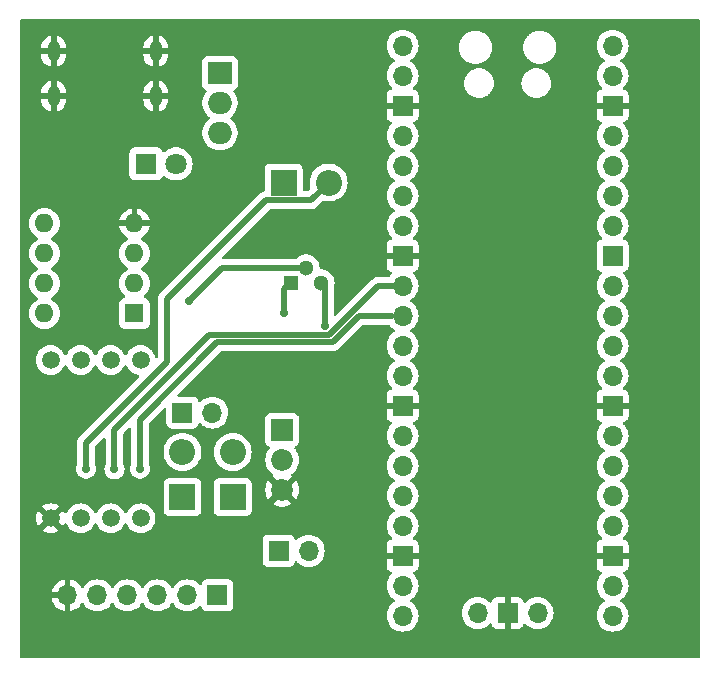
<source format=gbl>
%TF.GenerationSoftware,KiCad,Pcbnew,7.0.9*%
%TF.CreationDate,2024-02-03T19:56:04+01:00*%
%TF.ProjectId,BPN,42504e2e-6b69-4636-9164-5f7063625858,29.01.2024*%
%TF.SameCoordinates,Original*%
%TF.FileFunction,Copper,L2,Bot*%
%TF.FilePolarity,Positive*%
%FSLAX46Y46*%
G04 Gerber Fmt 4.6, Leading zero omitted, Abs format (unit mm)*
G04 Created by KiCad (PCBNEW 7.0.9) date 2024-02-03 19:56:04*
%MOMM*%
%LPD*%
G01*
G04 APERTURE LIST*
%TA.AperFunction,ComponentPad*%
%ADD10R,1.600000X1.600000*%
%TD*%
%TA.AperFunction,ComponentPad*%
%ADD11O,1.600000X1.600000*%
%TD*%
%TA.AperFunction,ComponentPad*%
%ADD12R,2.200000X2.200000*%
%TD*%
%TA.AperFunction,ComponentPad*%
%ADD13O,2.200000X2.200000*%
%TD*%
%TA.AperFunction,ComponentPad*%
%ADD14R,2.000000X1.905000*%
%TD*%
%TA.AperFunction,ComponentPad*%
%ADD15O,2.000000X1.905000*%
%TD*%
%TA.AperFunction,ComponentPad*%
%ADD16R,1.300000X1.300000*%
%TD*%
%TA.AperFunction,ComponentPad*%
%ADD17C,1.300000*%
%TD*%
%TA.AperFunction,ComponentPad*%
%ADD18R,1.800000X1.800000*%
%TD*%
%TA.AperFunction,ComponentPad*%
%ADD19C,1.800000*%
%TD*%
%TA.AperFunction,ComponentPad*%
%ADD20R,1.700000X1.700000*%
%TD*%
%TA.AperFunction,ComponentPad*%
%ADD21O,1.700000X1.700000*%
%TD*%
%TA.AperFunction,ComponentPad*%
%ADD22O,1.100000X1.700000*%
%TD*%
%TA.AperFunction,ComponentPad*%
%ADD23C,1.500000*%
%TD*%
%TA.AperFunction,ComponentPad*%
%ADD24R,1.850000X1.850000*%
%TD*%
%TA.AperFunction,ComponentPad*%
%ADD25C,1.850000*%
%TD*%
%TA.AperFunction,ViaPad*%
%ADD26C,0.700000*%
%TD*%
%TA.AperFunction,Conductor*%
%ADD27C,0.500000*%
%TD*%
G04 APERTURE END LIST*
D10*
%TO.P,U3,1*%
%TO.N,Net-(Q1-B)*%
X149535000Y-70875000D03*
D11*
%TO.P,U3,2,-*%
%TO.N,Net-(U3A--)*%
X149535000Y-68335000D03*
%TO.P,U3,3,+*%
%TO.N,Net-(U3A-+)*%
X149535000Y-65795000D03*
%TO.P,U3,4,V-*%
%TO.N,GND*%
X149535000Y-63255000D03*
%TO.P,U3,5*%
%TO.N,N/C*%
X141915000Y-63255000D03*
%TO.P,U3,6*%
X141915000Y-65795000D03*
%TO.P,U3,7*%
X141915000Y-68335000D03*
%TO.P,U3,8,V+*%
%TO.N,+5V*%
X141915000Y-70875000D03*
%TD*%
D12*
%TO.P,D3,1,K*%
%TO.N,+3.3V*%
X153600000Y-86412183D03*
D13*
%TO.P,D3,2,A*%
%TO.N,Net-(D3-A)*%
X153600000Y-82602183D03*
%TD*%
D14*
%TO.P,U1,1,ADJ*%
%TO.N,Net-(U1-ADJ)*%
X156785000Y-50526409D03*
D15*
%TO.P,U1,2,VO*%
%TO.N,+3.3V*%
X156785000Y-53066409D03*
%TO.P,U1,3,VI*%
%TO.N,+5V*%
X156785000Y-55606409D03*
%TD*%
D16*
%TO.P,Q1,1,E*%
%TO.N,Net-(Q1-E)*%
X162785000Y-68300000D03*
D17*
%TO.P,Q1,2,B*%
%TO.N,Net-(Q1-B)*%
X164055000Y-67030000D03*
%TO.P,Q1,3,C*%
%TO.N,Net-(D3-A)*%
X165325000Y-68300000D03*
%TD*%
D18*
%TO.P,D1,1,K*%
%TO.N,Net-(D1-K)*%
X150510000Y-58225000D03*
D19*
%TO.P,D1,2,A*%
%TO.N,+5V*%
X153050000Y-58225000D03*
%TD*%
D20*
%TO.P,J3,1,Pin_1*%
%TO.N,+3.3V*%
X161745000Y-90975000D03*
D21*
%TO.P,J3,2,Pin_2*%
%TO.N,Net-(D4-A)*%
X164285000Y-90975000D03*
%TD*%
D22*
%TO.P,J1,S1,SHIELD*%
%TO.N,GND*%
X151335000Y-52480000D03*
X151335000Y-48680000D03*
X142695000Y-52480000D03*
X142695000Y-48680000D03*
%TD*%
D20*
%TO.P,J4,1,Pin_1*%
%TO.N,+3.3V*%
X156560000Y-94750000D03*
D21*
%TO.P,J4,2,Pin_2*%
%TO.N,/SDA*%
X154020000Y-94750000D03*
%TO.P,J4,3,Pin_3*%
%TO.N,/SCL*%
X151480000Y-94750000D03*
%TO.P,J4,4,Pin_4*%
%TO.N,unconnected-(J4-Pin_4-Pad4)*%
X148940000Y-94750000D03*
%TO.P,J4,5,Pin_5*%
%TO.N,unconnected-(J4-Pin_5-Pad5)*%
X146400000Y-94750000D03*
%TO.P,J4,6,Pin_6*%
%TO.N,GND*%
X143860000Y-94750000D03*
%TD*%
D23*
%TO.P,U4,1,GND*%
%TO.N,GND*%
X142435000Y-88225000D03*
%TO.P,U4,2,VCC*%
%TO.N,+3.3V*%
X144975000Y-88225000D03*
%TO.P,U4,3,SDA*%
%TO.N,/SDA*%
X147515000Y-88225000D03*
%TO.P,U4,4,SCL*%
%TO.N,/SCL*%
X150055000Y-88225000D03*
%TO.P,U4,5,NC*%
%TO.N,unconnected-(U4-NC-Pad5)*%
X150055000Y-74825000D03*
%TO.P,U4,6,NC*%
%TO.N,unconnected-(U4-NC-Pad6)*%
X147515000Y-74825000D03*
%TO.P,U4,7,NC*%
%TO.N,unconnected-(U4-NC-Pad7)*%
X144975000Y-74825000D03*
%TO.P,U4,8,NC*%
%TO.N,unconnected-(U4-NC-Pad8)*%
X142435000Y-74825000D03*
%TD*%
D24*
%TO.P,Q2,1,G*%
%TO.N,Net-(Q2-G)*%
X162045000Y-80735000D03*
D25*
%TO.P,Q2,2,D*%
%TO.N,Net-(D4-A)*%
X162045000Y-83275000D03*
%TO.P,Q2,3,S*%
%TO.N,GND*%
X162045000Y-85815000D03*
%TD*%
D21*
%TO.P,U2,1,GPIO0*%
%TO.N,unconnected-(U2-GPIO0-Pad1)*%
X172235000Y-48215000D03*
%TO.P,U2,2,GPIO1*%
%TO.N,unconnected-(U2-GPIO1-Pad2)*%
X172235000Y-50755000D03*
D20*
%TO.P,U2,3,GND*%
%TO.N,GND*%
X172235000Y-53295000D03*
D21*
%TO.P,U2,4,GPIO2*%
%TO.N,unconnected-(U2-GPIO2-Pad4)*%
X172235000Y-55835000D03*
%TO.P,U2,5,GPIO3*%
%TO.N,unconnected-(U2-GPIO3-Pad5)*%
X172235000Y-58375000D03*
%TO.P,U2,6,GPIO4*%
%TO.N,unconnected-(U2-GPIO4-Pad6)*%
X172235000Y-60915000D03*
%TO.P,U2,7,GPIO5*%
%TO.N,unconnected-(U2-GPIO5-Pad7)*%
X172235000Y-63455000D03*
D20*
%TO.P,U2,8,GND*%
%TO.N,GND*%
X172235000Y-65995000D03*
D21*
%TO.P,U2,9,GPIO6*%
%TO.N,/SDA*%
X172235000Y-68535000D03*
%TO.P,U2,10,GPIO7*%
%TO.N,/SCL*%
X172235000Y-71075000D03*
%TO.P,U2,11,GPIO8*%
%TO.N,unconnected-(U2-GPIO8-Pad11)*%
X172235000Y-73615000D03*
%TO.P,U2,12,GPIO9*%
%TO.N,/Valve*%
X172235000Y-76155000D03*
D20*
%TO.P,U2,13,GND*%
%TO.N,GND*%
X172235000Y-78695000D03*
D21*
%TO.P,U2,14,GPIO10*%
%TO.N,/Pump*%
X172235000Y-81235000D03*
%TO.P,U2,15,GPIO11*%
%TO.N,unconnected-(U2-GPIO11-Pad15)*%
X172235000Y-83775000D03*
%TO.P,U2,16,GPIO12*%
%TO.N,unconnected-(U2-GPIO12-Pad16)*%
X172235000Y-86315000D03*
%TO.P,U2,17,GPIO13*%
%TO.N,unconnected-(U2-GPIO13-Pad17)*%
X172235000Y-88855000D03*
D20*
%TO.P,U2,18,GND*%
%TO.N,GND*%
X172235000Y-91395000D03*
D21*
%TO.P,U2,19,GPIO14*%
%TO.N,unconnected-(U2-GPIO14-Pad19)*%
X172235000Y-93935000D03*
%TO.P,U2,20,GPIO15*%
%TO.N,unconnected-(U2-GPIO15-Pad20)*%
X172235000Y-96475000D03*
%TO.P,U2,21,GPIO16*%
%TO.N,unconnected-(U2-GPIO16-Pad21)*%
X190015000Y-96475000D03*
%TO.P,U2,22,GPIO17*%
%TO.N,unconnected-(U2-GPIO17-Pad22)*%
X190015000Y-93935000D03*
D20*
%TO.P,U2,23,GND*%
%TO.N,GND*%
X190015000Y-91395000D03*
D21*
%TO.P,U2,24,GPIO18*%
%TO.N,unconnected-(U2-GPIO18-Pad24)*%
X190015000Y-88855000D03*
%TO.P,U2,25,GPIO19*%
%TO.N,unconnected-(U2-GPIO19-Pad25)*%
X190015000Y-86315000D03*
%TO.P,U2,26,GPIO20*%
%TO.N,unconnected-(U2-GPIO20-Pad26)*%
X190015000Y-83775000D03*
%TO.P,U2,27,GPIO21*%
%TO.N,unconnected-(U2-GPIO21-Pad27)*%
X190015000Y-81235000D03*
D20*
%TO.P,U2,28,GND*%
%TO.N,GND*%
X190015000Y-78695000D03*
D21*
%TO.P,U2,29,GPIO22*%
%TO.N,unconnected-(U2-GPIO22-Pad29)*%
X190015000Y-76155000D03*
%TO.P,U2,30,RUN*%
%TO.N,unconnected-(U2-RUN-Pad30)*%
X190015000Y-73615000D03*
%TO.P,U2,31,GPIO26_ADC0*%
%TO.N,unconnected-(U2-GPIO26_ADC0-Pad31)*%
X190015000Y-71075000D03*
%TO.P,U2,32,GPIO27_ADC1*%
%TO.N,unconnected-(U2-GPIO27_ADC1-Pad32)*%
X190015000Y-68535000D03*
D20*
%TO.P,U2,33,AGND*%
%TO.N,unconnected-(U2-AGND-Pad33)*%
X190015000Y-65995000D03*
D21*
%TO.P,U2,34,GPIO28_ADC2*%
%TO.N,unconnected-(U2-GPIO28_ADC2-Pad34)*%
X190015000Y-63455000D03*
%TO.P,U2,35,ADC_VREF*%
%TO.N,unconnected-(U2-ADC_VREF-Pad35)*%
X190015000Y-60915000D03*
%TO.P,U2,36,3V3*%
%TO.N,unconnected-(U2-3V3-Pad36)*%
X190015000Y-58375000D03*
%TO.P,U2,37,3V3_EN*%
%TO.N,unconnected-(U2-3V3_EN-Pad37)*%
X190015000Y-55835000D03*
D20*
%TO.P,U2,38,GND*%
%TO.N,GND*%
X190015000Y-53295000D03*
D21*
%TO.P,U2,39,VSYS*%
%TO.N,unconnected-(U2-VSYS-Pad39)*%
X190015000Y-50755000D03*
%TO.P,U2,40,VBUS*%
%TO.N,unconnected-(U2-VBUS-Pad40)*%
X190015000Y-48215000D03*
%TO.P,U2,41,SWCLK*%
%TO.N,unconnected-(U2-SWCLK-Pad41)*%
X178585000Y-96245000D03*
D20*
%TO.P,U2,42,GND*%
%TO.N,GND*%
X181125000Y-96245000D03*
D21*
%TO.P,U2,43,SWDIO*%
%TO.N,unconnected-(U2-SWDIO-Pad43)*%
X183665000Y-96245000D03*
%TD*%
D12*
%TO.P,D2,1,K*%
%TO.N,+5V*%
X162162818Y-59800000D03*
D13*
%TO.P,D2,2,A*%
%TO.N,+3.3V*%
X165972818Y-59800000D03*
%TD*%
D20*
%TO.P,J2,1,Pin_1*%
%TO.N,+3.3V*%
X153595000Y-79275000D03*
D21*
%TO.P,J2,2,Pin_2*%
%TO.N,Net-(D3-A)*%
X156135000Y-79275000D03*
%TD*%
D12*
%TO.P,D4,1,K*%
%TO.N,+3.3V*%
X157850000Y-86437183D03*
D13*
%TO.P,D4,2,A*%
%TO.N,Net-(D4-A)*%
X157850000Y-82627183D03*
%TD*%
D26*
%TO.N,Net-(Q1-B)*%
X154185000Y-69825000D03*
%TO.N,/SDA*%
X147835000Y-84075000D03*
%TO.N,/SCL*%
X149985000Y-84025000D03*
%TO.N,Net-(Q1-E)*%
X162235000Y-70875000D03*
%TO.N,Net-(D3-A)*%
X165635000Y-71925000D03*
%TO.N,+3.3V*%
X145435000Y-84025000D03*
%TD*%
D27*
%TO.N,+3.3V*%
X145435000Y-84025000D02*
X145435000Y-81815000D01*
X152285000Y-74965000D02*
X152285000Y-69677818D01*
X152285000Y-69677818D02*
X160662818Y-61300000D01*
X145435000Y-81815000D02*
X152285000Y-74965000D01*
X164472818Y-61300000D02*
X165972818Y-59800000D01*
X160662818Y-61300000D02*
X164472818Y-61300000D01*
%TO.N,Net-(Q1-B)*%
X154185000Y-69825000D02*
X156980000Y-67030000D01*
X156980000Y-67030000D02*
X164055000Y-67030000D01*
%TO.N,/SDA*%
X155875000Y-72675000D02*
X166035000Y-72675000D01*
X147835000Y-80715000D02*
X155875000Y-72675000D01*
X147835000Y-84075000D02*
X147835000Y-80715000D01*
X166035000Y-72675000D02*
X170175000Y-68535000D01*
X170175000Y-68535000D02*
X172235000Y-68535000D01*
%TO.N,/SCL*%
X149985000Y-79865000D02*
X156525000Y-73325000D01*
X149985000Y-84025000D02*
X149985000Y-79865000D01*
X168504238Y-71125000D02*
X171335000Y-71125000D01*
X166304238Y-73325000D02*
X168504238Y-71125000D01*
X156525000Y-73325000D02*
X166304238Y-73325000D01*
%TO.N,Net-(Q1-E)*%
X162235000Y-70875000D02*
X162235000Y-68850000D01*
X162235000Y-68850000D02*
X162785000Y-68300000D01*
%TO.N,Net-(D3-A)*%
X165635000Y-71925000D02*
X165635000Y-68610000D01*
X165635000Y-68610000D02*
X165325000Y-68300000D01*
%TD*%
%TA.AperFunction,Conductor*%
%TO.N,GND*%
G36*
X197342539Y-45970185D02*
G01*
X197388294Y-46022989D01*
X197399500Y-46074500D01*
X197399500Y-99925500D01*
X197379815Y-99992539D01*
X197327011Y-100038294D01*
X197275500Y-100049500D01*
X139974500Y-100049500D01*
X139907461Y-100029815D01*
X139861706Y-99977011D01*
X139850500Y-99925500D01*
X139850500Y-95000000D01*
X142529364Y-95000000D01*
X142586567Y-95213486D01*
X142586570Y-95213492D01*
X142686399Y-95427578D01*
X142821894Y-95621082D01*
X142988917Y-95788105D01*
X143182421Y-95923600D01*
X143396507Y-96023429D01*
X143396516Y-96023433D01*
X143610000Y-96080634D01*
X143610000Y-95185501D01*
X143717685Y-95234680D01*
X143824237Y-95250000D01*
X143895763Y-95250000D01*
X144002315Y-95234680D01*
X144110000Y-95185501D01*
X144110000Y-96080633D01*
X144323483Y-96023433D01*
X144323492Y-96023429D01*
X144537578Y-95923600D01*
X144731082Y-95788105D01*
X144898105Y-95621082D01*
X145028119Y-95435405D01*
X145082696Y-95391781D01*
X145152195Y-95384588D01*
X145214549Y-95416110D01*
X145231269Y-95435405D01*
X145232039Y-95436505D01*
X145361505Y-95621401D01*
X145528599Y-95788495D01*
X145625384Y-95856265D01*
X145722165Y-95924032D01*
X145722167Y-95924033D01*
X145722170Y-95924035D01*
X145936337Y-96023903D01*
X146164592Y-96085063D01*
X146341034Y-96100500D01*
X146399999Y-96105659D01*
X146400000Y-96105659D01*
X146400001Y-96105659D01*
X146458966Y-96100500D01*
X146635408Y-96085063D01*
X146863663Y-96023903D01*
X147077830Y-95924035D01*
X147271401Y-95788495D01*
X147438495Y-95621401D01*
X147567961Y-95436505D01*
X147568425Y-95435842D01*
X147623002Y-95392217D01*
X147692500Y-95385023D01*
X147754855Y-95416546D01*
X147771575Y-95435842D01*
X147901281Y-95621082D01*
X147901505Y-95621401D01*
X148068599Y-95788495D01*
X148165384Y-95856265D01*
X148262165Y-95924032D01*
X148262167Y-95924033D01*
X148262170Y-95924035D01*
X148476337Y-96023903D01*
X148704592Y-96085063D01*
X148881034Y-96100500D01*
X148939999Y-96105659D01*
X148940000Y-96105659D01*
X148940001Y-96105659D01*
X148998966Y-96100500D01*
X149175408Y-96085063D01*
X149403663Y-96023903D01*
X149617830Y-95924035D01*
X149811401Y-95788495D01*
X149978495Y-95621401D01*
X150107961Y-95436505D01*
X150108425Y-95435842D01*
X150163002Y-95392217D01*
X150232500Y-95385023D01*
X150294855Y-95416546D01*
X150311575Y-95435842D01*
X150441281Y-95621082D01*
X150441505Y-95621401D01*
X150608599Y-95788495D01*
X150705384Y-95856265D01*
X150802165Y-95924032D01*
X150802167Y-95924033D01*
X150802170Y-95924035D01*
X151016337Y-96023903D01*
X151244592Y-96085063D01*
X151421034Y-96100500D01*
X151479999Y-96105659D01*
X151480000Y-96105659D01*
X151480001Y-96105659D01*
X151538966Y-96100500D01*
X151715408Y-96085063D01*
X151943663Y-96023903D01*
X152157830Y-95924035D01*
X152351401Y-95788495D01*
X152518495Y-95621401D01*
X152647961Y-95436505D01*
X152648425Y-95435842D01*
X152703002Y-95392217D01*
X152772500Y-95385023D01*
X152834855Y-95416546D01*
X152851575Y-95435842D01*
X152981281Y-95621082D01*
X152981505Y-95621401D01*
X153148599Y-95788495D01*
X153245384Y-95856265D01*
X153342165Y-95924032D01*
X153342167Y-95924033D01*
X153342170Y-95924035D01*
X153556337Y-96023903D01*
X153784592Y-96085063D01*
X153961034Y-96100500D01*
X154019999Y-96105659D01*
X154020000Y-96105659D01*
X154020001Y-96105659D01*
X154078966Y-96100500D01*
X154255408Y-96085063D01*
X154483663Y-96023903D01*
X154697830Y-95924035D01*
X154891401Y-95788495D01*
X155013329Y-95666566D01*
X155074648Y-95633084D01*
X155144340Y-95638068D01*
X155200274Y-95679939D01*
X155217189Y-95710917D01*
X155266202Y-95842328D01*
X155266206Y-95842335D01*
X155352452Y-95957544D01*
X155352455Y-95957547D01*
X155467664Y-96043793D01*
X155467671Y-96043797D01*
X155602517Y-96094091D01*
X155602516Y-96094091D01*
X155609444Y-96094835D01*
X155662127Y-96100500D01*
X157457872Y-96100499D01*
X157517483Y-96094091D01*
X157652331Y-96043796D01*
X157767546Y-95957546D01*
X157853796Y-95842331D01*
X157904091Y-95707483D01*
X157910500Y-95647873D01*
X157910499Y-93852128D01*
X157904091Y-93792517D01*
X157902810Y-93789083D01*
X157853797Y-93657671D01*
X157853793Y-93657664D01*
X157767547Y-93542455D01*
X157767544Y-93542452D01*
X157652335Y-93456206D01*
X157652328Y-93456202D01*
X157517482Y-93405908D01*
X157517483Y-93405908D01*
X157457883Y-93399501D01*
X157457881Y-93399500D01*
X157457873Y-93399500D01*
X157457864Y-93399500D01*
X155662129Y-93399500D01*
X155662123Y-93399501D01*
X155602516Y-93405908D01*
X155467671Y-93456202D01*
X155467664Y-93456206D01*
X155352455Y-93542452D01*
X155352452Y-93542455D01*
X155266206Y-93657664D01*
X155266203Y-93657669D01*
X155217189Y-93789083D01*
X155175317Y-93845016D01*
X155109853Y-93869433D01*
X155041580Y-93854581D01*
X155013326Y-93833430D01*
X154891402Y-93711506D01*
X154891395Y-93711501D01*
X154697834Y-93575967D01*
X154697830Y-93575965D01*
X154697828Y-93575964D01*
X154483663Y-93476097D01*
X154483659Y-93476096D01*
X154483655Y-93476094D01*
X154255413Y-93414938D01*
X154255403Y-93414936D01*
X154020001Y-93394341D01*
X154019999Y-93394341D01*
X153784596Y-93414936D01*
X153784586Y-93414938D01*
X153556344Y-93476094D01*
X153556335Y-93476098D01*
X153342171Y-93575964D01*
X153342169Y-93575965D01*
X153148597Y-93711505D01*
X152981505Y-93878597D01*
X152851575Y-94064158D01*
X152796998Y-94107783D01*
X152727500Y-94114977D01*
X152665145Y-94083454D01*
X152648425Y-94064158D01*
X152518494Y-93878597D01*
X152351402Y-93711506D01*
X152351395Y-93711501D01*
X152157834Y-93575967D01*
X152157830Y-93575965D01*
X152157828Y-93575964D01*
X151943663Y-93476097D01*
X151943659Y-93476096D01*
X151943655Y-93476094D01*
X151715413Y-93414938D01*
X151715403Y-93414936D01*
X151480001Y-93394341D01*
X151479999Y-93394341D01*
X151244596Y-93414936D01*
X151244586Y-93414938D01*
X151016344Y-93476094D01*
X151016335Y-93476098D01*
X150802171Y-93575964D01*
X150802169Y-93575965D01*
X150608597Y-93711505D01*
X150441505Y-93878597D01*
X150311575Y-94064158D01*
X150256998Y-94107783D01*
X150187500Y-94114977D01*
X150125145Y-94083454D01*
X150108425Y-94064158D01*
X149978494Y-93878597D01*
X149811402Y-93711506D01*
X149811395Y-93711501D01*
X149617834Y-93575967D01*
X149617830Y-93575965D01*
X149617828Y-93575964D01*
X149403663Y-93476097D01*
X149403659Y-93476096D01*
X149403655Y-93476094D01*
X149175413Y-93414938D01*
X149175403Y-93414936D01*
X148940001Y-93394341D01*
X148939999Y-93394341D01*
X148704596Y-93414936D01*
X148704586Y-93414938D01*
X148476344Y-93476094D01*
X148476335Y-93476098D01*
X148262171Y-93575964D01*
X148262169Y-93575965D01*
X148068597Y-93711505D01*
X147901505Y-93878597D01*
X147771575Y-94064158D01*
X147716998Y-94107783D01*
X147647500Y-94114977D01*
X147585145Y-94083454D01*
X147568425Y-94064158D01*
X147438494Y-93878597D01*
X147271402Y-93711506D01*
X147271395Y-93711501D01*
X147077834Y-93575967D01*
X147077830Y-93575965D01*
X147077828Y-93575964D01*
X146863663Y-93476097D01*
X146863659Y-93476096D01*
X146863655Y-93476094D01*
X146635413Y-93414938D01*
X146635403Y-93414936D01*
X146400001Y-93394341D01*
X146399999Y-93394341D01*
X146164596Y-93414936D01*
X146164586Y-93414938D01*
X145936344Y-93476094D01*
X145936335Y-93476098D01*
X145722171Y-93575964D01*
X145722169Y-93575965D01*
X145528597Y-93711505D01*
X145361508Y-93878594D01*
X145231269Y-94064595D01*
X145176692Y-94108219D01*
X145107193Y-94115412D01*
X145044839Y-94083890D01*
X145028119Y-94064594D01*
X144898113Y-93878926D01*
X144898108Y-93878920D01*
X144731082Y-93711894D01*
X144537578Y-93576399D01*
X144323492Y-93476570D01*
X144323486Y-93476567D01*
X144110000Y-93419364D01*
X144110000Y-94314498D01*
X144002315Y-94265320D01*
X143895763Y-94250000D01*
X143824237Y-94250000D01*
X143717685Y-94265320D01*
X143610000Y-94314498D01*
X143610000Y-93419364D01*
X143609999Y-93419364D01*
X143396513Y-93476567D01*
X143396507Y-93476570D01*
X143182422Y-93576399D01*
X143182420Y-93576400D01*
X142988926Y-93711886D01*
X142988920Y-93711891D01*
X142821891Y-93878920D01*
X142821886Y-93878926D01*
X142686400Y-94072420D01*
X142686399Y-94072422D01*
X142586570Y-94286507D01*
X142586567Y-94286513D01*
X142529364Y-94499999D01*
X142529364Y-94500000D01*
X143426314Y-94500000D01*
X143400507Y-94540156D01*
X143360000Y-94678111D01*
X143360000Y-94821889D01*
X143400507Y-94959844D01*
X143426314Y-95000000D01*
X142529364Y-95000000D01*
X139850500Y-95000000D01*
X139850500Y-91872870D01*
X160394500Y-91872870D01*
X160394501Y-91872876D01*
X160400908Y-91932483D01*
X160451202Y-92067328D01*
X160451206Y-92067335D01*
X160537452Y-92182544D01*
X160537455Y-92182547D01*
X160652664Y-92268793D01*
X160652671Y-92268797D01*
X160787517Y-92319091D01*
X160787516Y-92319091D01*
X160794444Y-92319835D01*
X160847127Y-92325500D01*
X162642872Y-92325499D01*
X162702483Y-92319091D01*
X162837331Y-92268796D01*
X162952546Y-92182546D01*
X163038796Y-92067331D01*
X163087810Y-91935916D01*
X163129681Y-91879984D01*
X163195145Y-91855566D01*
X163263418Y-91870417D01*
X163291673Y-91891569D01*
X163413599Y-92013495D01*
X163510384Y-92081265D01*
X163607165Y-92149032D01*
X163607167Y-92149033D01*
X163607170Y-92149035D01*
X163821337Y-92248903D01*
X164049592Y-92310063D01*
X164226034Y-92325500D01*
X164284999Y-92330659D01*
X164285000Y-92330659D01*
X164285001Y-92330659D01*
X164343966Y-92325500D01*
X164520408Y-92310063D01*
X164748663Y-92248903D01*
X164962830Y-92149035D01*
X165156401Y-92013495D01*
X165323495Y-91846401D01*
X165459035Y-91652830D01*
X165558903Y-91438663D01*
X165620063Y-91210408D01*
X165640659Y-90975000D01*
X165620063Y-90739592D01*
X165558903Y-90511337D01*
X165459035Y-90297171D01*
X165384038Y-90190063D01*
X165323494Y-90103597D01*
X165156402Y-89936506D01*
X165156395Y-89936501D01*
X164962834Y-89800967D01*
X164962830Y-89800965D01*
X164962828Y-89800964D01*
X164748663Y-89701097D01*
X164748659Y-89701096D01*
X164748655Y-89701094D01*
X164520413Y-89639938D01*
X164520403Y-89639936D01*
X164285001Y-89619341D01*
X164284999Y-89619341D01*
X164049596Y-89639936D01*
X164049586Y-89639938D01*
X163821344Y-89701094D01*
X163821335Y-89701098D01*
X163607171Y-89800964D01*
X163607169Y-89800965D01*
X163413600Y-89936503D01*
X163291673Y-90058430D01*
X163230350Y-90091914D01*
X163160658Y-90086930D01*
X163104725Y-90045058D01*
X163087810Y-90014081D01*
X163038797Y-89882671D01*
X163038793Y-89882664D01*
X162952547Y-89767455D01*
X162952544Y-89767452D01*
X162837335Y-89681206D01*
X162837328Y-89681202D01*
X162702482Y-89630908D01*
X162702483Y-89630908D01*
X162642883Y-89624501D01*
X162642881Y-89624500D01*
X162642873Y-89624500D01*
X162642864Y-89624500D01*
X160847129Y-89624500D01*
X160847123Y-89624501D01*
X160787516Y-89630908D01*
X160652671Y-89681202D01*
X160652664Y-89681206D01*
X160537455Y-89767452D01*
X160537452Y-89767455D01*
X160451206Y-89882664D01*
X160451202Y-89882671D01*
X160400908Y-90017517D01*
X160394501Y-90077116D01*
X160394500Y-90077135D01*
X160394500Y-91872870D01*
X139850500Y-91872870D01*
X139850500Y-88225000D01*
X141180225Y-88225000D01*
X141199287Y-88442884D01*
X141199289Y-88442894D01*
X141255894Y-88654150D01*
X141255898Y-88654159D01*
X141348335Y-88852391D01*
X141391873Y-88914571D01*
X141391875Y-88914572D01*
X142037046Y-88269400D01*
X142049835Y-88350148D01*
X142107359Y-88463045D01*
X142196955Y-88552641D01*
X142309852Y-88610165D01*
X142390599Y-88622953D01*
X141745426Y-89268124D01*
X141807611Y-89311666D01*
X141807613Y-89311667D01*
X142005840Y-89404101D01*
X142005849Y-89404105D01*
X142217105Y-89460710D01*
X142217115Y-89460712D01*
X142434999Y-89479775D01*
X142435001Y-89479775D01*
X142652884Y-89460712D01*
X142652894Y-89460710D01*
X142864150Y-89404105D01*
X142864159Y-89404101D01*
X143062387Y-89311666D01*
X143124572Y-89268124D01*
X142479401Y-88622953D01*
X142560148Y-88610165D01*
X142673045Y-88552641D01*
X142762641Y-88463045D01*
X142820165Y-88350148D01*
X142832953Y-88269400D01*
X143478124Y-88914572D01*
X143521667Y-88852386D01*
X143521668Y-88852384D01*
X143592341Y-88700825D01*
X143638513Y-88648385D01*
X143705706Y-88629233D01*
X143772587Y-88649448D01*
X143817105Y-88700824D01*
X143887897Y-88852638D01*
X143887898Y-88852639D01*
X144013402Y-89031877D01*
X144168123Y-89186598D01*
X144347361Y-89312102D01*
X144545670Y-89404575D01*
X144757023Y-89461207D01*
X144939926Y-89477208D01*
X144974998Y-89480277D01*
X144975000Y-89480277D01*
X144975002Y-89480277D01*
X145003254Y-89477805D01*
X145192977Y-89461207D01*
X145404330Y-89404575D01*
X145602639Y-89312102D01*
X145781877Y-89186598D01*
X145936598Y-89031877D01*
X146062102Y-88852639D01*
X146132618Y-88701414D01*
X146178790Y-88648977D01*
X146245984Y-88629825D01*
X146312865Y-88650041D01*
X146357381Y-88701414D01*
X146427898Y-88852639D01*
X146553402Y-89031877D01*
X146708123Y-89186598D01*
X146887361Y-89312102D01*
X147085670Y-89404575D01*
X147297023Y-89461207D01*
X147479926Y-89477208D01*
X147514998Y-89480277D01*
X147515000Y-89480277D01*
X147515002Y-89480277D01*
X147543254Y-89477805D01*
X147732977Y-89461207D01*
X147944330Y-89404575D01*
X148142639Y-89312102D01*
X148321877Y-89186598D01*
X148476598Y-89031877D01*
X148602102Y-88852639D01*
X148672618Y-88701414D01*
X148718790Y-88648977D01*
X148785984Y-88629825D01*
X148852865Y-88650041D01*
X148897381Y-88701414D01*
X148967898Y-88852639D01*
X149093402Y-89031877D01*
X149248123Y-89186598D01*
X149427361Y-89312102D01*
X149625670Y-89404575D01*
X149837023Y-89461207D01*
X150019926Y-89477208D01*
X150054998Y-89480277D01*
X150055000Y-89480277D01*
X150055002Y-89480277D01*
X150083254Y-89477805D01*
X150272977Y-89461207D01*
X150484330Y-89404575D01*
X150682639Y-89312102D01*
X150861877Y-89186598D01*
X151016598Y-89031877D01*
X151142102Y-88852639D01*
X151234575Y-88654330D01*
X151291207Y-88442977D01*
X151310277Y-88225000D01*
X151291207Y-88007023D01*
X151242434Y-87825000D01*
X151234577Y-87795677D01*
X151234576Y-87795676D01*
X151234575Y-87795670D01*
X151142102Y-87597362D01*
X151142099Y-87597358D01*
X151142099Y-87597357D01*
X151115979Y-87560053D01*
X151999500Y-87560053D01*
X151999501Y-87560059D01*
X152005908Y-87619666D01*
X152056202Y-87754511D01*
X152056206Y-87754518D01*
X152142452Y-87869727D01*
X152142455Y-87869730D01*
X152257664Y-87955976D01*
X152257671Y-87955980D01*
X152392517Y-88006274D01*
X152392516Y-88006274D01*
X152399444Y-88007018D01*
X152452127Y-88012683D01*
X154747872Y-88012682D01*
X154807483Y-88006274D01*
X154942331Y-87955979D01*
X155057546Y-87869729D01*
X155143796Y-87754514D01*
X155194091Y-87619666D01*
X155197812Y-87585053D01*
X156249500Y-87585053D01*
X156249501Y-87585059D01*
X156255908Y-87644666D01*
X156306202Y-87779511D01*
X156306206Y-87779518D01*
X156392452Y-87894727D01*
X156392455Y-87894730D01*
X156507664Y-87980976D01*
X156507671Y-87980980D01*
X156642517Y-88031274D01*
X156642516Y-88031274D01*
X156649444Y-88032018D01*
X156702127Y-88037683D01*
X158997872Y-88037682D01*
X159057483Y-88031274D01*
X159192331Y-87980979D01*
X159307546Y-87894729D01*
X159393796Y-87779514D01*
X159444091Y-87644666D01*
X159450500Y-87585056D01*
X159450499Y-85289311D01*
X159444091Y-85229700D01*
X159438454Y-85214587D01*
X159393797Y-85094854D01*
X159393793Y-85094847D01*
X159307547Y-84979638D01*
X159307544Y-84979635D01*
X159192335Y-84893389D01*
X159192328Y-84893385D01*
X159057482Y-84843091D01*
X159057483Y-84843091D01*
X158997883Y-84836684D01*
X158997881Y-84836683D01*
X158997873Y-84836683D01*
X158997864Y-84836683D01*
X156702129Y-84836683D01*
X156702123Y-84836684D01*
X156642516Y-84843091D01*
X156507671Y-84893385D01*
X156507664Y-84893389D01*
X156392455Y-84979635D01*
X156392452Y-84979638D01*
X156306206Y-85094847D01*
X156306202Y-85094854D01*
X156255908Y-85229700D01*
X156249501Y-85289299D01*
X156249501Y-85289306D01*
X156249500Y-85289318D01*
X156249500Y-87585053D01*
X155197812Y-87585053D01*
X155200500Y-87560056D01*
X155200499Y-85264311D01*
X155194091Y-85204700D01*
X155170319Y-85140965D01*
X155143797Y-85069854D01*
X155143793Y-85069847D01*
X155057547Y-84954638D01*
X155057544Y-84954635D01*
X154942335Y-84868389D01*
X154942328Y-84868385D01*
X154807482Y-84818091D01*
X154807483Y-84818091D01*
X154747883Y-84811684D01*
X154747881Y-84811683D01*
X154747873Y-84811683D01*
X154747864Y-84811683D01*
X152452129Y-84811683D01*
X152452123Y-84811684D01*
X152392516Y-84818091D01*
X152257671Y-84868385D01*
X152257664Y-84868389D01*
X152142455Y-84954635D01*
X152142452Y-84954638D01*
X152056206Y-85069847D01*
X152056202Y-85069854D01*
X152005908Y-85204700D01*
X151999501Y-85264299D01*
X151999501Y-85264306D01*
X151999500Y-85264318D01*
X151999500Y-87560053D01*
X151115979Y-87560053D01*
X151016599Y-87418124D01*
X150951968Y-87353493D01*
X150861877Y-87263402D01*
X150723978Y-87166844D01*
X150682638Y-87137897D01*
X150583484Y-87091661D01*
X150484330Y-87045425D01*
X150484326Y-87045424D01*
X150484322Y-87045422D01*
X150272977Y-86988793D01*
X150055002Y-86969723D01*
X150054998Y-86969723D01*
X149909682Y-86982436D01*
X149837023Y-86988793D01*
X149837020Y-86988793D01*
X149625677Y-87045422D01*
X149625668Y-87045426D01*
X149427361Y-87137898D01*
X149427357Y-87137900D01*
X149248121Y-87263402D01*
X149093402Y-87418121D01*
X148967900Y-87597357D01*
X148967898Y-87597361D01*
X148897382Y-87748583D01*
X148851209Y-87801022D01*
X148784016Y-87820174D01*
X148717135Y-87799958D01*
X148672618Y-87748583D01*
X148618253Y-87631998D01*
X148602102Y-87597362D01*
X148602099Y-87597358D01*
X148602099Y-87597357D01*
X148476599Y-87418124D01*
X148411968Y-87353493D01*
X148321877Y-87263402D01*
X148183978Y-87166844D01*
X148142638Y-87137897D01*
X148043484Y-87091661D01*
X147944330Y-87045425D01*
X147944326Y-87045424D01*
X147944322Y-87045422D01*
X147732977Y-86988793D01*
X147515002Y-86969723D01*
X147514998Y-86969723D01*
X147369682Y-86982436D01*
X147297023Y-86988793D01*
X147297020Y-86988793D01*
X147085677Y-87045422D01*
X147085668Y-87045426D01*
X146887361Y-87137898D01*
X146887357Y-87137900D01*
X146708121Y-87263402D01*
X146553402Y-87418121D01*
X146427900Y-87597357D01*
X146427898Y-87597361D01*
X146357382Y-87748583D01*
X146311209Y-87801022D01*
X146244016Y-87820174D01*
X146177135Y-87799958D01*
X146132618Y-87748583D01*
X146078253Y-87631998D01*
X146062102Y-87597362D01*
X146062099Y-87597358D01*
X146062099Y-87597357D01*
X145936599Y-87418124D01*
X145871968Y-87353493D01*
X145781877Y-87263402D01*
X145643978Y-87166844D01*
X145602638Y-87137897D01*
X145503484Y-87091661D01*
X145404330Y-87045425D01*
X145404326Y-87045424D01*
X145404322Y-87045422D01*
X145192977Y-86988793D01*
X144975002Y-86969723D01*
X144974998Y-86969723D01*
X144829682Y-86982436D01*
X144757023Y-86988793D01*
X144757020Y-86988793D01*
X144545677Y-87045422D01*
X144545668Y-87045426D01*
X144347361Y-87137898D01*
X144347357Y-87137900D01*
X144168121Y-87263402D01*
X144013402Y-87418121D01*
X143887900Y-87597357D01*
X143887900Y-87597358D01*
X143887898Y-87597361D01*
X143887898Y-87597362D01*
X143887779Y-87597617D01*
X143817105Y-87749176D01*
X143770932Y-87801615D01*
X143703738Y-87820766D01*
X143636857Y-87800550D01*
X143592341Y-87749174D01*
X143521669Y-87597617D01*
X143478123Y-87535428D01*
X142832953Y-88180598D01*
X142820165Y-88099852D01*
X142762641Y-87986955D01*
X142673045Y-87897359D01*
X142560148Y-87839835D01*
X142479401Y-87827046D01*
X143124572Y-87181875D01*
X143124571Y-87181873D01*
X143062391Y-87138335D01*
X142864159Y-87045898D01*
X142864150Y-87045894D01*
X142652894Y-86989289D01*
X142652884Y-86989287D01*
X142435001Y-86970225D01*
X142434999Y-86970225D01*
X142217115Y-86989287D01*
X142217105Y-86989289D01*
X142005849Y-87045894D01*
X142005840Y-87045898D01*
X141807614Y-87138332D01*
X141807612Y-87138333D01*
X141745428Y-87181875D01*
X141745427Y-87181875D01*
X142390599Y-87827046D01*
X142309852Y-87839835D01*
X142196955Y-87897359D01*
X142107359Y-87986955D01*
X142049835Y-88099852D01*
X142037046Y-88180598D01*
X141391875Y-87535427D01*
X141391875Y-87535428D01*
X141348333Y-87597612D01*
X141348332Y-87597614D01*
X141255898Y-87795840D01*
X141255894Y-87795849D01*
X141199289Y-88007105D01*
X141199287Y-88007115D01*
X141180225Y-88224999D01*
X141180225Y-88225000D01*
X139850500Y-88225000D01*
X139850500Y-74825002D01*
X141179723Y-74825002D01*
X141198793Y-75042975D01*
X141198793Y-75042979D01*
X141255422Y-75254322D01*
X141255424Y-75254326D01*
X141255425Y-75254330D01*
X141277382Y-75301416D01*
X141347897Y-75452638D01*
X141372998Y-75488486D01*
X141473402Y-75631877D01*
X141628123Y-75786598D01*
X141807361Y-75912102D01*
X142005670Y-76004575D01*
X142217023Y-76061207D01*
X142399926Y-76077208D01*
X142434998Y-76080277D01*
X142435000Y-76080277D01*
X142435002Y-76080277D01*
X142463254Y-76077805D01*
X142652977Y-76061207D01*
X142864330Y-76004575D01*
X143062639Y-75912102D01*
X143241877Y-75786598D01*
X143396598Y-75631877D01*
X143522102Y-75452639D01*
X143592618Y-75301414D01*
X143638790Y-75248977D01*
X143705984Y-75229825D01*
X143772865Y-75250041D01*
X143817381Y-75301414D01*
X143887898Y-75452639D01*
X144013402Y-75631877D01*
X144168123Y-75786598D01*
X144347361Y-75912102D01*
X144545670Y-76004575D01*
X144757023Y-76061207D01*
X144939926Y-76077208D01*
X144974998Y-76080277D01*
X144975000Y-76080277D01*
X144975002Y-76080277D01*
X145003254Y-76077805D01*
X145192977Y-76061207D01*
X145404330Y-76004575D01*
X145602639Y-75912102D01*
X145781877Y-75786598D01*
X145936598Y-75631877D01*
X146062102Y-75452639D01*
X146132618Y-75301414D01*
X146178790Y-75248977D01*
X146245984Y-75229825D01*
X146312865Y-75250041D01*
X146357381Y-75301414D01*
X146427898Y-75452639D01*
X146553402Y-75631877D01*
X146708123Y-75786598D01*
X146887361Y-75912102D01*
X147085670Y-76004575D01*
X147297023Y-76061207D01*
X147479926Y-76077208D01*
X147514998Y-76080277D01*
X147515000Y-76080277D01*
X147515002Y-76080277D01*
X147543254Y-76077805D01*
X147732977Y-76061207D01*
X147944330Y-76004575D01*
X148142639Y-75912102D01*
X148321877Y-75786598D01*
X148476598Y-75631877D01*
X148602102Y-75452639D01*
X148672618Y-75301414D01*
X148718790Y-75248977D01*
X148785984Y-75229825D01*
X148852865Y-75250041D01*
X148897381Y-75301414D01*
X148967898Y-75452639D01*
X149093402Y-75631877D01*
X149248123Y-75786598D01*
X149427361Y-75912102D01*
X149625670Y-76004575D01*
X149837023Y-76061207D01*
X149839153Y-76061393D01*
X149840032Y-76061737D01*
X149842351Y-76062146D01*
X149842268Y-76062611D01*
X149904219Y-76086842D01*
X149945201Y-76143431D01*
X149949082Y-76213193D01*
X149916029Y-76272602D01*
X144949358Y-81239272D01*
X144935729Y-81251051D01*
X144916468Y-81265390D01*
X144882898Y-81305397D01*
X144879253Y-81309376D01*
X144873409Y-81315222D01*
X144853059Y-81340959D01*
X144803695Y-81399789D01*
X144799729Y-81405819D01*
X144799682Y-81405788D01*
X144795630Y-81412147D01*
X144795679Y-81412177D01*
X144791889Y-81418321D01*
X144759424Y-81487941D01*
X144724960Y-81556566D01*
X144722488Y-81563357D01*
X144722432Y-81563336D01*
X144719960Y-81570450D01*
X144720015Y-81570469D01*
X144717742Y-81577327D01*
X144709975Y-81614946D01*
X144702207Y-81652565D01*
X144694869Y-81683529D01*
X144684498Y-81727286D01*
X144683661Y-81734454D01*
X144683601Y-81734447D01*
X144682835Y-81741945D01*
X144682895Y-81741951D01*
X144682265Y-81749140D01*
X144684500Y-81825916D01*
X144684500Y-83590678D01*
X144667887Y-83652678D01*
X144653750Y-83677163D01*
X144598504Y-83847192D01*
X144598503Y-83847194D01*
X144579815Y-84025000D01*
X144598503Y-84202805D01*
X144598504Y-84202807D01*
X144653747Y-84372829D01*
X144653750Y-84372835D01*
X144743141Y-84527665D01*
X144784812Y-84573945D01*
X144862764Y-84660521D01*
X144862767Y-84660523D01*
X144862770Y-84660526D01*
X145007407Y-84765612D01*
X145170733Y-84838329D01*
X145345609Y-84875500D01*
X145345610Y-84875500D01*
X145524389Y-84875500D01*
X145524391Y-84875500D01*
X145699267Y-84838329D01*
X145862593Y-84765612D01*
X146007230Y-84660526D01*
X146019948Y-84646402D01*
X146073920Y-84586459D01*
X146126859Y-84527665D01*
X146216250Y-84372835D01*
X146271497Y-84202803D01*
X146290185Y-84025000D01*
X146271497Y-83847197D01*
X146216250Y-83677165D01*
X146202113Y-83652678D01*
X146185500Y-83590678D01*
X146185500Y-82177230D01*
X146205185Y-82110191D01*
X146221819Y-82089549D01*
X146872819Y-81438549D01*
X146934142Y-81405064D01*
X147003834Y-81410048D01*
X147059767Y-81451920D01*
X147084184Y-81517384D01*
X147084500Y-81526230D01*
X147084500Y-83640678D01*
X147067887Y-83702678D01*
X147053750Y-83727163D01*
X146998504Y-83897192D01*
X146998503Y-83897194D01*
X146979815Y-84075000D01*
X146998503Y-84252805D01*
X146998504Y-84252807D01*
X147053747Y-84422829D01*
X147053750Y-84422835D01*
X147143141Y-84577665D01*
X147184812Y-84623946D01*
X147262764Y-84710521D01*
X147262767Y-84710523D01*
X147262770Y-84710526D01*
X147407407Y-84815612D01*
X147570733Y-84888329D01*
X147745609Y-84925500D01*
X147745610Y-84925500D01*
X147924389Y-84925500D01*
X147924391Y-84925500D01*
X148099267Y-84888329D01*
X148262593Y-84815612D01*
X148407230Y-84710526D01*
X148416258Y-84700500D01*
X148452253Y-84660523D01*
X148526859Y-84577665D01*
X148616250Y-84422835D01*
X148671497Y-84252803D01*
X148690185Y-84075000D01*
X148671497Y-83897197D01*
X148616250Y-83727165D01*
X148602113Y-83702678D01*
X148585500Y-83640678D01*
X148585500Y-81077230D01*
X148605185Y-81010191D01*
X148621819Y-80989549D01*
X149022819Y-80588549D01*
X149084142Y-80555064D01*
X149153834Y-80560048D01*
X149209767Y-80601920D01*
X149234184Y-80667384D01*
X149234500Y-80676230D01*
X149234500Y-83590678D01*
X149217887Y-83652678D01*
X149203750Y-83677163D01*
X149148504Y-83847192D01*
X149148503Y-83847194D01*
X149129815Y-84025000D01*
X149148503Y-84202805D01*
X149148504Y-84202807D01*
X149203747Y-84372829D01*
X149203750Y-84372835D01*
X149293141Y-84527665D01*
X149334812Y-84573945D01*
X149412764Y-84660521D01*
X149412767Y-84660523D01*
X149412770Y-84660526D01*
X149557407Y-84765612D01*
X149720733Y-84838329D01*
X149895609Y-84875500D01*
X149895610Y-84875500D01*
X150074389Y-84875500D01*
X150074391Y-84875500D01*
X150249267Y-84838329D01*
X150412593Y-84765612D01*
X150557230Y-84660526D01*
X150569948Y-84646402D01*
X150623920Y-84586459D01*
X150676859Y-84527665D01*
X150766250Y-84372835D01*
X150821497Y-84202803D01*
X150840185Y-84025000D01*
X150821497Y-83847197D01*
X150766250Y-83677165D01*
X150752113Y-83652678D01*
X150735500Y-83590678D01*
X150735500Y-82602183D01*
X151994551Y-82602183D01*
X152014317Y-82853334D01*
X152073126Y-83098293D01*
X152169533Y-83331042D01*
X152301160Y-83545836D01*
X152301161Y-83545839D01*
X152356604Y-83610754D01*
X152464776Y-83737407D01*
X152593318Y-83847192D01*
X152656343Y-83901021D01*
X152656346Y-83901022D01*
X152871140Y-84032649D01*
X153103889Y-84129056D01*
X153348852Y-84187866D01*
X153600000Y-84207632D01*
X153851148Y-84187866D01*
X154096111Y-84129056D01*
X154328859Y-84032649D01*
X154543659Y-83901019D01*
X154735224Y-83737407D01*
X154898836Y-83545842D01*
X155030466Y-83331042D01*
X155126873Y-83098294D01*
X155185683Y-82853331D01*
X155203481Y-82627183D01*
X156244551Y-82627183D01*
X156264317Y-82878334D01*
X156323126Y-83123293D01*
X156419533Y-83356042D01*
X156551160Y-83570836D01*
X156551161Y-83570839D01*
X156596483Y-83623904D01*
X156714776Y-83762407D01*
X156863066Y-83889058D01*
X156906343Y-83926021D01*
X156906346Y-83926022D01*
X157121140Y-84057649D01*
X157293533Y-84129056D01*
X157353889Y-84154056D01*
X157598852Y-84212866D01*
X157850000Y-84232632D01*
X158101148Y-84212866D01*
X158346111Y-84154056D01*
X158578859Y-84057649D01*
X158793659Y-83926019D01*
X158985224Y-83762407D01*
X159148836Y-83570842D01*
X159280466Y-83356042D01*
X159314032Y-83275005D01*
X160614615Y-83275005D01*
X160634123Y-83510430D01*
X160692117Y-83739445D01*
X160787013Y-83955787D01*
X160916225Y-84153562D01*
X161076223Y-84327364D01*
X161076233Y-84327373D01*
X161230523Y-84447462D01*
X161271336Y-84504172D01*
X161275011Y-84573945D01*
X161240379Y-84634628D01*
X161230522Y-84643170D01*
X161228386Y-84644832D01*
X161228385Y-84644833D01*
X161824432Y-85240879D01*
X161746367Y-85271788D01*
X161620657Y-85363121D01*
X161521611Y-85482847D01*
X161469671Y-85593224D01*
X160875749Y-84999302D01*
X160787454Y-85134450D01*
X160692591Y-85350716D01*
X160634617Y-85579652D01*
X160615116Y-85814994D01*
X160615116Y-85815005D01*
X160634617Y-86050347D01*
X160692591Y-86279283D01*
X160787454Y-86495549D01*
X160875749Y-86630695D01*
X161470229Y-86036217D01*
X161484109Y-86078935D01*
X161567368Y-86210131D01*
X161680639Y-86316500D01*
X161816804Y-86391357D01*
X161821093Y-86392458D01*
X161228386Y-86985165D01*
X161228386Y-86985167D01*
X161262919Y-87012045D01*
X161262925Y-87012049D01*
X161470621Y-87124449D01*
X161470629Y-87124452D01*
X161693981Y-87201129D01*
X161926921Y-87240000D01*
X162163079Y-87240000D01*
X162396018Y-87201129D01*
X162619370Y-87124452D01*
X162619388Y-87124445D01*
X162827066Y-87012054D01*
X162827075Y-87012048D01*
X162861612Y-86985166D01*
X162861613Y-86985165D01*
X162265567Y-86389120D01*
X162343633Y-86358212D01*
X162469343Y-86266879D01*
X162568389Y-86147153D01*
X162620328Y-86036776D01*
X163214248Y-86630696D01*
X163302544Y-86495551D01*
X163397408Y-86279283D01*
X163455382Y-86050347D01*
X163474884Y-85815005D01*
X163474884Y-85814994D01*
X163455382Y-85579652D01*
X163397408Y-85350716D01*
X163302546Y-85134453D01*
X163214248Y-84999302D01*
X162619770Y-85593781D01*
X162605891Y-85551065D01*
X162522632Y-85419869D01*
X162409361Y-85313500D01*
X162273196Y-85238643D01*
X162268905Y-85237541D01*
X162861612Y-84644833D01*
X162861612Y-84644832D01*
X162859476Y-84643170D01*
X162818663Y-84586459D01*
X162814988Y-84516686D01*
X162849619Y-84456003D01*
X162859476Y-84447463D01*
X162957905Y-84370851D01*
X163013773Y-84327368D01*
X163173775Y-84153561D01*
X163302986Y-83955788D01*
X163397883Y-83739445D01*
X163455876Y-83510434D01*
X163470741Y-83331042D01*
X163475385Y-83275005D01*
X163475385Y-83274994D01*
X163455876Y-83039569D01*
X163455876Y-83039566D01*
X163397883Y-82810555D01*
X163302986Y-82594212D01*
X163244701Y-82505000D01*
X163173777Y-82396441D01*
X163108014Y-82325004D01*
X163077092Y-82262350D01*
X163084952Y-82192923D01*
X163129099Y-82138768D01*
X163155912Y-82124839D01*
X163212326Y-82103798D01*
X163212326Y-82103797D01*
X163212331Y-82103796D01*
X163327546Y-82017546D01*
X163413796Y-81902331D01*
X163464091Y-81767483D01*
X163470500Y-81707873D01*
X163470499Y-79762128D01*
X163464091Y-79702517D01*
X163423179Y-79592827D01*
X163413797Y-79567671D01*
X163413793Y-79567664D01*
X163327547Y-79452455D01*
X163327544Y-79452452D01*
X163212335Y-79366206D01*
X163212328Y-79366202D01*
X163077482Y-79315908D01*
X163077483Y-79315908D01*
X163017883Y-79309501D01*
X163017881Y-79309500D01*
X163017873Y-79309500D01*
X163017864Y-79309500D01*
X161072129Y-79309500D01*
X161072123Y-79309501D01*
X161012516Y-79315908D01*
X160877671Y-79366202D01*
X160877664Y-79366206D01*
X160762455Y-79452452D01*
X160762452Y-79452455D01*
X160676206Y-79567664D01*
X160676202Y-79567671D01*
X160625908Y-79702517D01*
X160619501Y-79762116D01*
X160619501Y-79762123D01*
X160619500Y-79762135D01*
X160619500Y-81707870D01*
X160619501Y-81707876D01*
X160625908Y-81767483D01*
X160676202Y-81902328D01*
X160676206Y-81902335D01*
X160762452Y-82017544D01*
X160762455Y-82017547D01*
X160877664Y-82103793D01*
X160877673Y-82103798D01*
X160934088Y-82124839D01*
X160990022Y-82166709D01*
X161014440Y-82232173D01*
X160999589Y-82300446D01*
X160981986Y-82325004D01*
X160916222Y-82396441D01*
X160787013Y-82594212D01*
X160692117Y-82810554D01*
X160634123Y-83039569D01*
X160614615Y-83274994D01*
X160614615Y-83275005D01*
X159314032Y-83275005D01*
X159376873Y-83123294D01*
X159435683Y-82878331D01*
X159455449Y-82627183D01*
X159435683Y-82376035D01*
X159376873Y-82131072D01*
X159366654Y-82106401D01*
X159280466Y-81898323D01*
X159148839Y-81683529D01*
X159148838Y-81683526D01*
X159058135Y-81577327D01*
X158985224Y-81491959D01*
X158808426Y-81340959D01*
X158793656Y-81328344D01*
X158793653Y-81328343D01*
X158578859Y-81196716D01*
X158346110Y-81100309D01*
X158101151Y-81041500D01*
X157850000Y-81021734D01*
X157598848Y-81041500D01*
X157353889Y-81100309D01*
X157121140Y-81196716D01*
X156906346Y-81328343D01*
X156906343Y-81328344D01*
X156714776Y-81491959D01*
X156551161Y-81683526D01*
X156551160Y-81683529D01*
X156419533Y-81898323D01*
X156323126Y-82131072D01*
X156264317Y-82376031D01*
X156244551Y-82627183D01*
X155203481Y-82627183D01*
X155205449Y-82602183D01*
X155185683Y-82351035D01*
X155126873Y-82106072D01*
X155090205Y-82017547D01*
X155030466Y-81873323D01*
X154898839Y-81658529D01*
X154898838Y-81658526D01*
X154823630Y-81570469D01*
X154735224Y-81466959D01*
X154587697Y-81340959D01*
X154543656Y-81303344D01*
X154543653Y-81303343D01*
X154328859Y-81171716D01*
X154096110Y-81075309D01*
X153851151Y-81016500D01*
X153600000Y-80996734D01*
X153348848Y-81016500D01*
X153103889Y-81075309D01*
X152871140Y-81171716D01*
X152656346Y-81303343D01*
X152656343Y-81303344D01*
X152464776Y-81466959D01*
X152301161Y-81658526D01*
X152301160Y-81658529D01*
X152169533Y-81873323D01*
X152073126Y-82106072D01*
X152014317Y-82351031D01*
X151994551Y-82602183D01*
X150735500Y-82602183D01*
X150735500Y-80227229D01*
X150755185Y-80160190D01*
X150771819Y-80139548D01*
X151400964Y-79510403D01*
X152032821Y-78878545D01*
X152094142Y-78845062D01*
X152163834Y-78850046D01*
X152219767Y-78891918D01*
X152244184Y-78957382D01*
X152244500Y-78966228D01*
X152244500Y-80172870D01*
X152244501Y-80172876D01*
X152250908Y-80232483D01*
X152301202Y-80367328D01*
X152301206Y-80367335D01*
X152387452Y-80482544D01*
X152387455Y-80482547D01*
X152502664Y-80568793D01*
X152502671Y-80568797D01*
X152637517Y-80619091D01*
X152637516Y-80619091D01*
X152644444Y-80619835D01*
X152697127Y-80625500D01*
X154492872Y-80625499D01*
X154552483Y-80619091D01*
X154687331Y-80568796D01*
X154802546Y-80482546D01*
X154888796Y-80367331D01*
X154937810Y-80235916D01*
X154979681Y-80179984D01*
X155045145Y-80155566D01*
X155113418Y-80170417D01*
X155141673Y-80191569D01*
X155263599Y-80313495D01*
X155354105Y-80376868D01*
X155457165Y-80449032D01*
X155457167Y-80449033D01*
X155457170Y-80449035D01*
X155671337Y-80548903D01*
X155671343Y-80548904D01*
X155671344Y-80548905D01*
X155702194Y-80557171D01*
X155899592Y-80610063D01*
X156076034Y-80625500D01*
X156134999Y-80630659D01*
X156135000Y-80630659D01*
X156135001Y-80630659D01*
X156193966Y-80625500D01*
X156370408Y-80610063D01*
X156598663Y-80548903D01*
X156812830Y-80449035D01*
X157006401Y-80313495D01*
X157173495Y-80146401D01*
X157309035Y-79952830D01*
X157408903Y-79738663D01*
X157470063Y-79510408D01*
X157490659Y-79275000D01*
X157470063Y-79039592D01*
X157419275Y-78850046D01*
X157408905Y-78811344D01*
X157408904Y-78811343D01*
X157408903Y-78811337D01*
X157309035Y-78597171D01*
X157202485Y-78445000D01*
X157173494Y-78403597D01*
X157006402Y-78236506D01*
X157006395Y-78236501D01*
X156812834Y-78100967D01*
X156812830Y-78100965D01*
X156812828Y-78100964D01*
X156598663Y-78001097D01*
X156598659Y-78001096D01*
X156598655Y-78001094D01*
X156370413Y-77939938D01*
X156370403Y-77939936D01*
X156135001Y-77919341D01*
X156134999Y-77919341D01*
X155899596Y-77939936D01*
X155899586Y-77939938D01*
X155671344Y-78001094D01*
X155671335Y-78001098D01*
X155457171Y-78100964D01*
X155457169Y-78100965D01*
X155263600Y-78236503D01*
X155141673Y-78358430D01*
X155080350Y-78391914D01*
X155010658Y-78386930D01*
X154954725Y-78345058D01*
X154937810Y-78314081D01*
X154888797Y-78182671D01*
X154888793Y-78182664D01*
X154802547Y-78067455D01*
X154802544Y-78067452D01*
X154687335Y-77981206D01*
X154687328Y-77981202D01*
X154552482Y-77930908D01*
X154552483Y-77930908D01*
X154492883Y-77924501D01*
X154492881Y-77924500D01*
X154492873Y-77924500D01*
X154492865Y-77924500D01*
X153286228Y-77924500D01*
X153219189Y-77904815D01*
X153173434Y-77852011D01*
X153163490Y-77782853D01*
X153192515Y-77719297D01*
X153198547Y-77712819D01*
X154991771Y-75919596D01*
X156799548Y-74111819D01*
X156860871Y-74078334D01*
X156887229Y-74075500D01*
X166240533Y-74075500D01*
X166258503Y-74076809D01*
X166282261Y-74080289D01*
X166334306Y-74075735D01*
X166339708Y-74075500D01*
X166347942Y-74075500D01*
X166347947Y-74075500D01*
X166359565Y-74074141D01*
X166380514Y-74071693D01*
X166393266Y-74070577D01*
X166457035Y-74064999D01*
X166457043Y-74064996D01*
X166464104Y-74063539D01*
X166464116Y-74063598D01*
X166471481Y-74061965D01*
X166471467Y-74061906D01*
X166478484Y-74060241D01*
X166478493Y-74060241D01*
X166550661Y-74033974D01*
X166623572Y-74009814D01*
X166623581Y-74009807D01*
X166630120Y-74006760D01*
X166630146Y-74006816D01*
X166636928Y-74003532D01*
X166636901Y-74003478D01*
X166643344Y-74000240D01*
X166643355Y-74000237D01*
X166707521Y-73958034D01*
X166772894Y-73917712D01*
X166772900Y-73917705D01*
X166778563Y-73913229D01*
X166778601Y-73913277D01*
X166784438Y-73908522D01*
X166784399Y-73908475D01*
X166789934Y-73903830D01*
X166842623Y-73847982D01*
X168778787Y-71911819D01*
X168840110Y-71878334D01*
X168866468Y-71875500D01*
X171082309Y-71875500D01*
X171149348Y-71895185D01*
X171183884Y-71928376D01*
X171196508Y-71946405D01*
X171363597Y-72113493D01*
X171363603Y-72113498D01*
X171549158Y-72243425D01*
X171592783Y-72298002D01*
X171599977Y-72367500D01*
X171568454Y-72429855D01*
X171549158Y-72446575D01*
X171363597Y-72576505D01*
X171196505Y-72743597D01*
X171060965Y-72937169D01*
X171060964Y-72937171D01*
X170961098Y-73151335D01*
X170961094Y-73151344D01*
X170899938Y-73379586D01*
X170899936Y-73379596D01*
X170879341Y-73614999D01*
X170879341Y-73615000D01*
X170899936Y-73850403D01*
X170899938Y-73850413D01*
X170961094Y-74078655D01*
X170961096Y-74078659D01*
X170961097Y-74078663D01*
X171030771Y-74228079D01*
X171060965Y-74292830D01*
X171060967Y-74292834D01*
X171196501Y-74486395D01*
X171196506Y-74486402D01*
X171363597Y-74653493D01*
X171363603Y-74653498D01*
X171549158Y-74783425D01*
X171592783Y-74838002D01*
X171599977Y-74907500D01*
X171568454Y-74969855D01*
X171549158Y-74986575D01*
X171363597Y-75116505D01*
X171196505Y-75283597D01*
X171060965Y-75477169D01*
X171060964Y-75477171D01*
X170961098Y-75691335D01*
X170961094Y-75691344D01*
X170899938Y-75919586D01*
X170899936Y-75919596D01*
X170879341Y-76154999D01*
X170879341Y-76155000D01*
X170899936Y-76390403D01*
X170899938Y-76390413D01*
X170961094Y-76618655D01*
X170961096Y-76618659D01*
X170961097Y-76618663D01*
X171060965Y-76832830D01*
X171060967Y-76832834D01*
X171169281Y-76987521D01*
X171196501Y-77026396D01*
X171196506Y-77026402D01*
X171318818Y-77148714D01*
X171352303Y-77210037D01*
X171347319Y-77279729D01*
X171305447Y-77335662D01*
X171274471Y-77352577D01*
X171142912Y-77401646D01*
X171142906Y-77401649D01*
X171027812Y-77487809D01*
X171027809Y-77487812D01*
X170941649Y-77602906D01*
X170941645Y-77602913D01*
X170891403Y-77737620D01*
X170891401Y-77737627D01*
X170885000Y-77797155D01*
X170885000Y-78445000D01*
X171789428Y-78445000D01*
X171766318Y-78480960D01*
X171725000Y-78621673D01*
X171725000Y-78768327D01*
X171766318Y-78909040D01*
X171789428Y-78945000D01*
X170885000Y-78945000D01*
X170885000Y-79592844D01*
X170891401Y-79652372D01*
X170891403Y-79652379D01*
X170941645Y-79787086D01*
X170941649Y-79787093D01*
X171027809Y-79902187D01*
X171027812Y-79902190D01*
X171142906Y-79988350D01*
X171142913Y-79988354D01*
X171274470Y-80037421D01*
X171330403Y-80079292D01*
X171354821Y-80144756D01*
X171339970Y-80213029D01*
X171318819Y-80241284D01*
X171196503Y-80363600D01*
X171060965Y-80557169D01*
X171060964Y-80557171D01*
X170961098Y-80771335D01*
X170961094Y-80771344D01*
X170899938Y-80999586D01*
X170899936Y-80999596D01*
X170879341Y-81234999D01*
X170879341Y-81235000D01*
X170899936Y-81470403D01*
X170899938Y-81470413D01*
X170961094Y-81698655D01*
X170961096Y-81698659D01*
X170961097Y-81698663D01*
X171020436Y-81825916D01*
X171060965Y-81912830D01*
X171060967Y-81912834D01*
X171169281Y-82067521D01*
X171194682Y-82103798D01*
X171196501Y-82106395D01*
X171196506Y-82106402D01*
X171363597Y-82273493D01*
X171363603Y-82273498D01*
X171549158Y-82403425D01*
X171592783Y-82458002D01*
X171599977Y-82527500D01*
X171568454Y-82589855D01*
X171549158Y-82606575D01*
X171363597Y-82736505D01*
X171196505Y-82903597D01*
X171060965Y-83097169D01*
X171060964Y-83097171D01*
X170961098Y-83311335D01*
X170961094Y-83311344D01*
X170899938Y-83539586D01*
X170899936Y-83539596D01*
X170879341Y-83774999D01*
X170879341Y-83775000D01*
X170899936Y-84010403D01*
X170899938Y-84010413D01*
X170961094Y-84238655D01*
X170961096Y-84238659D01*
X170961097Y-84238663D01*
X171023660Y-84372829D01*
X171060965Y-84452830D01*
X171060967Y-84452834D01*
X171113365Y-84527665D01*
X171195406Y-84644832D01*
X171196501Y-84646395D01*
X171196506Y-84646402D01*
X171363597Y-84813493D01*
X171363603Y-84813498D01*
X171549158Y-84943425D01*
X171592783Y-84998002D01*
X171599977Y-85067500D01*
X171568454Y-85129855D01*
X171549158Y-85146575D01*
X171363597Y-85276505D01*
X171196505Y-85443597D01*
X171060965Y-85637169D01*
X171060964Y-85637171D01*
X170961098Y-85851335D01*
X170961094Y-85851344D01*
X170899938Y-86079586D01*
X170899936Y-86079596D01*
X170879341Y-86314999D01*
X170879341Y-86315000D01*
X170899936Y-86550403D01*
X170899938Y-86550413D01*
X170961094Y-86778655D01*
X170961096Y-86778659D01*
X170961097Y-86778663D01*
X171050190Y-86969723D01*
X171060965Y-86992830D01*
X171060967Y-86992834D01*
X171153123Y-87124445D01*
X171193334Y-87181873D01*
X171196501Y-87186395D01*
X171196506Y-87186402D01*
X171363597Y-87353493D01*
X171363603Y-87353498D01*
X171549158Y-87483425D01*
X171592783Y-87538002D01*
X171599977Y-87607500D01*
X171568454Y-87669855D01*
X171549158Y-87686575D01*
X171363597Y-87816505D01*
X171196505Y-87983597D01*
X171060965Y-88177169D01*
X171060964Y-88177171D01*
X170961098Y-88391335D01*
X170961094Y-88391344D01*
X170899938Y-88619586D01*
X170899936Y-88619596D01*
X170879341Y-88854999D01*
X170879341Y-88855000D01*
X170899936Y-89090403D01*
X170899938Y-89090413D01*
X170961094Y-89318655D01*
X170961096Y-89318659D01*
X170961097Y-89318663D01*
X171027335Y-89460710D01*
X171060965Y-89532830D01*
X171060967Y-89532834D01*
X171135961Y-89639936D01*
X171196501Y-89726396D01*
X171196506Y-89726402D01*
X171318818Y-89848714D01*
X171352303Y-89910037D01*
X171347319Y-89979729D01*
X171305447Y-90035662D01*
X171274471Y-90052577D01*
X171142912Y-90101646D01*
X171142906Y-90101649D01*
X171027812Y-90187809D01*
X171027809Y-90187812D01*
X170941649Y-90302906D01*
X170941645Y-90302913D01*
X170891403Y-90437620D01*
X170891401Y-90437627D01*
X170885000Y-90497155D01*
X170885000Y-91145000D01*
X171789428Y-91145000D01*
X171766318Y-91180960D01*
X171725000Y-91321673D01*
X171725000Y-91468327D01*
X171766318Y-91609040D01*
X171789428Y-91645000D01*
X170885000Y-91645000D01*
X170885000Y-92292844D01*
X170891401Y-92352372D01*
X170891403Y-92352379D01*
X170941645Y-92487086D01*
X170941649Y-92487093D01*
X171027809Y-92602187D01*
X171027812Y-92602190D01*
X171142906Y-92688350D01*
X171142913Y-92688354D01*
X171274470Y-92737421D01*
X171330403Y-92779292D01*
X171354821Y-92844756D01*
X171339970Y-92913029D01*
X171318819Y-92941284D01*
X171196503Y-93063600D01*
X171060965Y-93257169D01*
X171060964Y-93257171D01*
X170961098Y-93471335D01*
X170961094Y-93471344D01*
X170899938Y-93699586D01*
X170899936Y-93699596D01*
X170879341Y-93934999D01*
X170879341Y-93935000D01*
X170899936Y-94170403D01*
X170899938Y-94170413D01*
X170961094Y-94398655D01*
X170961096Y-94398659D01*
X170961097Y-94398663D01*
X171060965Y-94612830D01*
X171060967Y-94612834D01*
X171196501Y-94806395D01*
X171196506Y-94806402D01*
X171363597Y-94973493D01*
X171363603Y-94973498D01*
X171549158Y-95103425D01*
X171592783Y-95158002D01*
X171599977Y-95227500D01*
X171568454Y-95289855D01*
X171549158Y-95306575D01*
X171363597Y-95436505D01*
X171196505Y-95603597D01*
X171060965Y-95797169D01*
X171060964Y-95797171D01*
X170961098Y-96011335D01*
X170961094Y-96011344D01*
X170899938Y-96239586D01*
X170899936Y-96239596D01*
X170879341Y-96474999D01*
X170879341Y-96475000D01*
X170899936Y-96710403D01*
X170899938Y-96710413D01*
X170961094Y-96938655D01*
X170961096Y-96938659D01*
X170961097Y-96938663D01*
X171043975Y-97116395D01*
X171060965Y-97152830D01*
X171060967Y-97152834D01*
X171097865Y-97205529D01*
X171196505Y-97346401D01*
X171363599Y-97513495D01*
X171458665Y-97580061D01*
X171557165Y-97649032D01*
X171557167Y-97649033D01*
X171557170Y-97649035D01*
X171771337Y-97748903D01*
X171999592Y-97810063D01*
X172187918Y-97826539D01*
X172234999Y-97830659D01*
X172235000Y-97830659D01*
X172235001Y-97830659D01*
X172274234Y-97827226D01*
X172470408Y-97810063D01*
X172698663Y-97748903D01*
X172912830Y-97649035D01*
X173106401Y-97513495D01*
X173273495Y-97346401D01*
X173409035Y-97152830D01*
X173508903Y-96938663D01*
X173570063Y-96710408D01*
X173590659Y-96475000D01*
X173570536Y-96245000D01*
X177229341Y-96245000D01*
X177249936Y-96480403D01*
X177249938Y-96480413D01*
X177311094Y-96708655D01*
X177311096Y-96708659D01*
X177311097Y-96708663D01*
X177410965Y-96922830D01*
X177410967Y-96922834D01*
X177519281Y-97077521D01*
X177546505Y-97116401D01*
X177713599Y-97283495D01*
X177790135Y-97337086D01*
X177907165Y-97419032D01*
X177907167Y-97419033D01*
X177907170Y-97419035D01*
X178121337Y-97518903D01*
X178349592Y-97580063D01*
X178520319Y-97595000D01*
X178584999Y-97600659D01*
X178585000Y-97600659D01*
X178585001Y-97600659D01*
X178649681Y-97595000D01*
X178820408Y-97580063D01*
X179048663Y-97518903D01*
X179262830Y-97419035D01*
X179456401Y-97283495D01*
X179578717Y-97161178D01*
X179640036Y-97127696D01*
X179709728Y-97132680D01*
X179765662Y-97174551D01*
X179782577Y-97205528D01*
X179831646Y-97337088D01*
X179831649Y-97337093D01*
X179917809Y-97452187D01*
X179917812Y-97452190D01*
X180032906Y-97538350D01*
X180032913Y-97538354D01*
X180167620Y-97588596D01*
X180167627Y-97588598D01*
X180227155Y-97594999D01*
X180227172Y-97595000D01*
X180875000Y-97595000D01*
X180875000Y-96691494D01*
X180979839Y-96739373D01*
X181088527Y-96755000D01*
X181161473Y-96755000D01*
X181270161Y-96739373D01*
X181375000Y-96691494D01*
X181375000Y-97595000D01*
X182022828Y-97595000D01*
X182022844Y-97594999D01*
X182082372Y-97588598D01*
X182082379Y-97588596D01*
X182217086Y-97538354D01*
X182217093Y-97538350D01*
X182332187Y-97452190D01*
X182332190Y-97452187D01*
X182418350Y-97337093D01*
X182418354Y-97337086D01*
X182467422Y-97205529D01*
X182509293Y-97149595D01*
X182574757Y-97125178D01*
X182643030Y-97140030D01*
X182671285Y-97161181D01*
X182793599Y-97283495D01*
X182870135Y-97337086D01*
X182987165Y-97419032D01*
X182987167Y-97419033D01*
X182987170Y-97419035D01*
X183201337Y-97518903D01*
X183429592Y-97580063D01*
X183600319Y-97595000D01*
X183664999Y-97600659D01*
X183665000Y-97600659D01*
X183665001Y-97600659D01*
X183729681Y-97595000D01*
X183900408Y-97580063D01*
X184128663Y-97518903D01*
X184342830Y-97419035D01*
X184536401Y-97283495D01*
X184703495Y-97116401D01*
X184839035Y-96922830D01*
X184938903Y-96708663D01*
X185000063Y-96480408D01*
X185000536Y-96475000D01*
X188659341Y-96475000D01*
X188679936Y-96710403D01*
X188679938Y-96710413D01*
X188741094Y-96938655D01*
X188741096Y-96938659D01*
X188741097Y-96938663D01*
X188823975Y-97116395D01*
X188840965Y-97152830D01*
X188840967Y-97152834D01*
X188877865Y-97205529D01*
X188976505Y-97346401D01*
X189143599Y-97513495D01*
X189238665Y-97580061D01*
X189337165Y-97649032D01*
X189337167Y-97649033D01*
X189337170Y-97649035D01*
X189551337Y-97748903D01*
X189779592Y-97810063D01*
X189967918Y-97826539D01*
X190014999Y-97830659D01*
X190015000Y-97830659D01*
X190015001Y-97830659D01*
X190054234Y-97827226D01*
X190250408Y-97810063D01*
X190478663Y-97748903D01*
X190692830Y-97649035D01*
X190886401Y-97513495D01*
X191053495Y-97346401D01*
X191189035Y-97152830D01*
X191288903Y-96938663D01*
X191350063Y-96710408D01*
X191370659Y-96475000D01*
X191350063Y-96239592D01*
X191297600Y-96043796D01*
X191288905Y-96011344D01*
X191288904Y-96011343D01*
X191288903Y-96011337D01*
X191189035Y-95797171D01*
X191182963Y-95788498D01*
X191053494Y-95603597D01*
X190886402Y-95436506D01*
X190886396Y-95436501D01*
X190700842Y-95306575D01*
X190657217Y-95251998D01*
X190650023Y-95182500D01*
X190681546Y-95120145D01*
X190700842Y-95103425D01*
X190747197Y-95070967D01*
X190886401Y-94973495D01*
X191053495Y-94806401D01*
X191189035Y-94612830D01*
X191288903Y-94398663D01*
X191350063Y-94170408D01*
X191370659Y-93935000D01*
X191350063Y-93699592D01*
X191290179Y-93476098D01*
X191288905Y-93471344D01*
X191288904Y-93471343D01*
X191288903Y-93471337D01*
X191189035Y-93257171D01*
X191053495Y-93063599D01*
X190931179Y-92941283D01*
X190897696Y-92879963D01*
X190902680Y-92810271D01*
X190944551Y-92754337D01*
X190975529Y-92737422D01*
X191107086Y-92688354D01*
X191107093Y-92688350D01*
X191222187Y-92602190D01*
X191222190Y-92602187D01*
X191308350Y-92487093D01*
X191308354Y-92487086D01*
X191358596Y-92352379D01*
X191358598Y-92352372D01*
X191364999Y-92292844D01*
X191365000Y-92292827D01*
X191365000Y-91645000D01*
X190460572Y-91645000D01*
X190483682Y-91609040D01*
X190525000Y-91468327D01*
X190525000Y-91321673D01*
X190483682Y-91180960D01*
X190460572Y-91145000D01*
X191365000Y-91145000D01*
X191365000Y-90497172D01*
X191364999Y-90497155D01*
X191358598Y-90437627D01*
X191358596Y-90437620D01*
X191308354Y-90302913D01*
X191308350Y-90302906D01*
X191222190Y-90187812D01*
X191222187Y-90187809D01*
X191107093Y-90101649D01*
X191107088Y-90101646D01*
X190975528Y-90052577D01*
X190919595Y-90010705D01*
X190895178Y-89945241D01*
X190910030Y-89876968D01*
X190931175Y-89848720D01*
X191053495Y-89726401D01*
X191189035Y-89532830D01*
X191288903Y-89318663D01*
X191350063Y-89090408D01*
X191370659Y-88855000D01*
X191370452Y-88852639D01*
X191353102Y-88654330D01*
X191350063Y-88619592D01*
X191288903Y-88391337D01*
X191189035Y-88177171D01*
X191091365Y-88037682D01*
X191053494Y-87983597D01*
X190886402Y-87816506D01*
X190886396Y-87816501D01*
X190700842Y-87686575D01*
X190657217Y-87631998D01*
X190650023Y-87562500D01*
X190681546Y-87500145D01*
X190700842Y-87483425D01*
X190794101Y-87418124D01*
X190886401Y-87353495D01*
X191053495Y-87186401D01*
X191189035Y-86992830D01*
X191288903Y-86778663D01*
X191350063Y-86550408D01*
X191370659Y-86315000D01*
X191350063Y-86079592D01*
X191288903Y-85851337D01*
X191189035Y-85637171D01*
X191179424Y-85623444D01*
X191053494Y-85443597D01*
X190886402Y-85276506D01*
X190886396Y-85276501D01*
X190700842Y-85146575D01*
X190657217Y-85091998D01*
X190650023Y-85022500D01*
X190681546Y-84960145D01*
X190700842Y-84943425D01*
X190726441Y-84925500D01*
X190886401Y-84813495D01*
X191053495Y-84646401D01*
X191189035Y-84452830D01*
X191288903Y-84238663D01*
X191350063Y-84010408D01*
X191370659Y-83775000D01*
X191350063Y-83539592D01*
X191288903Y-83311337D01*
X191189035Y-83097171D01*
X191053495Y-82903599D01*
X191053494Y-82903597D01*
X190886402Y-82736506D01*
X190886396Y-82736501D01*
X190700842Y-82606575D01*
X190657217Y-82551998D01*
X190650023Y-82482500D01*
X190681546Y-82420145D01*
X190700842Y-82403425D01*
X190739959Y-82376035D01*
X190886401Y-82273495D01*
X191053495Y-82106401D01*
X191189035Y-81912830D01*
X191288903Y-81698663D01*
X191350063Y-81470408D01*
X191370659Y-81235000D01*
X191350063Y-80999592D01*
X191288903Y-80771337D01*
X191189035Y-80557171D01*
X191183247Y-80548905D01*
X191053496Y-80363600D01*
X191003389Y-80313493D01*
X190931179Y-80241283D01*
X190897696Y-80179963D01*
X190902680Y-80110271D01*
X190944551Y-80054337D01*
X190975529Y-80037422D01*
X191107086Y-79988354D01*
X191107093Y-79988350D01*
X191222187Y-79902190D01*
X191222190Y-79902187D01*
X191308350Y-79787093D01*
X191308354Y-79787086D01*
X191358596Y-79652379D01*
X191358598Y-79652372D01*
X191364999Y-79592844D01*
X191365000Y-79592827D01*
X191365000Y-78945000D01*
X190460572Y-78945000D01*
X190483682Y-78909040D01*
X190525000Y-78768327D01*
X190525000Y-78621673D01*
X190483682Y-78480960D01*
X190460572Y-78445000D01*
X191365000Y-78445000D01*
X191365000Y-77797172D01*
X191364999Y-77797155D01*
X191358598Y-77737627D01*
X191358596Y-77737620D01*
X191308354Y-77602913D01*
X191308350Y-77602906D01*
X191222190Y-77487812D01*
X191222187Y-77487809D01*
X191107093Y-77401649D01*
X191107088Y-77401646D01*
X190975528Y-77352577D01*
X190919595Y-77310705D01*
X190895178Y-77245241D01*
X190910030Y-77176968D01*
X190931175Y-77148720D01*
X191053495Y-77026401D01*
X191189035Y-76832830D01*
X191288903Y-76618663D01*
X191350063Y-76390408D01*
X191370659Y-76155000D01*
X191350063Y-75919592D01*
X191288903Y-75691337D01*
X191189035Y-75477171D01*
X191053495Y-75283599D01*
X191053494Y-75283597D01*
X190886402Y-75116506D01*
X190886396Y-75116501D01*
X190700842Y-74986575D01*
X190657217Y-74931998D01*
X190650023Y-74862500D01*
X190681546Y-74800145D01*
X190700842Y-74783425D01*
X190723026Y-74767891D01*
X190886401Y-74653495D01*
X191053495Y-74486401D01*
X191189035Y-74292830D01*
X191288903Y-74078663D01*
X191350063Y-73850408D01*
X191370659Y-73615000D01*
X191350063Y-73379592D01*
X191288903Y-73151337D01*
X191189035Y-72937171D01*
X191053495Y-72743599D01*
X191053494Y-72743597D01*
X190886402Y-72576506D01*
X190886396Y-72576501D01*
X190700842Y-72446575D01*
X190657217Y-72391998D01*
X190650023Y-72322500D01*
X190681546Y-72260145D01*
X190700842Y-72243425D01*
X190723026Y-72227891D01*
X190886401Y-72113495D01*
X191053495Y-71946401D01*
X191189035Y-71752830D01*
X191288903Y-71538663D01*
X191350063Y-71310408D01*
X191370659Y-71075000D01*
X191350063Y-70839592D01*
X191288903Y-70611337D01*
X191189035Y-70397171D01*
X191166683Y-70365248D01*
X191053494Y-70203597D01*
X190886402Y-70036506D01*
X190886396Y-70036501D01*
X190700842Y-69906575D01*
X190657217Y-69851998D01*
X190650023Y-69782500D01*
X190681546Y-69720145D01*
X190700842Y-69703425D01*
X190831470Y-69611958D01*
X190886401Y-69573495D01*
X191053495Y-69406401D01*
X191189035Y-69212830D01*
X191288903Y-68998663D01*
X191350063Y-68770408D01*
X191370659Y-68535000D01*
X191350063Y-68299592D01*
X191293285Y-68087690D01*
X191288905Y-68071344D01*
X191288904Y-68071343D01*
X191288903Y-68071337D01*
X191189035Y-67857171D01*
X191188203Y-67855983D01*
X191053496Y-67663600D01*
X191053495Y-67663599D01*
X190931567Y-67541671D01*
X190898084Y-67480351D01*
X190903068Y-67410659D01*
X190944939Y-67354725D01*
X190975915Y-67337810D01*
X191107331Y-67288796D01*
X191222546Y-67202546D01*
X191308796Y-67087331D01*
X191359091Y-66952483D01*
X191365500Y-66892873D01*
X191365499Y-65097128D01*
X191359091Y-65037517D01*
X191328635Y-64955861D01*
X191308797Y-64902671D01*
X191308793Y-64902664D01*
X191222547Y-64787455D01*
X191222544Y-64787452D01*
X191107335Y-64701206D01*
X191107328Y-64701202D01*
X190975917Y-64652189D01*
X190919983Y-64610318D01*
X190895566Y-64544853D01*
X190910418Y-64476580D01*
X190931563Y-64448332D01*
X191053495Y-64326401D01*
X191189035Y-64132830D01*
X191288903Y-63918663D01*
X191350063Y-63690408D01*
X191370659Y-63455000D01*
X191350063Y-63219592D01*
X191288903Y-62991337D01*
X191189035Y-62777171D01*
X191066742Y-62602517D01*
X191053494Y-62583597D01*
X190886402Y-62416506D01*
X190886396Y-62416501D01*
X190700842Y-62286575D01*
X190657217Y-62231998D01*
X190650023Y-62162500D01*
X190681546Y-62100145D01*
X190700842Y-62083425D01*
X190745994Y-62051809D01*
X190886401Y-61953495D01*
X191053495Y-61786401D01*
X191189035Y-61592830D01*
X191288903Y-61378663D01*
X191350063Y-61150408D01*
X191370659Y-60915000D01*
X191350063Y-60679592D01*
X191288903Y-60451337D01*
X191189035Y-60237171D01*
X191058781Y-60051147D01*
X191053494Y-60043597D01*
X190886402Y-59876506D01*
X190886396Y-59876501D01*
X190700842Y-59746575D01*
X190657217Y-59691998D01*
X190650023Y-59622500D01*
X190681546Y-59560145D01*
X190700842Y-59543425D01*
X190745814Y-59511935D01*
X190886401Y-59413495D01*
X191053495Y-59246401D01*
X191189035Y-59052830D01*
X191288903Y-58838663D01*
X191350063Y-58610408D01*
X191370659Y-58375000D01*
X191350063Y-58139592D01*
X191288903Y-57911337D01*
X191189035Y-57697171D01*
X191090293Y-57556151D01*
X191053494Y-57503597D01*
X190886402Y-57336506D01*
X190886396Y-57336501D01*
X190700842Y-57206575D01*
X190657217Y-57151998D01*
X190650023Y-57082500D01*
X190681546Y-57020145D01*
X190700842Y-57003425D01*
X190752214Y-56967454D01*
X190886401Y-56873495D01*
X191053495Y-56706401D01*
X191189035Y-56512830D01*
X191288903Y-56298663D01*
X191350063Y-56070408D01*
X191370659Y-55835000D01*
X191350063Y-55599592D01*
X191288903Y-55371337D01*
X191189035Y-55157171D01*
X191093507Y-55020743D01*
X191053496Y-54963600D01*
X191053495Y-54963599D01*
X190931179Y-54841283D01*
X190897696Y-54779963D01*
X190902680Y-54710271D01*
X190944551Y-54654337D01*
X190975529Y-54637422D01*
X191107086Y-54588354D01*
X191107093Y-54588350D01*
X191222187Y-54502190D01*
X191222190Y-54502187D01*
X191308350Y-54387093D01*
X191308354Y-54387086D01*
X191358596Y-54252379D01*
X191358598Y-54252372D01*
X191364999Y-54192844D01*
X191365000Y-54192827D01*
X191365000Y-53545000D01*
X190460572Y-53545000D01*
X190483682Y-53509040D01*
X190525000Y-53368327D01*
X190525000Y-53221673D01*
X190483682Y-53080960D01*
X190460572Y-53045000D01*
X191365000Y-53045000D01*
X191365000Y-52397172D01*
X191364999Y-52397155D01*
X191358598Y-52337627D01*
X191358596Y-52337620D01*
X191308354Y-52202913D01*
X191308350Y-52202906D01*
X191222190Y-52087812D01*
X191222187Y-52087809D01*
X191107093Y-52001649D01*
X191107088Y-52001646D01*
X190975528Y-51952577D01*
X190919595Y-51910705D01*
X190895178Y-51845241D01*
X190910030Y-51776968D01*
X190931175Y-51748720D01*
X191053495Y-51626401D01*
X191189035Y-51432830D01*
X191288903Y-51218663D01*
X191350063Y-50990408D01*
X191370659Y-50755000D01*
X191350063Y-50519592D01*
X191298155Y-50325868D01*
X191288905Y-50291344D01*
X191288904Y-50291343D01*
X191288903Y-50291337D01*
X191189035Y-50077171D01*
X191103327Y-49954766D01*
X191053494Y-49883597D01*
X190886402Y-49716506D01*
X190886396Y-49716501D01*
X190700842Y-49586575D01*
X190657217Y-49531998D01*
X190650023Y-49462500D01*
X190681546Y-49400145D01*
X190700842Y-49383425D01*
X190774894Y-49331573D01*
X190886401Y-49253495D01*
X191053495Y-49086401D01*
X191189035Y-48892830D01*
X191288903Y-48678663D01*
X191350063Y-48450408D01*
X191370659Y-48215000D01*
X191350063Y-47979592D01*
X191288903Y-47751337D01*
X191189035Y-47537171D01*
X191169456Y-47509208D01*
X191053494Y-47343597D01*
X190886402Y-47176506D01*
X190886395Y-47176501D01*
X190883297Y-47174332D01*
X190845040Y-47147544D01*
X190692834Y-47040967D01*
X190692830Y-47040965D01*
X190691908Y-47040535D01*
X190478663Y-46941097D01*
X190478659Y-46941096D01*
X190478655Y-46941094D01*
X190250413Y-46879938D01*
X190250403Y-46879936D01*
X190015001Y-46859341D01*
X190014999Y-46859341D01*
X189779596Y-46879936D01*
X189779586Y-46879938D01*
X189551344Y-46941094D01*
X189551335Y-46941098D01*
X189337171Y-47040964D01*
X189337169Y-47040965D01*
X189143597Y-47176505D01*
X188976505Y-47343597D01*
X188840965Y-47537169D01*
X188840964Y-47537171D01*
X188741098Y-47751335D01*
X188741094Y-47751344D01*
X188679938Y-47979586D01*
X188679936Y-47979596D01*
X188659341Y-48214999D01*
X188659341Y-48215000D01*
X188679936Y-48450403D01*
X188679938Y-48450413D01*
X188741094Y-48678655D01*
X188741096Y-48678659D01*
X188741097Y-48678663D01*
X188788328Y-48779949D01*
X188840965Y-48892830D01*
X188840967Y-48892834D01*
X188976501Y-49086395D01*
X188976506Y-49086402D01*
X189143597Y-49253493D01*
X189143603Y-49253498D01*
X189329158Y-49383425D01*
X189372783Y-49438002D01*
X189379977Y-49507500D01*
X189348454Y-49569855D01*
X189329158Y-49586575D01*
X189143597Y-49716505D01*
X188976505Y-49883597D01*
X188840965Y-50077169D01*
X188840964Y-50077171D01*
X188741098Y-50291335D01*
X188741094Y-50291344D01*
X188679938Y-50519586D01*
X188679936Y-50519596D01*
X188659341Y-50754999D01*
X188659341Y-50755000D01*
X188679936Y-50990403D01*
X188679938Y-50990413D01*
X188741094Y-51218655D01*
X188741096Y-51218659D01*
X188741097Y-51218663D01*
X188828295Y-51405660D01*
X188840965Y-51432830D01*
X188840967Y-51432834D01*
X188906749Y-51526779D01*
X188976501Y-51626396D01*
X188976506Y-51626402D01*
X189098818Y-51748714D01*
X189132303Y-51810037D01*
X189127319Y-51879729D01*
X189085447Y-51935662D01*
X189054471Y-51952577D01*
X188922912Y-52001646D01*
X188922906Y-52001649D01*
X188807812Y-52087809D01*
X188807809Y-52087812D01*
X188721649Y-52202906D01*
X188721645Y-52202913D01*
X188671403Y-52337620D01*
X188671401Y-52337627D01*
X188665000Y-52397155D01*
X188665000Y-53045000D01*
X189569428Y-53045000D01*
X189546318Y-53080960D01*
X189505000Y-53221673D01*
X189505000Y-53368327D01*
X189546318Y-53509040D01*
X189569428Y-53545000D01*
X188665000Y-53545000D01*
X188665000Y-54192844D01*
X188671401Y-54252372D01*
X188671403Y-54252379D01*
X188721645Y-54387086D01*
X188721649Y-54387093D01*
X188807809Y-54502187D01*
X188807812Y-54502190D01*
X188922906Y-54588350D01*
X188922913Y-54588354D01*
X189054470Y-54637421D01*
X189110403Y-54679292D01*
X189134821Y-54744756D01*
X189119970Y-54813029D01*
X189098819Y-54841284D01*
X188976503Y-54963600D01*
X188840965Y-55157169D01*
X188840964Y-55157171D01*
X188741098Y-55371335D01*
X188741094Y-55371344D01*
X188679938Y-55599586D01*
X188679936Y-55599596D01*
X188659341Y-55834999D01*
X188659341Y-55835000D01*
X188679936Y-56070403D01*
X188679938Y-56070413D01*
X188741094Y-56298655D01*
X188741096Y-56298659D01*
X188741097Y-56298663D01*
X188790146Y-56403848D01*
X188840965Y-56512830D01*
X188840967Y-56512834D01*
X188976501Y-56706395D01*
X188976506Y-56706402D01*
X189143597Y-56873493D01*
X189143603Y-56873498D01*
X189329158Y-57003425D01*
X189372783Y-57058002D01*
X189379977Y-57127500D01*
X189348454Y-57189855D01*
X189329158Y-57206575D01*
X189143597Y-57336505D01*
X188976505Y-57503597D01*
X188840965Y-57697169D01*
X188840964Y-57697171D01*
X188741098Y-57911335D01*
X188741094Y-57911344D01*
X188679938Y-58139586D01*
X188679936Y-58139596D01*
X188659341Y-58374999D01*
X188659341Y-58375000D01*
X188679936Y-58610403D01*
X188679938Y-58610413D01*
X188741094Y-58838655D01*
X188741096Y-58838659D01*
X188741097Y-58838663D01*
X188766831Y-58893849D01*
X188840965Y-59052830D01*
X188840967Y-59052834D01*
X188976501Y-59246395D01*
X188976506Y-59246402D01*
X189143597Y-59413493D01*
X189143603Y-59413498D01*
X189329158Y-59543425D01*
X189372783Y-59598002D01*
X189379977Y-59667500D01*
X189348454Y-59729855D01*
X189329158Y-59746575D01*
X189143597Y-59876505D01*
X188976505Y-60043597D01*
X188840965Y-60237169D01*
X188840964Y-60237171D01*
X188741098Y-60451335D01*
X188741094Y-60451344D01*
X188679938Y-60679586D01*
X188679936Y-60679596D01*
X188659341Y-60914999D01*
X188659341Y-60915000D01*
X188679936Y-61150403D01*
X188679938Y-61150413D01*
X188741094Y-61378655D01*
X188741096Y-61378659D01*
X188741097Y-61378663D01*
X188753588Y-61405449D01*
X188840965Y-61592830D01*
X188840967Y-61592834D01*
X188976501Y-61786395D01*
X188976506Y-61786402D01*
X189143597Y-61953493D01*
X189143603Y-61953498D01*
X189329158Y-62083425D01*
X189372783Y-62138002D01*
X189379977Y-62207500D01*
X189348454Y-62269855D01*
X189329158Y-62286575D01*
X189143597Y-62416505D01*
X188976505Y-62583597D01*
X188840965Y-62777169D01*
X188840964Y-62777171D01*
X188741098Y-62991335D01*
X188741094Y-62991344D01*
X188679938Y-63219586D01*
X188679936Y-63219596D01*
X188659341Y-63454999D01*
X188659341Y-63455000D01*
X188679936Y-63690403D01*
X188679938Y-63690413D01*
X188741094Y-63918655D01*
X188741096Y-63918659D01*
X188741097Y-63918663D01*
X188822774Y-64093820D01*
X188840965Y-64132830D01*
X188840967Y-64132834D01*
X188926269Y-64254657D01*
X188976501Y-64326396D01*
X188976506Y-64326402D01*
X189098430Y-64448326D01*
X189131915Y-64509649D01*
X189126931Y-64579341D01*
X189085059Y-64635274D01*
X189054083Y-64652189D01*
X188922669Y-64701203D01*
X188922664Y-64701206D01*
X188807455Y-64787452D01*
X188807452Y-64787455D01*
X188721206Y-64902664D01*
X188721202Y-64902671D01*
X188670908Y-65037517D01*
X188664501Y-65097116D01*
X188664501Y-65097123D01*
X188664500Y-65097135D01*
X188664500Y-66892870D01*
X188664501Y-66892876D01*
X188670908Y-66952483D01*
X188721202Y-67087328D01*
X188721206Y-67087335D01*
X188807452Y-67202544D01*
X188807455Y-67202547D01*
X188922664Y-67288793D01*
X188922671Y-67288797D01*
X189054081Y-67337810D01*
X189110015Y-67379681D01*
X189134432Y-67445145D01*
X189119580Y-67513418D01*
X189098430Y-67541673D01*
X188976503Y-67663600D01*
X188840965Y-67857169D01*
X188840964Y-67857171D01*
X188741098Y-68071335D01*
X188741094Y-68071344D01*
X188679938Y-68299586D01*
X188679936Y-68299596D01*
X188659341Y-68534999D01*
X188659341Y-68535000D01*
X188679936Y-68770403D01*
X188679938Y-68770413D01*
X188741094Y-68998655D01*
X188741096Y-68998659D01*
X188741097Y-68998663D01*
X188794819Y-69113869D01*
X188840965Y-69212830D01*
X188840967Y-69212834D01*
X188976501Y-69406395D01*
X188976506Y-69406402D01*
X189143597Y-69573493D01*
X189143603Y-69573498D01*
X189329158Y-69703425D01*
X189372783Y-69758002D01*
X189379977Y-69827500D01*
X189348454Y-69889855D01*
X189329158Y-69906575D01*
X189143597Y-70036505D01*
X188976505Y-70203597D01*
X188840965Y-70397169D01*
X188840964Y-70397171D01*
X188741098Y-70611335D01*
X188741094Y-70611344D01*
X188679938Y-70839586D01*
X188679936Y-70839596D01*
X188659341Y-71074999D01*
X188659341Y-71075000D01*
X188679936Y-71310403D01*
X188679938Y-71310413D01*
X188741094Y-71538655D01*
X188741096Y-71538659D01*
X188741097Y-71538663D01*
X188828221Y-71725500D01*
X188840965Y-71752830D01*
X188840967Y-71752834D01*
X188928663Y-71878076D01*
X188961004Y-71924264D01*
X188976501Y-71946395D01*
X188976506Y-71946402D01*
X189143597Y-72113493D01*
X189143603Y-72113498D01*
X189329158Y-72243425D01*
X189372783Y-72298002D01*
X189379977Y-72367500D01*
X189348454Y-72429855D01*
X189329158Y-72446575D01*
X189143597Y-72576505D01*
X188976505Y-72743597D01*
X188840965Y-72937169D01*
X188840964Y-72937171D01*
X188741098Y-73151335D01*
X188741094Y-73151344D01*
X188679938Y-73379586D01*
X188679936Y-73379596D01*
X188659341Y-73614999D01*
X188659341Y-73615000D01*
X188679936Y-73850403D01*
X188679938Y-73850413D01*
X188741094Y-74078655D01*
X188741096Y-74078659D01*
X188741097Y-74078663D01*
X188810771Y-74228079D01*
X188840965Y-74292830D01*
X188840967Y-74292834D01*
X188976501Y-74486395D01*
X188976506Y-74486402D01*
X189143597Y-74653493D01*
X189143603Y-74653498D01*
X189329158Y-74783425D01*
X189372783Y-74838002D01*
X189379977Y-74907500D01*
X189348454Y-74969855D01*
X189329158Y-74986575D01*
X189143597Y-75116505D01*
X188976505Y-75283597D01*
X188840965Y-75477169D01*
X188840964Y-75477171D01*
X188741098Y-75691335D01*
X188741094Y-75691344D01*
X188679938Y-75919586D01*
X188679936Y-75919596D01*
X188659341Y-76154999D01*
X188659341Y-76155000D01*
X188679936Y-76390403D01*
X188679938Y-76390413D01*
X188741094Y-76618655D01*
X188741096Y-76618659D01*
X188741097Y-76618663D01*
X188840965Y-76832830D01*
X188840967Y-76832834D01*
X188949281Y-76987521D01*
X188976501Y-77026396D01*
X188976506Y-77026402D01*
X189098818Y-77148714D01*
X189132303Y-77210037D01*
X189127319Y-77279729D01*
X189085447Y-77335662D01*
X189054471Y-77352577D01*
X188922912Y-77401646D01*
X188922906Y-77401649D01*
X188807812Y-77487809D01*
X188807809Y-77487812D01*
X188721649Y-77602906D01*
X188721645Y-77602913D01*
X188671403Y-77737620D01*
X188671401Y-77737627D01*
X188665000Y-77797155D01*
X188665000Y-78445000D01*
X189569428Y-78445000D01*
X189546318Y-78480960D01*
X189505000Y-78621673D01*
X189505000Y-78768327D01*
X189546318Y-78909040D01*
X189569428Y-78945000D01*
X188665000Y-78945000D01*
X188665000Y-79592844D01*
X188671401Y-79652372D01*
X188671403Y-79652379D01*
X188721645Y-79787086D01*
X188721649Y-79787093D01*
X188807809Y-79902187D01*
X188807812Y-79902190D01*
X188922906Y-79988350D01*
X188922913Y-79988354D01*
X189054470Y-80037421D01*
X189110403Y-80079292D01*
X189134821Y-80144756D01*
X189119970Y-80213029D01*
X189098819Y-80241284D01*
X188976503Y-80363600D01*
X188840965Y-80557169D01*
X188840964Y-80557171D01*
X188741098Y-80771335D01*
X188741094Y-80771344D01*
X188679938Y-80999586D01*
X188679936Y-80999596D01*
X188659341Y-81234999D01*
X188659341Y-81235000D01*
X188679936Y-81470403D01*
X188679938Y-81470413D01*
X188741094Y-81698655D01*
X188741096Y-81698659D01*
X188741097Y-81698663D01*
X188800436Y-81825916D01*
X188840965Y-81912830D01*
X188840967Y-81912834D01*
X188949281Y-82067521D01*
X188974682Y-82103798D01*
X188976501Y-82106395D01*
X188976506Y-82106402D01*
X189143597Y-82273493D01*
X189143603Y-82273498D01*
X189329158Y-82403425D01*
X189372783Y-82458002D01*
X189379977Y-82527500D01*
X189348454Y-82589855D01*
X189329158Y-82606575D01*
X189143597Y-82736505D01*
X188976505Y-82903597D01*
X188840965Y-83097169D01*
X188840964Y-83097171D01*
X188741098Y-83311335D01*
X188741094Y-83311344D01*
X188679938Y-83539586D01*
X188679936Y-83539596D01*
X188659341Y-83774999D01*
X188659341Y-83775000D01*
X188679936Y-84010403D01*
X188679938Y-84010413D01*
X188741094Y-84238655D01*
X188741096Y-84238659D01*
X188741097Y-84238663D01*
X188803660Y-84372829D01*
X188840965Y-84452830D01*
X188840967Y-84452834D01*
X188893365Y-84527665D01*
X188975406Y-84644832D01*
X188976501Y-84646395D01*
X188976506Y-84646402D01*
X189143597Y-84813493D01*
X189143603Y-84813498D01*
X189329158Y-84943425D01*
X189372783Y-84998002D01*
X189379977Y-85067500D01*
X189348454Y-85129855D01*
X189329158Y-85146575D01*
X189143597Y-85276505D01*
X188976505Y-85443597D01*
X188840965Y-85637169D01*
X188840964Y-85637171D01*
X188741098Y-85851335D01*
X188741094Y-85851344D01*
X188679938Y-86079586D01*
X188679936Y-86079596D01*
X188659341Y-86314999D01*
X188659341Y-86315000D01*
X188679936Y-86550403D01*
X188679938Y-86550413D01*
X188741094Y-86778655D01*
X188741096Y-86778659D01*
X188741097Y-86778663D01*
X188830190Y-86969723D01*
X188840965Y-86992830D01*
X188840967Y-86992834D01*
X188933123Y-87124445D01*
X188973334Y-87181873D01*
X188976501Y-87186395D01*
X188976506Y-87186402D01*
X189143597Y-87353493D01*
X189143603Y-87353498D01*
X189329158Y-87483425D01*
X189372783Y-87538002D01*
X189379977Y-87607500D01*
X189348454Y-87669855D01*
X189329158Y-87686575D01*
X189143597Y-87816505D01*
X188976505Y-87983597D01*
X188840965Y-88177169D01*
X188840964Y-88177171D01*
X188741098Y-88391335D01*
X188741094Y-88391344D01*
X188679938Y-88619586D01*
X188679936Y-88619596D01*
X188659341Y-88854999D01*
X188659341Y-88855000D01*
X188679936Y-89090403D01*
X188679938Y-89090413D01*
X188741094Y-89318655D01*
X188741096Y-89318659D01*
X188741097Y-89318663D01*
X188807335Y-89460710D01*
X188840965Y-89532830D01*
X188840967Y-89532834D01*
X188915961Y-89639936D01*
X188976501Y-89726396D01*
X188976506Y-89726402D01*
X189098818Y-89848714D01*
X189132303Y-89910037D01*
X189127319Y-89979729D01*
X189085447Y-90035662D01*
X189054471Y-90052577D01*
X188922912Y-90101646D01*
X188922906Y-90101649D01*
X188807812Y-90187809D01*
X188807809Y-90187812D01*
X188721649Y-90302906D01*
X188721645Y-90302913D01*
X188671403Y-90437620D01*
X188671401Y-90437627D01*
X188665000Y-90497155D01*
X188665000Y-91145000D01*
X189569428Y-91145000D01*
X189546318Y-91180960D01*
X189505000Y-91321673D01*
X189505000Y-91468327D01*
X189546318Y-91609040D01*
X189569428Y-91645000D01*
X188665000Y-91645000D01*
X188665000Y-92292844D01*
X188671401Y-92352372D01*
X188671403Y-92352379D01*
X188721645Y-92487086D01*
X188721649Y-92487093D01*
X188807809Y-92602187D01*
X188807812Y-92602190D01*
X188922906Y-92688350D01*
X188922913Y-92688354D01*
X189054470Y-92737421D01*
X189110403Y-92779292D01*
X189134821Y-92844756D01*
X189119970Y-92913029D01*
X189098819Y-92941284D01*
X188976503Y-93063600D01*
X188840965Y-93257169D01*
X188840964Y-93257171D01*
X188741098Y-93471335D01*
X188741094Y-93471344D01*
X188679938Y-93699586D01*
X188679936Y-93699596D01*
X188659341Y-93934999D01*
X188659341Y-93935000D01*
X188679936Y-94170403D01*
X188679938Y-94170413D01*
X188741094Y-94398655D01*
X188741096Y-94398659D01*
X188741097Y-94398663D01*
X188840965Y-94612830D01*
X188840967Y-94612834D01*
X188976501Y-94806395D01*
X188976506Y-94806402D01*
X189143597Y-94973493D01*
X189143603Y-94973498D01*
X189329158Y-95103425D01*
X189372783Y-95158002D01*
X189379977Y-95227500D01*
X189348454Y-95289855D01*
X189329158Y-95306575D01*
X189143597Y-95436505D01*
X188976505Y-95603597D01*
X188840965Y-95797169D01*
X188840964Y-95797171D01*
X188741098Y-96011335D01*
X188741094Y-96011344D01*
X188679938Y-96239586D01*
X188679936Y-96239596D01*
X188659341Y-96474999D01*
X188659341Y-96475000D01*
X185000536Y-96475000D01*
X185020659Y-96245000D01*
X185000063Y-96009592D01*
X184940821Y-95788495D01*
X184938905Y-95781344D01*
X184938904Y-95781343D01*
X184938903Y-95781337D01*
X184839035Y-95567171D01*
X184747540Y-95436501D01*
X184703494Y-95373597D01*
X184536402Y-95206506D01*
X184536395Y-95206501D01*
X184534251Y-95205000D01*
X184459854Y-95152906D01*
X184342834Y-95070967D01*
X184342830Y-95070965D01*
X184271727Y-95037809D01*
X184128663Y-94971097D01*
X184128659Y-94971096D01*
X184128655Y-94971094D01*
X183900413Y-94909938D01*
X183900403Y-94909936D01*
X183665001Y-94889341D01*
X183664999Y-94889341D01*
X183429596Y-94909936D01*
X183429586Y-94909938D01*
X183201344Y-94971094D01*
X183201335Y-94971098D01*
X182987171Y-95070964D01*
X182987169Y-95070965D01*
X182793600Y-95206503D01*
X182671284Y-95328819D01*
X182609961Y-95362303D01*
X182540269Y-95357319D01*
X182484336Y-95315447D01*
X182467421Y-95284470D01*
X182418354Y-95152913D01*
X182418350Y-95152906D01*
X182332190Y-95037812D01*
X182332187Y-95037809D01*
X182217093Y-94951649D01*
X182217086Y-94951645D01*
X182082379Y-94901403D01*
X182082372Y-94901401D01*
X182022844Y-94895000D01*
X181375000Y-94895000D01*
X181375000Y-95798505D01*
X181270161Y-95750627D01*
X181161473Y-95735000D01*
X181088527Y-95735000D01*
X180979839Y-95750627D01*
X180875000Y-95798505D01*
X180875000Y-94895000D01*
X180227155Y-94895000D01*
X180167627Y-94901401D01*
X180167620Y-94901403D01*
X180032913Y-94951645D01*
X180032906Y-94951649D01*
X179917812Y-95037809D01*
X179917809Y-95037812D01*
X179831649Y-95152906D01*
X179831645Y-95152913D01*
X179782578Y-95284470D01*
X179740707Y-95340404D01*
X179675242Y-95364821D01*
X179606969Y-95349969D01*
X179578715Y-95328819D01*
X179534366Y-95284470D01*
X179456401Y-95206505D01*
X179456397Y-95206502D01*
X179456396Y-95206501D01*
X179262834Y-95070967D01*
X179262830Y-95070965D01*
X179191727Y-95037809D01*
X179048663Y-94971097D01*
X179048659Y-94971096D01*
X179048655Y-94971094D01*
X178820413Y-94909938D01*
X178820403Y-94909936D01*
X178585001Y-94889341D01*
X178584999Y-94889341D01*
X178349596Y-94909936D01*
X178349586Y-94909938D01*
X178121344Y-94971094D01*
X178121335Y-94971098D01*
X177907171Y-95070964D01*
X177907169Y-95070965D01*
X177713597Y-95206505D01*
X177546505Y-95373597D01*
X177410965Y-95567169D01*
X177410964Y-95567171D01*
X177311098Y-95781335D01*
X177311094Y-95781344D01*
X177249938Y-96009586D01*
X177249936Y-96009596D01*
X177229341Y-96244999D01*
X177229341Y-96245000D01*
X173570536Y-96245000D01*
X173570063Y-96239592D01*
X173517600Y-96043796D01*
X173508905Y-96011344D01*
X173508904Y-96011343D01*
X173508903Y-96011337D01*
X173409035Y-95797171D01*
X173402963Y-95788498D01*
X173273494Y-95603597D01*
X173106402Y-95436506D01*
X173106396Y-95436501D01*
X172920842Y-95306575D01*
X172877217Y-95251998D01*
X172870023Y-95182500D01*
X172901546Y-95120145D01*
X172920842Y-95103425D01*
X172967197Y-95070967D01*
X173106401Y-94973495D01*
X173273495Y-94806401D01*
X173409035Y-94612830D01*
X173508903Y-94398663D01*
X173570063Y-94170408D01*
X173590659Y-93935000D01*
X173570063Y-93699592D01*
X173510179Y-93476098D01*
X173508905Y-93471344D01*
X173508904Y-93471343D01*
X173508903Y-93471337D01*
X173409035Y-93257171D01*
X173273495Y-93063599D01*
X173151179Y-92941283D01*
X173117696Y-92879963D01*
X173122680Y-92810271D01*
X173164551Y-92754337D01*
X173195529Y-92737422D01*
X173327086Y-92688354D01*
X173327093Y-92688350D01*
X173442187Y-92602190D01*
X173442190Y-92602187D01*
X173528350Y-92487093D01*
X173528354Y-92487086D01*
X173578596Y-92352379D01*
X173578598Y-92352372D01*
X173584999Y-92292844D01*
X173585000Y-92292827D01*
X173585000Y-91645000D01*
X172680572Y-91645000D01*
X172703682Y-91609040D01*
X172745000Y-91468327D01*
X172745000Y-91321673D01*
X172703682Y-91180960D01*
X172680572Y-91145000D01*
X173585000Y-91145000D01*
X173585000Y-90497172D01*
X173584999Y-90497155D01*
X173578598Y-90437627D01*
X173578596Y-90437620D01*
X173528354Y-90302913D01*
X173528350Y-90302906D01*
X173442190Y-90187812D01*
X173442187Y-90187809D01*
X173327093Y-90101649D01*
X173327088Y-90101646D01*
X173195528Y-90052577D01*
X173139595Y-90010705D01*
X173115178Y-89945241D01*
X173130030Y-89876968D01*
X173151175Y-89848720D01*
X173273495Y-89726401D01*
X173409035Y-89532830D01*
X173508903Y-89318663D01*
X173570063Y-89090408D01*
X173590659Y-88855000D01*
X173590452Y-88852639D01*
X173573102Y-88654330D01*
X173570063Y-88619592D01*
X173508903Y-88391337D01*
X173409035Y-88177171D01*
X173311365Y-88037682D01*
X173273494Y-87983597D01*
X173106402Y-87816506D01*
X173106396Y-87816501D01*
X172920842Y-87686575D01*
X172877217Y-87631998D01*
X172870023Y-87562500D01*
X172901546Y-87500145D01*
X172920842Y-87483425D01*
X173014101Y-87418124D01*
X173106401Y-87353495D01*
X173273495Y-87186401D01*
X173409035Y-86992830D01*
X173508903Y-86778663D01*
X173570063Y-86550408D01*
X173590659Y-86315000D01*
X173570063Y-86079592D01*
X173508903Y-85851337D01*
X173409035Y-85637171D01*
X173399424Y-85623444D01*
X173273494Y-85443597D01*
X173106402Y-85276506D01*
X173106396Y-85276501D01*
X172920842Y-85146575D01*
X172877217Y-85091998D01*
X172870023Y-85022500D01*
X172901546Y-84960145D01*
X172920842Y-84943425D01*
X172946441Y-84925500D01*
X173106401Y-84813495D01*
X173273495Y-84646401D01*
X173409035Y-84452830D01*
X173508903Y-84238663D01*
X173570063Y-84010408D01*
X173590659Y-83775000D01*
X173570063Y-83539592D01*
X173508903Y-83311337D01*
X173409035Y-83097171D01*
X173273495Y-82903599D01*
X173273494Y-82903597D01*
X173106402Y-82736506D01*
X173106396Y-82736501D01*
X172920842Y-82606575D01*
X172877217Y-82551998D01*
X172870023Y-82482500D01*
X172901546Y-82420145D01*
X172920842Y-82403425D01*
X172959959Y-82376035D01*
X173106401Y-82273495D01*
X173273495Y-82106401D01*
X173409035Y-81912830D01*
X173508903Y-81698663D01*
X173570063Y-81470408D01*
X173590659Y-81235000D01*
X173570063Y-80999592D01*
X173508903Y-80771337D01*
X173409035Y-80557171D01*
X173403247Y-80548905D01*
X173273496Y-80363600D01*
X173223389Y-80313493D01*
X173151179Y-80241283D01*
X173117696Y-80179963D01*
X173122680Y-80110271D01*
X173164551Y-80054337D01*
X173195529Y-80037422D01*
X173327086Y-79988354D01*
X173327093Y-79988350D01*
X173442187Y-79902190D01*
X173442190Y-79902187D01*
X173528350Y-79787093D01*
X173528354Y-79787086D01*
X173578596Y-79652379D01*
X173578598Y-79652372D01*
X173584999Y-79592844D01*
X173585000Y-79592827D01*
X173585000Y-78945000D01*
X172680572Y-78945000D01*
X172703682Y-78909040D01*
X172745000Y-78768327D01*
X172745000Y-78621673D01*
X172703682Y-78480960D01*
X172680572Y-78445000D01*
X173585000Y-78445000D01*
X173585000Y-77797172D01*
X173584999Y-77797155D01*
X173578598Y-77737627D01*
X173578596Y-77737620D01*
X173528354Y-77602913D01*
X173528350Y-77602906D01*
X173442190Y-77487812D01*
X173442187Y-77487809D01*
X173327093Y-77401649D01*
X173327088Y-77401646D01*
X173195528Y-77352577D01*
X173139595Y-77310705D01*
X173115178Y-77245241D01*
X173130030Y-77176968D01*
X173151175Y-77148720D01*
X173273495Y-77026401D01*
X173409035Y-76832830D01*
X173508903Y-76618663D01*
X173570063Y-76390408D01*
X173590659Y-76155000D01*
X173570063Y-75919592D01*
X173508903Y-75691337D01*
X173409035Y-75477171D01*
X173273495Y-75283599D01*
X173273494Y-75283597D01*
X173106402Y-75116506D01*
X173106396Y-75116501D01*
X172920842Y-74986575D01*
X172877217Y-74931998D01*
X172870023Y-74862500D01*
X172901546Y-74800145D01*
X172920842Y-74783425D01*
X172943026Y-74767891D01*
X173106401Y-74653495D01*
X173273495Y-74486401D01*
X173409035Y-74292830D01*
X173508903Y-74078663D01*
X173570063Y-73850408D01*
X173590659Y-73615000D01*
X173570063Y-73379592D01*
X173508903Y-73151337D01*
X173409035Y-72937171D01*
X173273495Y-72743599D01*
X173273494Y-72743597D01*
X173106402Y-72576506D01*
X173106396Y-72576501D01*
X172920842Y-72446575D01*
X172877217Y-72391998D01*
X172870023Y-72322500D01*
X172901546Y-72260145D01*
X172920842Y-72243425D01*
X172943026Y-72227891D01*
X173106401Y-72113495D01*
X173273495Y-71946401D01*
X173409035Y-71752830D01*
X173508903Y-71538663D01*
X173570063Y-71310408D01*
X173590659Y-71075000D01*
X173570063Y-70839592D01*
X173508903Y-70611337D01*
X173409035Y-70397171D01*
X173386683Y-70365248D01*
X173273494Y-70203597D01*
X173106402Y-70036506D01*
X173106396Y-70036501D01*
X172920842Y-69906575D01*
X172877217Y-69851998D01*
X172870023Y-69782500D01*
X172901546Y-69720145D01*
X172920842Y-69703425D01*
X173051470Y-69611958D01*
X173106401Y-69573495D01*
X173273495Y-69406401D01*
X173409035Y-69212830D01*
X173508903Y-68998663D01*
X173570063Y-68770408D01*
X173590659Y-68535000D01*
X173570063Y-68299592D01*
X173513285Y-68087690D01*
X173508905Y-68071344D01*
X173508904Y-68071343D01*
X173508903Y-68071337D01*
X173409035Y-67857171D01*
X173408203Y-67855983D01*
X173273496Y-67663600D01*
X173273495Y-67663599D01*
X173151179Y-67541283D01*
X173117696Y-67479963D01*
X173122680Y-67410271D01*
X173164551Y-67354337D01*
X173195529Y-67337422D01*
X173327086Y-67288354D01*
X173327093Y-67288350D01*
X173442187Y-67202190D01*
X173442190Y-67202187D01*
X173528350Y-67087093D01*
X173528354Y-67087086D01*
X173578596Y-66952379D01*
X173578598Y-66952372D01*
X173584999Y-66892844D01*
X173585000Y-66892827D01*
X173585000Y-66245000D01*
X172680572Y-66245000D01*
X172703682Y-66209040D01*
X172745000Y-66068327D01*
X172745000Y-65921673D01*
X172703682Y-65780960D01*
X172680572Y-65745000D01*
X173585000Y-65745000D01*
X173585000Y-65097172D01*
X173584999Y-65097155D01*
X173578598Y-65037627D01*
X173578596Y-65037620D01*
X173528354Y-64902913D01*
X173528350Y-64902906D01*
X173442190Y-64787812D01*
X173442187Y-64787809D01*
X173327093Y-64701649D01*
X173327088Y-64701646D01*
X173195528Y-64652577D01*
X173139595Y-64610705D01*
X173115178Y-64545241D01*
X173130030Y-64476968D01*
X173151175Y-64448720D01*
X173273495Y-64326401D01*
X173409035Y-64132830D01*
X173508903Y-63918663D01*
X173570063Y-63690408D01*
X173590659Y-63455000D01*
X173570063Y-63219592D01*
X173508903Y-62991337D01*
X173409035Y-62777171D01*
X173286742Y-62602517D01*
X173273494Y-62583597D01*
X173106402Y-62416506D01*
X173106396Y-62416501D01*
X172920842Y-62286575D01*
X172877217Y-62231998D01*
X172870023Y-62162500D01*
X172901546Y-62100145D01*
X172920842Y-62083425D01*
X172965994Y-62051809D01*
X173106401Y-61953495D01*
X173273495Y-61786401D01*
X173409035Y-61592830D01*
X173508903Y-61378663D01*
X173570063Y-61150408D01*
X173590659Y-60915000D01*
X173570063Y-60679592D01*
X173508903Y-60451337D01*
X173409035Y-60237171D01*
X173278781Y-60051147D01*
X173273494Y-60043597D01*
X173106402Y-59876506D01*
X173106396Y-59876501D01*
X172920842Y-59746575D01*
X172877217Y-59691998D01*
X172870023Y-59622500D01*
X172901546Y-59560145D01*
X172920842Y-59543425D01*
X172965814Y-59511935D01*
X173106401Y-59413495D01*
X173273495Y-59246401D01*
X173409035Y-59052830D01*
X173508903Y-58838663D01*
X173570063Y-58610408D01*
X173590659Y-58375000D01*
X173570063Y-58139592D01*
X173508903Y-57911337D01*
X173409035Y-57697171D01*
X173310293Y-57556151D01*
X173273494Y-57503597D01*
X173106402Y-57336506D01*
X173106396Y-57336501D01*
X172920842Y-57206575D01*
X172877217Y-57151998D01*
X172870023Y-57082500D01*
X172901546Y-57020145D01*
X172920842Y-57003425D01*
X172972214Y-56967454D01*
X173106401Y-56873495D01*
X173273495Y-56706401D01*
X173409035Y-56512830D01*
X173508903Y-56298663D01*
X173570063Y-56070408D01*
X173590659Y-55835000D01*
X173570063Y-55599592D01*
X173508903Y-55371337D01*
X173409035Y-55157171D01*
X173313507Y-55020743D01*
X173273496Y-54963600D01*
X173273495Y-54963599D01*
X173151179Y-54841283D01*
X173117696Y-54779963D01*
X173122680Y-54710271D01*
X173164551Y-54654337D01*
X173195529Y-54637422D01*
X173327086Y-54588354D01*
X173327093Y-54588350D01*
X173442187Y-54502190D01*
X173442190Y-54502187D01*
X173528350Y-54387093D01*
X173528354Y-54387086D01*
X173578596Y-54252379D01*
X173578598Y-54252372D01*
X173584999Y-54192844D01*
X173585000Y-54192827D01*
X173585000Y-53545000D01*
X172680572Y-53545000D01*
X172703682Y-53509040D01*
X172745000Y-53368327D01*
X172745000Y-53221673D01*
X172703682Y-53080960D01*
X172680572Y-53045000D01*
X173585000Y-53045000D01*
X173585000Y-52397172D01*
X173584999Y-52397155D01*
X173578598Y-52337627D01*
X173578596Y-52337620D01*
X173528354Y-52202913D01*
X173528350Y-52202906D01*
X173442190Y-52087812D01*
X173442187Y-52087809D01*
X173327093Y-52001649D01*
X173327088Y-52001646D01*
X173195528Y-51952577D01*
X173139595Y-51910705D01*
X173115178Y-51845241D01*
X173130030Y-51776968D01*
X173151175Y-51748720D01*
X173273495Y-51626401D01*
X173409035Y-51432830D01*
X173436000Y-51375003D01*
X177444723Y-51375003D01*
X177446688Y-51397470D01*
X177446862Y-51405660D01*
X177445709Y-51431324D01*
X177445710Y-51431328D01*
X177456641Y-51512031D01*
X177456966Y-51514949D01*
X177463792Y-51592972D01*
X177463795Y-51592987D01*
X177470482Y-51617941D01*
X177472034Y-51625670D01*
X177475924Y-51654381D01*
X177475926Y-51654392D01*
X177500075Y-51728713D01*
X177500997Y-51731825D01*
X177520423Y-51804324D01*
X177520427Y-51804336D01*
X177532736Y-51830732D01*
X177535512Y-51837779D01*
X177545483Y-51868464D01*
X177580970Y-51934411D01*
X177582558Y-51937576D01*
X177612898Y-52002639D01*
X177624588Y-52019334D01*
X177631490Y-52029191D01*
X177635303Y-52035378D01*
X177652146Y-52066678D01*
X177652152Y-52066687D01*
X177696792Y-52122663D01*
X177699106Y-52125758D01*
X177725510Y-52163465D01*
X177738402Y-52181877D01*
X177738405Y-52181880D01*
X177763646Y-52207121D01*
X177768283Y-52212309D01*
X177792492Y-52242666D01*
X177843959Y-52287632D01*
X177847008Y-52290483D01*
X177893116Y-52336592D01*
X177893122Y-52336597D01*
X177893123Y-52336598D01*
X177894583Y-52337620D01*
X177925055Y-52358957D01*
X177930290Y-52363057D01*
X177962004Y-52390765D01*
X177962013Y-52390771D01*
X178017849Y-52424131D01*
X178021613Y-52426568D01*
X178072359Y-52462101D01*
X178072364Y-52462104D01*
X178094917Y-52472620D01*
X178110677Y-52479969D01*
X178116271Y-52482935D01*
X178153349Y-52505088D01*
X178155236Y-52506215D01*
X178173828Y-52513192D01*
X178213083Y-52527925D01*
X178217503Y-52529782D01*
X178270670Y-52554575D01*
X178270674Y-52554577D01*
X178301069Y-52562720D01*
X178314677Y-52566366D01*
X178320413Y-52568207D01*
X178337264Y-52574531D01*
X178365976Y-52585307D01*
X178423545Y-52595754D01*
X178428511Y-52596868D01*
X178482023Y-52611207D01*
X178530689Y-52615464D01*
X178536306Y-52616218D01*
X178587453Y-52625500D01*
X178642691Y-52625500D01*
X178648092Y-52625735D01*
X178676548Y-52628225D01*
X178699998Y-52630277D01*
X178700000Y-52630277D01*
X178752992Y-52625640D01*
X178756121Y-52625500D01*
X178756155Y-52625500D01*
X178810172Y-52620638D01*
X178917977Y-52611207D01*
X178918000Y-52611200D01*
X178918475Y-52611117D01*
X178923713Y-52610419D01*
X178924188Y-52610377D01*
X179027997Y-52581726D01*
X179129330Y-52554575D01*
X179129337Y-52554571D01*
X179136254Y-52552053D01*
X179140948Y-52550554D01*
X179141170Y-52550493D01*
X179141181Y-52550487D01*
X179141183Y-52550487D01*
X179235454Y-52505088D01*
X179327639Y-52462102D01*
X179327644Y-52462097D01*
X179332327Y-52459395D01*
X179332400Y-52459522D01*
X179343164Y-52453218D01*
X179343973Y-52452829D01*
X179426156Y-52393118D01*
X179506877Y-52336598D01*
X179507747Y-52335727D01*
X179522550Y-52323084D01*
X179526078Y-52320522D01*
X179594131Y-52249343D01*
X179661598Y-52181877D01*
X179664285Y-52178039D01*
X179676239Y-52163465D01*
X179681629Y-52157828D01*
X179681628Y-52157828D01*
X179681632Y-52157825D01*
X179734164Y-52078241D01*
X179787102Y-52002639D01*
X179790543Y-51995259D01*
X179799432Y-51979364D01*
X179805635Y-51969968D01*
X179841889Y-51885146D01*
X179879575Y-51804330D01*
X179882570Y-51793148D01*
X179888325Y-51776505D01*
X179894103Y-51762988D01*
X179913936Y-51676092D01*
X179936207Y-51592977D01*
X179937887Y-51573766D01*
X179939206Y-51565377D01*
X179939445Y-51564325D01*
X179944191Y-51543537D01*
X179948050Y-51457602D01*
X179955277Y-51375003D01*
X182294723Y-51375003D01*
X182296688Y-51397470D01*
X182296862Y-51405660D01*
X182295709Y-51431324D01*
X182295710Y-51431328D01*
X182306641Y-51512031D01*
X182306966Y-51514949D01*
X182313792Y-51592972D01*
X182313795Y-51592987D01*
X182320482Y-51617941D01*
X182322034Y-51625670D01*
X182325924Y-51654381D01*
X182325926Y-51654392D01*
X182350075Y-51728713D01*
X182350997Y-51731825D01*
X182370423Y-51804324D01*
X182370427Y-51804336D01*
X182382736Y-51830732D01*
X182385512Y-51837779D01*
X182395483Y-51868464D01*
X182430970Y-51934411D01*
X182432558Y-51937576D01*
X182462898Y-52002639D01*
X182474588Y-52019334D01*
X182481490Y-52029191D01*
X182485303Y-52035378D01*
X182502146Y-52066678D01*
X182502152Y-52066687D01*
X182546792Y-52122663D01*
X182549106Y-52125758D01*
X182575510Y-52163465D01*
X182588402Y-52181877D01*
X182588405Y-52181880D01*
X182613646Y-52207121D01*
X182618283Y-52212309D01*
X182642492Y-52242666D01*
X182693959Y-52287632D01*
X182697008Y-52290483D01*
X182743116Y-52336592D01*
X182743122Y-52336597D01*
X182743123Y-52336598D01*
X182744583Y-52337620D01*
X182775055Y-52358957D01*
X182780290Y-52363057D01*
X182812004Y-52390765D01*
X182812013Y-52390771D01*
X182867849Y-52424131D01*
X182871613Y-52426568D01*
X182922359Y-52462101D01*
X182922364Y-52462104D01*
X182944917Y-52472620D01*
X182960677Y-52479969D01*
X182966271Y-52482935D01*
X183003349Y-52505088D01*
X183005236Y-52506215D01*
X183023828Y-52513192D01*
X183063083Y-52527925D01*
X183067503Y-52529782D01*
X183120670Y-52554575D01*
X183120674Y-52554577D01*
X183151069Y-52562720D01*
X183164677Y-52566366D01*
X183170413Y-52568207D01*
X183187264Y-52574531D01*
X183215976Y-52585307D01*
X183273545Y-52595754D01*
X183278511Y-52596868D01*
X183332023Y-52611207D01*
X183380689Y-52615464D01*
X183386306Y-52616218D01*
X183437453Y-52625500D01*
X183492691Y-52625500D01*
X183498092Y-52625735D01*
X183526548Y-52628225D01*
X183549998Y-52630277D01*
X183550000Y-52630277D01*
X183602992Y-52625640D01*
X183606121Y-52625500D01*
X183606155Y-52625500D01*
X183660172Y-52620638D01*
X183767977Y-52611207D01*
X183768000Y-52611200D01*
X183768475Y-52611117D01*
X183773713Y-52610419D01*
X183774188Y-52610377D01*
X183877997Y-52581726D01*
X183979330Y-52554575D01*
X183979337Y-52554571D01*
X183986254Y-52552053D01*
X183990948Y-52550554D01*
X183991170Y-52550493D01*
X183991181Y-52550487D01*
X183991183Y-52550487D01*
X184085454Y-52505088D01*
X184177639Y-52462102D01*
X184177644Y-52462097D01*
X184182327Y-52459395D01*
X184182400Y-52459522D01*
X184193164Y-52453218D01*
X184193973Y-52452829D01*
X184276156Y-52393118D01*
X184356877Y-52336598D01*
X184357747Y-52335727D01*
X184372550Y-52323084D01*
X184376078Y-52320522D01*
X184444131Y-52249343D01*
X184511598Y-52181877D01*
X184514285Y-52178039D01*
X184526239Y-52163465D01*
X184531629Y-52157828D01*
X184531628Y-52157828D01*
X184531632Y-52157825D01*
X184584164Y-52078241D01*
X184637102Y-52002639D01*
X184640543Y-51995259D01*
X184649432Y-51979364D01*
X184655635Y-51969968D01*
X184691889Y-51885146D01*
X184729575Y-51804330D01*
X184732570Y-51793148D01*
X184738325Y-51776505D01*
X184744103Y-51762988D01*
X184763936Y-51676092D01*
X184786207Y-51592977D01*
X184787887Y-51573766D01*
X184789206Y-51565377D01*
X184789445Y-51564325D01*
X184794191Y-51543537D01*
X184798050Y-51457602D01*
X184805277Y-51375000D01*
X184803310Y-51352528D01*
X184803137Y-51344334D01*
X184804290Y-51318670D01*
X184793353Y-51237939D01*
X184793034Y-51235067D01*
X184786207Y-51157023D01*
X184779515Y-51132053D01*
X184777963Y-51124322D01*
X184774076Y-51095618D01*
X184774075Y-51095616D01*
X184774075Y-51095613D01*
X184749921Y-51021276D01*
X184748998Y-51018161D01*
X184729576Y-50945673D01*
X184729574Y-50945669D01*
X184717266Y-50919274D01*
X184714488Y-50912222D01*
X184704519Y-50881541D01*
X184704517Y-50881537D01*
X184704517Y-50881536D01*
X184691988Y-50858253D01*
X184669027Y-50815583D01*
X184667432Y-50812405D01*
X184652338Y-50780036D01*
X184637102Y-50747362D01*
X184618512Y-50720813D01*
X184614698Y-50714625D01*
X184614359Y-50713995D01*
X184597852Y-50683319D01*
X184553192Y-50627318D01*
X184550896Y-50624247D01*
X184511598Y-50568123D01*
X184486353Y-50542878D01*
X184481715Y-50537689D01*
X184457508Y-50507334D01*
X184449866Y-50500657D01*
X184406039Y-50462366D01*
X184402990Y-50459515D01*
X184356878Y-50413402D01*
X184324940Y-50391039D01*
X184319705Y-50386939D01*
X184287996Y-50359235D01*
X184287994Y-50359233D01*
X184287992Y-50359232D01*
X184232149Y-50325868D01*
X184228386Y-50323431D01*
X184177641Y-50287899D01*
X184139333Y-50270035D01*
X184133735Y-50267067D01*
X184094769Y-50243787D01*
X184094767Y-50243786D01*
X184036928Y-50222079D01*
X184032515Y-50220226D01*
X183979330Y-50195425D01*
X183935321Y-50183632D01*
X183929581Y-50181790D01*
X183884025Y-50164692D01*
X183826456Y-50154245D01*
X183821480Y-50153128D01*
X183767977Y-50138793D01*
X183719327Y-50134536D01*
X183713659Y-50133775D01*
X183662551Y-50124500D01*
X183662547Y-50124500D01*
X183607309Y-50124500D01*
X183601907Y-50124264D01*
X183573451Y-50121774D01*
X183550002Y-50119723D01*
X183549997Y-50119723D01*
X183497050Y-50124355D01*
X183493862Y-50124499D01*
X183493851Y-50124500D01*
X183493845Y-50124500D01*
X183447671Y-50128655D01*
X183439826Y-50129361D01*
X183332020Y-50138793D01*
X183331468Y-50138891D01*
X183326275Y-50139581D01*
X183325812Y-50139622D01*
X183325809Y-50139623D01*
X183222002Y-50168273D01*
X183120659Y-50195428D01*
X183113739Y-50197946D01*
X183109050Y-50199444D01*
X183108849Y-50199499D01*
X183108832Y-50199505D01*
X183014528Y-50244919D01*
X182922358Y-50287899D01*
X182917670Y-50290606D01*
X182917598Y-50290481D01*
X182906871Y-50296764D01*
X182906030Y-50297168D01*
X182823831Y-50356889D01*
X182743123Y-50413401D01*
X182742241Y-50414284D01*
X182727461Y-50426906D01*
X182723928Y-50429472D01*
X182723916Y-50429483D01*
X182692477Y-50462366D01*
X182655868Y-50500656D01*
X182636938Y-50519586D01*
X182588403Y-50568120D01*
X182588402Y-50568121D01*
X182585711Y-50571965D01*
X182573773Y-50586521D01*
X182568368Y-50592174D01*
X182547476Y-50623822D01*
X182515828Y-50671768D01*
X182462898Y-50747362D01*
X182462891Y-50747374D01*
X182459457Y-50754738D01*
X182450572Y-50770628D01*
X182444362Y-50780035D01*
X182444362Y-50780036D01*
X182408108Y-50864859D01*
X182370425Y-50945669D01*
X182370424Y-50945671D01*
X182367425Y-50956860D01*
X182361681Y-50973475D01*
X182355899Y-50987005D01*
X182355896Y-50987016D01*
X182336063Y-51073907D01*
X182313793Y-51157022D01*
X182313793Y-51157023D01*
X182312112Y-51176226D01*
X182310793Y-51184625D01*
X182305809Y-51206459D01*
X182305809Y-51206464D01*
X182301949Y-51292397D01*
X182294723Y-51374996D01*
X182294723Y-51375003D01*
X179955277Y-51375003D01*
X179955277Y-51375000D01*
X179953310Y-51352528D01*
X179953137Y-51344334D01*
X179954290Y-51318670D01*
X179943353Y-51237939D01*
X179943034Y-51235067D01*
X179936207Y-51157023D01*
X179929515Y-51132053D01*
X179927963Y-51124322D01*
X179924076Y-51095618D01*
X179924075Y-51095616D01*
X179924075Y-51095613D01*
X179899921Y-51021276D01*
X179898998Y-51018161D01*
X179879576Y-50945673D01*
X179879574Y-50945669D01*
X179867266Y-50919274D01*
X179864488Y-50912222D01*
X179854519Y-50881541D01*
X179854517Y-50881537D01*
X179854517Y-50881536D01*
X179841988Y-50858253D01*
X179819027Y-50815583D01*
X179817432Y-50812405D01*
X179802338Y-50780036D01*
X179787102Y-50747362D01*
X179768512Y-50720813D01*
X179764698Y-50714625D01*
X179764359Y-50713995D01*
X179747852Y-50683319D01*
X179703192Y-50627318D01*
X179700896Y-50624247D01*
X179661598Y-50568123D01*
X179636353Y-50542878D01*
X179631715Y-50537689D01*
X179607508Y-50507334D01*
X179599866Y-50500657D01*
X179556039Y-50462366D01*
X179552990Y-50459515D01*
X179506878Y-50413402D01*
X179474940Y-50391039D01*
X179469705Y-50386939D01*
X179437996Y-50359235D01*
X179437994Y-50359233D01*
X179437992Y-50359232D01*
X179382149Y-50325868D01*
X179378386Y-50323431D01*
X179327641Y-50287899D01*
X179289333Y-50270035D01*
X179283735Y-50267067D01*
X179244769Y-50243787D01*
X179244767Y-50243786D01*
X179186928Y-50222079D01*
X179182515Y-50220226D01*
X179129330Y-50195425D01*
X179085321Y-50183632D01*
X179079581Y-50181790D01*
X179034025Y-50164692D01*
X178976456Y-50154245D01*
X178971480Y-50153128D01*
X178917977Y-50138793D01*
X178869327Y-50134536D01*
X178863659Y-50133775D01*
X178812551Y-50124500D01*
X178812547Y-50124500D01*
X178757309Y-50124500D01*
X178751907Y-50124264D01*
X178723451Y-50121774D01*
X178700002Y-50119723D01*
X178699997Y-50119723D01*
X178647050Y-50124355D01*
X178643862Y-50124499D01*
X178643851Y-50124500D01*
X178643845Y-50124500D01*
X178597671Y-50128655D01*
X178589826Y-50129361D01*
X178482020Y-50138793D01*
X178481468Y-50138891D01*
X178476275Y-50139581D01*
X178475812Y-50139622D01*
X178475809Y-50139623D01*
X178372002Y-50168273D01*
X178270659Y-50195428D01*
X178263739Y-50197946D01*
X178259050Y-50199444D01*
X178258849Y-50199499D01*
X178258832Y-50199505D01*
X178164528Y-50244919D01*
X178072358Y-50287899D01*
X178067670Y-50290606D01*
X178067598Y-50290481D01*
X178056871Y-50296764D01*
X178056030Y-50297168D01*
X177973831Y-50356889D01*
X177893123Y-50413401D01*
X177892241Y-50414284D01*
X177877461Y-50426906D01*
X177873928Y-50429472D01*
X177873916Y-50429483D01*
X177842477Y-50462366D01*
X177805868Y-50500656D01*
X177786938Y-50519586D01*
X177738403Y-50568120D01*
X177738402Y-50568121D01*
X177735711Y-50571965D01*
X177723773Y-50586521D01*
X177718368Y-50592174D01*
X177697476Y-50623822D01*
X177665828Y-50671768D01*
X177612898Y-50747362D01*
X177612891Y-50747374D01*
X177609457Y-50754738D01*
X177600572Y-50770628D01*
X177594362Y-50780035D01*
X177594362Y-50780036D01*
X177558108Y-50864859D01*
X177520425Y-50945669D01*
X177520424Y-50945671D01*
X177517425Y-50956860D01*
X177511681Y-50973475D01*
X177505899Y-50987005D01*
X177505896Y-50987016D01*
X177486063Y-51073907D01*
X177463793Y-51157022D01*
X177463793Y-51157023D01*
X177462112Y-51176226D01*
X177460793Y-51184625D01*
X177455809Y-51206459D01*
X177455809Y-51206464D01*
X177451949Y-51292397D01*
X177444723Y-51374996D01*
X177444723Y-51375003D01*
X173436000Y-51375003D01*
X173508903Y-51218663D01*
X173570063Y-50990408D01*
X173590659Y-50755000D01*
X173570063Y-50519592D01*
X173518155Y-50325868D01*
X173508905Y-50291344D01*
X173508904Y-50291343D01*
X173508903Y-50291337D01*
X173409035Y-50077171D01*
X173323327Y-49954766D01*
X173273494Y-49883597D01*
X173106402Y-49716506D01*
X173106396Y-49716501D01*
X172920842Y-49586575D01*
X172877217Y-49531998D01*
X172870023Y-49462500D01*
X172901546Y-49400145D01*
X172920842Y-49383425D01*
X172994894Y-49331573D01*
X173106401Y-49253495D01*
X173273495Y-49086401D01*
X173409035Y-48892830D01*
X173508903Y-48678663D01*
X173570063Y-48450408D01*
X173579285Y-48345000D01*
X176994700Y-48345000D01*
X176997359Y-48377097D01*
X177001955Y-48432567D01*
X177005819Y-48523523D01*
X177005820Y-48523534D01*
X177010939Y-48547284D01*
X177012120Y-48555233D01*
X177013865Y-48576301D01*
X177013865Y-48576304D01*
X177013866Y-48576305D01*
X177036205Y-48664520D01*
X177039253Y-48678663D01*
X177056046Y-48756582D01*
X177063883Y-48776084D01*
X177066458Y-48783987D01*
X177070844Y-48801303D01*
X177108655Y-48887504D01*
X177144934Y-48977787D01*
X177144935Y-48977788D01*
X177154232Y-48992888D01*
X177158218Y-49000495D01*
X177164076Y-49013850D01*
X177217275Y-49095277D01*
X177269930Y-49180794D01*
X177276543Y-49188308D01*
X177287263Y-49202402D01*
X177289738Y-49206189D01*
X177291021Y-49208153D01*
X177359027Y-49282028D01*
X177427436Y-49359755D01*
X177432564Y-49363895D01*
X177445882Y-49376377D01*
X177448216Y-49378913D01*
X177529933Y-49442515D01*
X177612920Y-49509523D01*
X177612922Y-49509524D01*
X177615678Y-49511064D01*
X177631360Y-49521460D01*
X177631367Y-49521465D01*
X177631371Y-49521467D01*
X177631374Y-49521470D01*
X177713966Y-49566166D01*
X177725162Y-49572225D01*
X177821046Y-49625790D01*
X177823849Y-49627058D01*
X177830695Y-49630097D01*
X177830794Y-49629873D01*
X177835490Y-49631932D01*
X177835497Y-49631936D01*
X177939276Y-49667563D01*
X178045829Y-49705211D01*
X178046398Y-49705308D01*
X178051129Y-49706312D01*
X178055007Y-49707294D01*
X178055019Y-49707298D01*
X178166324Y-49725871D01*
X178280791Y-49745499D01*
X178280800Y-49745500D01*
X178516044Y-49745500D01*
X178516049Y-49745500D01*
X178549073Y-49739988D01*
X178572469Y-49736085D01*
X178577407Y-49735463D01*
X178637541Y-49730346D01*
X178689615Y-49716786D01*
X178695017Y-49715634D01*
X178744981Y-49707298D01*
X178802186Y-49687658D01*
X178806663Y-49686309D01*
X178868249Y-49670275D01*
X178874249Y-49667563D01*
X178879262Y-49665296D01*
X178914297Y-49649459D01*
X178919681Y-49647322D01*
X178964503Y-49631936D01*
X179020554Y-49601601D01*
X179024527Y-49599632D01*
X179033156Y-49595730D01*
X179085486Y-49572077D01*
X179124647Y-49545608D01*
X179129820Y-49542469D01*
X179168626Y-49521470D01*
X179221532Y-49480290D01*
X179224850Y-49477881D01*
X179283003Y-49438579D01*
X179314770Y-49408131D01*
X179319548Y-49404002D01*
X179351784Y-49378913D01*
X179354109Y-49376388D01*
X179369420Y-49359755D01*
X179399389Y-49327198D01*
X179402101Y-49324432D01*
X179455118Y-49273621D01*
X179479329Y-49240883D01*
X179483540Y-49235785D01*
X179508979Y-49208153D01*
X179549206Y-49146578D01*
X179551241Y-49143652D01*
X179596879Y-49081947D01*
X179613733Y-49048517D01*
X179617170Y-49042552D01*
X179635924Y-49013849D01*
X179666805Y-48943445D01*
X179668174Y-48940538D01*
X179704207Y-48869074D01*
X179714208Y-48836413D01*
X179716701Y-48829694D01*
X179729157Y-48801300D01*
X179748827Y-48723621D01*
X179749635Y-48720732D01*
X179774016Y-48641123D01*
X179777936Y-48610508D01*
X179779330Y-48603170D01*
X179786134Y-48576305D01*
X179793132Y-48491845D01*
X179804298Y-48404654D01*
X179803126Y-48377079D01*
X179803281Y-48369355D01*
X179805300Y-48345000D01*
X182444700Y-48345000D01*
X182447359Y-48377097D01*
X182451955Y-48432567D01*
X182455819Y-48523523D01*
X182455820Y-48523534D01*
X182460939Y-48547284D01*
X182462120Y-48555233D01*
X182463865Y-48576301D01*
X182463865Y-48576304D01*
X182463866Y-48576305D01*
X182486205Y-48664520D01*
X182489253Y-48678663D01*
X182506046Y-48756582D01*
X182513883Y-48776084D01*
X182516458Y-48783987D01*
X182520844Y-48801303D01*
X182558655Y-48887504D01*
X182594934Y-48977787D01*
X182594935Y-48977788D01*
X182604232Y-48992888D01*
X182608218Y-49000495D01*
X182614076Y-49013850D01*
X182667275Y-49095277D01*
X182719930Y-49180794D01*
X182726543Y-49188308D01*
X182737263Y-49202402D01*
X182739738Y-49206189D01*
X182741021Y-49208153D01*
X182809027Y-49282028D01*
X182877436Y-49359755D01*
X182882564Y-49363895D01*
X182895882Y-49376377D01*
X182898216Y-49378913D01*
X182979933Y-49442515D01*
X183062920Y-49509523D01*
X183062922Y-49509524D01*
X183065678Y-49511064D01*
X183081360Y-49521460D01*
X183081367Y-49521465D01*
X183081371Y-49521467D01*
X183081374Y-49521470D01*
X183163966Y-49566166D01*
X183175162Y-49572225D01*
X183271046Y-49625790D01*
X183273849Y-49627058D01*
X183280695Y-49630097D01*
X183280794Y-49629873D01*
X183285490Y-49631932D01*
X183285497Y-49631936D01*
X183389276Y-49667563D01*
X183495829Y-49705211D01*
X183496398Y-49705308D01*
X183501129Y-49706312D01*
X183505007Y-49707294D01*
X183505019Y-49707298D01*
X183616324Y-49725871D01*
X183730791Y-49745499D01*
X183730800Y-49745500D01*
X183966044Y-49745500D01*
X183966049Y-49745500D01*
X183999073Y-49739988D01*
X184022469Y-49736085D01*
X184027407Y-49735463D01*
X184087541Y-49730346D01*
X184139615Y-49716786D01*
X184145017Y-49715634D01*
X184194981Y-49707298D01*
X184252186Y-49687658D01*
X184256663Y-49686309D01*
X184318249Y-49670275D01*
X184324249Y-49667563D01*
X184329262Y-49665296D01*
X184364297Y-49649459D01*
X184369681Y-49647322D01*
X184414503Y-49631936D01*
X184470554Y-49601601D01*
X184474527Y-49599632D01*
X184483156Y-49595730D01*
X184535486Y-49572077D01*
X184574647Y-49545608D01*
X184579820Y-49542469D01*
X184618626Y-49521470D01*
X184671532Y-49480290D01*
X184674850Y-49477881D01*
X184733003Y-49438579D01*
X184764770Y-49408131D01*
X184769548Y-49404002D01*
X184801784Y-49378913D01*
X184804109Y-49376388D01*
X184819420Y-49359755D01*
X184849389Y-49327198D01*
X184852101Y-49324432D01*
X184905118Y-49273621D01*
X184929329Y-49240883D01*
X184933540Y-49235785D01*
X184958979Y-49208153D01*
X184999206Y-49146578D01*
X185001241Y-49143652D01*
X185046879Y-49081947D01*
X185063733Y-49048517D01*
X185067170Y-49042552D01*
X185085924Y-49013849D01*
X185116805Y-48943445D01*
X185118174Y-48940538D01*
X185154207Y-48869074D01*
X185164208Y-48836413D01*
X185166701Y-48829694D01*
X185179157Y-48801300D01*
X185198827Y-48723621D01*
X185199635Y-48720732D01*
X185224016Y-48641123D01*
X185227936Y-48610508D01*
X185229330Y-48603170D01*
X185236134Y-48576305D01*
X185243132Y-48491845D01*
X185254298Y-48404654D01*
X185253126Y-48377079D01*
X185253281Y-48369355D01*
X185255300Y-48345000D01*
X185253553Y-48323920D01*
X185248044Y-48257432D01*
X185246426Y-48219334D01*
X185244180Y-48166468D01*
X185239059Y-48142709D01*
X185237879Y-48134762D01*
X185236134Y-48113695D01*
X185236133Y-48113692D01*
X185236133Y-48113688D01*
X185213794Y-48025480D01*
X185213794Y-48025479D01*
X185193954Y-47933419D01*
X185186115Y-47913912D01*
X185183541Y-47906015D01*
X185179157Y-47888700D01*
X185141344Y-47802495D01*
X185105064Y-47712210D01*
X185095768Y-47697112D01*
X185091779Y-47689500D01*
X185085924Y-47676151D01*
X185032724Y-47594721D01*
X184980071Y-47509208D01*
X184980070Y-47509207D01*
X184980069Y-47509205D01*
X184973451Y-47501686D01*
X184962727Y-47487584D01*
X184958978Y-47481845D01*
X184890972Y-47407971D01*
X184822565Y-47330246D01*
X184817439Y-47326107D01*
X184804117Y-47313621D01*
X184801785Y-47311088D01*
X184801783Y-47311086D01*
X184720066Y-47247484D01*
X184637080Y-47180477D01*
X184637073Y-47180472D01*
X184634311Y-47178929D01*
X184618643Y-47168542D01*
X184618634Y-47168535D01*
X184618628Y-47168532D01*
X184618626Y-47168530D01*
X184524837Y-47117774D01*
X184428954Y-47064210D01*
X184428953Y-47064209D01*
X184428952Y-47064209D01*
X184426381Y-47063047D01*
X184419284Y-47059898D01*
X184419188Y-47060119D01*
X184414506Y-47058065D01*
X184310723Y-47022436D01*
X184204168Y-46984788D01*
X184204160Y-46984786D01*
X184203612Y-46984692D01*
X184198889Y-46983691D01*
X184194989Y-46982703D01*
X184083675Y-46964128D01*
X183969209Y-46944500D01*
X183969200Y-46944500D01*
X183966049Y-46944500D01*
X183733951Y-46944500D01*
X183733950Y-46944500D01*
X183677533Y-46953913D01*
X183672587Y-46954535D01*
X183670099Y-46954747D01*
X183612469Y-46959652D01*
X183612461Y-46959653D01*
X183560397Y-46973208D01*
X183554981Y-46974363D01*
X183505013Y-46982703D01*
X183447840Y-47002331D01*
X183443330Y-47003690D01*
X183381749Y-47019725D01*
X183381744Y-47019727D01*
X183335711Y-47040535D01*
X183330304Y-47042680D01*
X183285503Y-47058060D01*
X183285498Y-47058063D01*
X183229448Y-47088395D01*
X183225478Y-47090363D01*
X183164514Y-47117922D01*
X183125359Y-47144385D01*
X183120149Y-47147544D01*
X183081379Y-47168526D01*
X183081367Y-47168533D01*
X183028487Y-47209692D01*
X183025124Y-47212133D01*
X182967001Y-47251417D01*
X182966994Y-47251422D01*
X182935248Y-47281847D01*
X182930430Y-47286011D01*
X182898218Y-47311085D01*
X182898209Y-47311093D01*
X182850613Y-47362795D01*
X182847900Y-47365564D01*
X182794882Y-47416378D01*
X182794880Y-47416380D01*
X182770681Y-47449098D01*
X182766448Y-47454223D01*
X182741022Y-47481845D01*
X182700797Y-47543412D01*
X182698741Y-47546367D01*
X182653124Y-47608047D01*
X182653120Y-47608054D01*
X182636268Y-47641475D01*
X182632811Y-47647472D01*
X182614076Y-47676149D01*
X182583219Y-47746496D01*
X182581803Y-47749503D01*
X182545790Y-47820931D01*
X182535792Y-47853573D01*
X182533288Y-47860323D01*
X182520845Y-47888691D01*
X182520845Y-47888692D01*
X182501178Y-47966347D01*
X182500358Y-47969279D01*
X182475984Y-48048876D01*
X182475983Y-48048879D01*
X182472063Y-48079485D01*
X182470668Y-48086830D01*
X182463867Y-48113688D01*
X182463864Y-48113705D01*
X182456867Y-48198154D01*
X182445702Y-48285344D01*
X182445701Y-48285344D01*
X182446872Y-48312900D01*
X182446716Y-48320655D01*
X182444700Y-48344995D01*
X182444700Y-48345000D01*
X179805300Y-48345000D01*
X179803553Y-48323920D01*
X179798044Y-48257432D01*
X179796426Y-48219334D01*
X179794180Y-48166468D01*
X179789059Y-48142709D01*
X179787879Y-48134762D01*
X179786134Y-48113695D01*
X179786133Y-48113692D01*
X179786133Y-48113688D01*
X179763794Y-48025480D01*
X179763794Y-48025479D01*
X179743954Y-47933419D01*
X179736115Y-47913912D01*
X179733541Y-47906015D01*
X179729157Y-47888700D01*
X179691344Y-47802495D01*
X179655064Y-47712210D01*
X179645768Y-47697112D01*
X179641779Y-47689500D01*
X179635924Y-47676151D01*
X179582724Y-47594721D01*
X179530071Y-47509208D01*
X179530070Y-47509207D01*
X179530069Y-47509205D01*
X179523451Y-47501686D01*
X179512727Y-47487584D01*
X179508978Y-47481845D01*
X179440972Y-47407971D01*
X179372565Y-47330246D01*
X179367439Y-47326107D01*
X179354117Y-47313621D01*
X179351785Y-47311088D01*
X179351783Y-47311086D01*
X179270066Y-47247484D01*
X179187080Y-47180477D01*
X179187073Y-47180472D01*
X179184311Y-47178929D01*
X179168643Y-47168542D01*
X179168634Y-47168535D01*
X179168628Y-47168532D01*
X179168626Y-47168530D01*
X179074837Y-47117774D01*
X178978954Y-47064210D01*
X178978953Y-47064209D01*
X178978952Y-47064209D01*
X178976381Y-47063047D01*
X178969284Y-47059898D01*
X178969188Y-47060119D01*
X178964506Y-47058065D01*
X178860723Y-47022436D01*
X178754168Y-46984788D01*
X178754160Y-46984786D01*
X178753612Y-46984692D01*
X178748889Y-46983691D01*
X178744989Y-46982703D01*
X178633675Y-46964128D01*
X178519209Y-46944500D01*
X178519200Y-46944500D01*
X178516049Y-46944500D01*
X178283951Y-46944500D01*
X178283950Y-46944500D01*
X178227533Y-46953913D01*
X178222587Y-46954535D01*
X178220099Y-46954747D01*
X178162469Y-46959652D01*
X178162461Y-46959653D01*
X178110397Y-46973208D01*
X178104981Y-46974363D01*
X178055013Y-46982703D01*
X177997840Y-47002331D01*
X177993330Y-47003690D01*
X177931749Y-47019725D01*
X177931744Y-47019727D01*
X177885711Y-47040535D01*
X177880304Y-47042680D01*
X177835503Y-47058060D01*
X177835498Y-47058063D01*
X177779448Y-47088395D01*
X177775478Y-47090363D01*
X177714514Y-47117922D01*
X177675359Y-47144385D01*
X177670149Y-47147544D01*
X177631379Y-47168526D01*
X177631367Y-47168533D01*
X177578487Y-47209692D01*
X177575124Y-47212133D01*
X177517001Y-47251417D01*
X177516994Y-47251422D01*
X177485248Y-47281847D01*
X177480430Y-47286011D01*
X177448218Y-47311085D01*
X177448209Y-47311093D01*
X177400613Y-47362795D01*
X177397900Y-47365564D01*
X177344882Y-47416378D01*
X177344880Y-47416380D01*
X177320681Y-47449098D01*
X177316448Y-47454223D01*
X177291022Y-47481845D01*
X177250797Y-47543412D01*
X177248741Y-47546367D01*
X177203124Y-47608047D01*
X177203120Y-47608054D01*
X177186268Y-47641475D01*
X177182811Y-47647472D01*
X177164076Y-47676149D01*
X177133219Y-47746496D01*
X177131803Y-47749503D01*
X177095790Y-47820931D01*
X177085792Y-47853573D01*
X177083288Y-47860323D01*
X177070845Y-47888691D01*
X177070845Y-47888692D01*
X177051178Y-47966347D01*
X177050358Y-47969279D01*
X177025984Y-48048876D01*
X177025983Y-48048879D01*
X177022063Y-48079485D01*
X177020668Y-48086830D01*
X177013867Y-48113688D01*
X177013864Y-48113705D01*
X177006867Y-48198154D01*
X176995702Y-48285344D01*
X176995701Y-48285344D01*
X176996872Y-48312900D01*
X176996716Y-48320655D01*
X176994700Y-48344995D01*
X176994700Y-48345000D01*
X173579285Y-48345000D01*
X173590659Y-48215000D01*
X173570063Y-47979592D01*
X173508903Y-47751337D01*
X173409035Y-47537171D01*
X173389456Y-47509208D01*
X173273494Y-47343597D01*
X173106402Y-47176506D01*
X173106395Y-47176501D01*
X173103297Y-47174332D01*
X173065040Y-47147544D01*
X172912834Y-47040967D01*
X172912830Y-47040965D01*
X172911908Y-47040535D01*
X172698663Y-46941097D01*
X172698659Y-46941096D01*
X172698655Y-46941094D01*
X172470413Y-46879938D01*
X172470403Y-46879936D01*
X172235001Y-46859341D01*
X172234999Y-46859341D01*
X171999596Y-46879936D01*
X171999586Y-46879938D01*
X171771344Y-46941094D01*
X171771335Y-46941098D01*
X171557171Y-47040964D01*
X171557169Y-47040965D01*
X171363597Y-47176505D01*
X171196505Y-47343597D01*
X171060965Y-47537169D01*
X171060964Y-47537171D01*
X170961098Y-47751335D01*
X170961094Y-47751344D01*
X170899938Y-47979586D01*
X170899936Y-47979596D01*
X170879341Y-48214999D01*
X170879341Y-48215000D01*
X170899936Y-48450403D01*
X170899938Y-48450413D01*
X170961094Y-48678655D01*
X170961096Y-48678659D01*
X170961097Y-48678663D01*
X171008328Y-48779949D01*
X171060965Y-48892830D01*
X171060967Y-48892834D01*
X171196501Y-49086395D01*
X171196506Y-49086402D01*
X171363597Y-49253493D01*
X171363603Y-49253498D01*
X171549158Y-49383425D01*
X171592783Y-49438002D01*
X171599977Y-49507500D01*
X171568454Y-49569855D01*
X171549158Y-49586575D01*
X171363597Y-49716505D01*
X171196505Y-49883597D01*
X171060965Y-50077169D01*
X171060964Y-50077171D01*
X170961098Y-50291335D01*
X170961094Y-50291344D01*
X170899938Y-50519586D01*
X170899936Y-50519596D01*
X170879341Y-50754999D01*
X170879341Y-50755000D01*
X170899936Y-50990403D01*
X170899938Y-50990413D01*
X170961094Y-51218655D01*
X170961096Y-51218659D01*
X170961097Y-51218663D01*
X171048295Y-51405660D01*
X171060965Y-51432830D01*
X171060967Y-51432834D01*
X171126749Y-51526779D01*
X171196501Y-51626396D01*
X171196506Y-51626402D01*
X171318818Y-51748714D01*
X171352303Y-51810037D01*
X171347319Y-51879729D01*
X171305447Y-51935662D01*
X171274471Y-51952577D01*
X171142912Y-52001646D01*
X171142906Y-52001649D01*
X171027812Y-52087809D01*
X171027809Y-52087812D01*
X170941649Y-52202906D01*
X170941645Y-52202913D01*
X170891403Y-52337620D01*
X170891401Y-52337627D01*
X170885000Y-52397155D01*
X170885000Y-53045000D01*
X171789428Y-53045000D01*
X171766318Y-53080960D01*
X171725000Y-53221673D01*
X171725000Y-53368327D01*
X171766318Y-53509040D01*
X171789428Y-53545000D01*
X170885000Y-53545000D01*
X170885000Y-54192844D01*
X170891401Y-54252372D01*
X170891403Y-54252379D01*
X170941645Y-54387086D01*
X170941649Y-54387093D01*
X171027809Y-54502187D01*
X171027812Y-54502190D01*
X171142906Y-54588350D01*
X171142913Y-54588354D01*
X171274470Y-54637421D01*
X171330403Y-54679292D01*
X171354821Y-54744756D01*
X171339970Y-54813029D01*
X171318819Y-54841284D01*
X171196503Y-54963600D01*
X171060965Y-55157169D01*
X171060964Y-55157171D01*
X170961098Y-55371335D01*
X170961094Y-55371344D01*
X170899938Y-55599586D01*
X170899936Y-55599596D01*
X170879341Y-55834999D01*
X170879341Y-55835000D01*
X170899936Y-56070403D01*
X170899938Y-56070413D01*
X170961094Y-56298655D01*
X170961096Y-56298659D01*
X170961097Y-56298663D01*
X171010146Y-56403848D01*
X171060965Y-56512830D01*
X171060967Y-56512834D01*
X171196501Y-56706395D01*
X171196506Y-56706402D01*
X171363597Y-56873493D01*
X171363603Y-56873498D01*
X171549158Y-57003425D01*
X171592783Y-57058002D01*
X171599977Y-57127500D01*
X171568454Y-57189855D01*
X171549158Y-57206575D01*
X171363597Y-57336505D01*
X171196505Y-57503597D01*
X171060965Y-57697169D01*
X171060964Y-57697171D01*
X170961098Y-57911335D01*
X170961094Y-57911344D01*
X170899938Y-58139586D01*
X170899936Y-58139596D01*
X170879341Y-58374999D01*
X170879341Y-58375000D01*
X170899936Y-58610403D01*
X170899938Y-58610413D01*
X170961094Y-58838655D01*
X170961096Y-58838659D01*
X170961097Y-58838663D01*
X170986831Y-58893849D01*
X171060965Y-59052830D01*
X171060967Y-59052834D01*
X171196501Y-59246395D01*
X171196506Y-59246402D01*
X171363597Y-59413493D01*
X171363603Y-59413498D01*
X171549158Y-59543425D01*
X171592783Y-59598002D01*
X171599977Y-59667500D01*
X171568454Y-59729855D01*
X171549158Y-59746575D01*
X171363597Y-59876505D01*
X171196505Y-60043597D01*
X171060965Y-60237169D01*
X171060964Y-60237171D01*
X170961098Y-60451335D01*
X170961094Y-60451344D01*
X170899938Y-60679586D01*
X170899936Y-60679596D01*
X170879341Y-60914999D01*
X170879341Y-60915000D01*
X170899936Y-61150403D01*
X170899938Y-61150413D01*
X170961094Y-61378655D01*
X170961096Y-61378659D01*
X170961097Y-61378663D01*
X170973588Y-61405449D01*
X171060965Y-61592830D01*
X171060967Y-61592834D01*
X171196501Y-61786395D01*
X171196506Y-61786402D01*
X171363597Y-61953493D01*
X171363603Y-61953498D01*
X171549158Y-62083425D01*
X171592783Y-62138002D01*
X171599977Y-62207500D01*
X171568454Y-62269855D01*
X171549158Y-62286575D01*
X171363597Y-62416505D01*
X171196505Y-62583597D01*
X171060965Y-62777169D01*
X171060964Y-62777171D01*
X170961098Y-62991335D01*
X170961094Y-62991344D01*
X170899938Y-63219586D01*
X170899936Y-63219596D01*
X170879341Y-63454999D01*
X170879341Y-63455000D01*
X170899936Y-63690403D01*
X170899938Y-63690413D01*
X170961094Y-63918655D01*
X170961096Y-63918659D01*
X170961097Y-63918663D01*
X171042774Y-64093820D01*
X171060965Y-64132830D01*
X171060967Y-64132834D01*
X171146269Y-64254657D01*
X171196501Y-64326396D01*
X171196506Y-64326402D01*
X171318818Y-64448714D01*
X171352303Y-64510037D01*
X171347319Y-64579729D01*
X171305447Y-64635662D01*
X171274471Y-64652577D01*
X171142912Y-64701646D01*
X171142906Y-64701649D01*
X171027812Y-64787809D01*
X171027809Y-64787812D01*
X170941649Y-64902906D01*
X170941645Y-64902913D01*
X170891403Y-65037620D01*
X170891401Y-65037627D01*
X170885000Y-65097155D01*
X170885000Y-65745000D01*
X171789428Y-65745000D01*
X171766318Y-65780960D01*
X171725000Y-65921673D01*
X171725000Y-66068327D01*
X171766318Y-66209040D01*
X171789428Y-66245000D01*
X170885000Y-66245000D01*
X170885000Y-66892844D01*
X170891401Y-66952372D01*
X170891403Y-66952379D01*
X170941645Y-67087086D01*
X170941649Y-67087093D01*
X171027809Y-67202187D01*
X171027812Y-67202190D01*
X171142906Y-67288350D01*
X171142913Y-67288354D01*
X171274470Y-67337421D01*
X171330403Y-67379292D01*
X171354821Y-67444756D01*
X171339970Y-67513029D01*
X171318819Y-67541284D01*
X171196503Y-67663600D01*
X171148874Y-67731623D01*
X171094297Y-67775248D01*
X171047299Y-67784500D01*
X170238705Y-67784500D01*
X170220735Y-67783191D01*
X170196972Y-67779710D01*
X170151890Y-67783655D01*
X170144933Y-67784264D01*
X170139532Y-67784500D01*
X170131287Y-67784500D01*
X170105222Y-67787546D01*
X170098705Y-67788308D01*
X170093403Y-67788771D01*
X170022201Y-67795001D01*
X170015134Y-67796461D01*
X170015122Y-67796404D01*
X170007753Y-67798038D01*
X170007767Y-67798095D01*
X170000739Y-67799760D01*
X169953871Y-67816819D01*
X169928563Y-67826030D01*
X169855666Y-67850186D01*
X169855664Y-67850186D01*
X169855661Y-67850188D01*
X169849122Y-67853237D01*
X169849097Y-67853185D01*
X169842308Y-67856471D01*
X169842334Y-67856522D01*
X169835884Y-67859761D01*
X169771716Y-67901964D01*
X169706347Y-67942285D01*
X169700677Y-67946769D01*
X169700641Y-67946723D01*
X169694798Y-67951484D01*
X169694835Y-67951528D01*
X169689310Y-67956164D01*
X169636614Y-68012017D01*
X166597181Y-71051450D01*
X166535858Y-71084935D01*
X166466166Y-71079951D01*
X166410233Y-71038079D01*
X166385816Y-70972615D01*
X166385500Y-70963769D01*
X166385500Y-68780503D01*
X166398502Y-68725227D01*
X166402405Y-68717389D01*
X166460756Y-68512310D01*
X166480429Y-68300000D01*
X166460756Y-68087690D01*
X166402405Y-67882611D01*
X166402403Y-67882606D01*
X166402403Y-67882605D01*
X166307367Y-67691746D01*
X166178872Y-67521593D01*
X166021302Y-67377948D01*
X165840019Y-67265702D01*
X165840017Y-67265701D01*
X165740608Y-67227190D01*
X165641198Y-67188679D01*
X165431610Y-67149500D01*
X165334429Y-67149500D01*
X165267390Y-67129815D01*
X165221635Y-67077011D01*
X165212616Y-67035554D01*
X165210958Y-67035708D01*
X165207384Y-66997135D01*
X165190756Y-66817690D01*
X165132405Y-66612611D01*
X165132403Y-66612606D01*
X165132403Y-66612605D01*
X165037367Y-66421746D01*
X164908872Y-66251593D01*
X164859968Y-66207011D01*
X164751302Y-66107948D01*
X164570019Y-65995702D01*
X164570017Y-65995701D01*
X164378926Y-65921673D01*
X164371198Y-65918679D01*
X164161610Y-65879500D01*
X163948390Y-65879500D01*
X163738802Y-65918679D01*
X163738799Y-65918679D01*
X163738799Y-65918680D01*
X163539982Y-65995701D01*
X163539980Y-65995702D01*
X163358696Y-66107949D01*
X163206015Y-66247137D01*
X163143211Y-66277754D01*
X163122477Y-66279500D01*
X157044047Y-66279500D01*
X156977008Y-66259815D01*
X156931253Y-66207011D01*
X156921309Y-66137853D01*
X156950334Y-66074297D01*
X156956366Y-66067819D01*
X158891352Y-64132834D01*
X160937367Y-62086819D01*
X160998690Y-62053334D01*
X161025048Y-62050500D01*
X164409113Y-62050500D01*
X164427083Y-62051809D01*
X164450841Y-62055289D01*
X164502886Y-62050735D01*
X164508288Y-62050500D01*
X164516522Y-62050500D01*
X164516527Y-62050500D01*
X164528145Y-62049141D01*
X164549094Y-62046693D01*
X164561846Y-62045577D01*
X164625615Y-62039999D01*
X164625623Y-62039996D01*
X164632684Y-62038539D01*
X164632696Y-62038598D01*
X164640061Y-62036965D01*
X164640047Y-62036906D01*
X164647064Y-62035241D01*
X164647073Y-62035241D01*
X164719241Y-62008974D01*
X164792152Y-61984814D01*
X164792161Y-61984807D01*
X164798700Y-61981760D01*
X164798726Y-61981816D01*
X164805508Y-61978532D01*
X164805481Y-61978478D01*
X164811924Y-61975240D01*
X164811935Y-61975237D01*
X164876101Y-61933034D01*
X164941474Y-61892712D01*
X164941480Y-61892705D01*
X164947143Y-61888229D01*
X164947180Y-61888277D01*
X164953022Y-61883518D01*
X164952982Y-61883471D01*
X164958504Y-61878836D01*
X164958514Y-61878830D01*
X164980216Y-61855825D01*
X165011204Y-61822982D01*
X165241355Y-61592830D01*
X165452285Y-61381899D01*
X165513606Y-61348416D01*
X165568906Y-61349007D01*
X165721670Y-61385683D01*
X165972818Y-61405449D01*
X166223966Y-61385683D01*
X166468929Y-61326873D01*
X166701677Y-61230466D01*
X166916477Y-61098836D01*
X167108042Y-60935224D01*
X167271654Y-60743659D01*
X167403284Y-60528859D01*
X167499691Y-60296111D01*
X167558501Y-60051148D01*
X167578267Y-59800000D01*
X167558501Y-59548852D01*
X167499691Y-59303889D01*
X167494142Y-59290493D01*
X167403284Y-59071140D01*
X167271657Y-58856346D01*
X167271656Y-58856343D01*
X167234693Y-58813066D01*
X167108042Y-58664776D01*
X166981389Y-58556604D01*
X166916474Y-58501161D01*
X166916471Y-58501160D01*
X166701677Y-58369533D01*
X166468928Y-58273126D01*
X166223969Y-58214317D01*
X165972818Y-58194551D01*
X165721666Y-58214317D01*
X165476707Y-58273126D01*
X165243958Y-58369533D01*
X165029164Y-58501160D01*
X165029161Y-58501161D01*
X164837594Y-58664776D01*
X164673979Y-58856343D01*
X164673978Y-58856346D01*
X164542351Y-59071140D01*
X164445944Y-59303889D01*
X164387135Y-59548848D01*
X164367369Y-59800000D01*
X164387135Y-60051147D01*
X164387136Y-60051154D01*
X164423808Y-60203906D01*
X164420317Y-60273688D01*
X164390915Y-60320533D01*
X164198267Y-60513182D01*
X164136947Y-60546666D01*
X164110588Y-60549500D01*
X163887318Y-60549500D01*
X163820279Y-60529815D01*
X163774524Y-60477011D01*
X163763318Y-60425500D01*
X163763317Y-58652129D01*
X163763316Y-58652123D01*
X163763315Y-58652116D01*
X163756909Y-58592517D01*
X163722835Y-58501161D01*
X163706615Y-58457671D01*
X163706611Y-58457664D01*
X163620365Y-58342455D01*
X163620362Y-58342452D01*
X163505153Y-58256206D01*
X163505146Y-58256202D01*
X163370300Y-58205908D01*
X163370301Y-58205908D01*
X163310701Y-58199501D01*
X163310699Y-58199500D01*
X163310691Y-58199500D01*
X163310682Y-58199500D01*
X161014947Y-58199500D01*
X161014941Y-58199501D01*
X160955334Y-58205908D01*
X160820489Y-58256202D01*
X160820482Y-58256206D01*
X160705273Y-58342452D01*
X160705270Y-58342455D01*
X160619024Y-58457664D01*
X160619020Y-58457671D01*
X160568726Y-58592517D01*
X160562319Y-58652116D01*
X160562319Y-58652123D01*
X160562318Y-58652135D01*
X160562318Y-60451088D01*
X160542633Y-60518127D01*
X160489829Y-60563882D01*
X160480727Y-60567611D01*
X160416394Y-60591025D01*
X160343493Y-60615182D01*
X160336944Y-60618236D01*
X160336919Y-60618183D01*
X160330126Y-60621471D01*
X160330152Y-60621523D01*
X160323698Y-60624764D01*
X160259526Y-60666971D01*
X160194165Y-60707285D01*
X160188501Y-60711765D01*
X160188465Y-60711719D01*
X160182616Y-60716484D01*
X160182653Y-60716528D01*
X160177128Y-60721164D01*
X160124415Y-60777035D01*
X151799358Y-69102090D01*
X151785729Y-69113869D01*
X151766468Y-69128208D01*
X151732898Y-69168215D01*
X151729253Y-69172194D01*
X151723409Y-69178040D01*
X151703059Y-69203777D01*
X151653695Y-69262607D01*
X151649729Y-69268637D01*
X151649682Y-69268606D01*
X151645630Y-69274965D01*
X151645679Y-69274995D01*
X151641889Y-69281139D01*
X151609424Y-69350759D01*
X151574960Y-69419384D01*
X151572488Y-69426175D01*
X151572432Y-69426154D01*
X151569960Y-69433268D01*
X151570015Y-69433287D01*
X151567742Y-69440145D01*
X151562493Y-69465568D01*
X151552207Y-69515383D01*
X151541221Y-69561739D01*
X151534498Y-69590104D01*
X151533661Y-69597272D01*
X151533601Y-69597265D01*
X151532835Y-69604763D01*
X151532895Y-69604769D01*
X151532265Y-69611958D01*
X151534500Y-69688734D01*
X151534500Y-74573131D01*
X151514815Y-74640170D01*
X151462011Y-74685925D01*
X151392853Y-74695869D01*
X151329297Y-74666844D01*
X151291523Y-74608066D01*
X151290725Y-74605224D01*
X151234577Y-74395677D01*
X151234576Y-74395676D01*
X151234575Y-74395670D01*
X151142102Y-74197362D01*
X151142100Y-74197359D01*
X151142099Y-74197357D01*
X151016599Y-74018124D01*
X150956509Y-73958034D01*
X150861877Y-73863402D01*
X150682639Y-73737898D01*
X150682640Y-73737898D01*
X150682638Y-73737897D01*
X150583484Y-73691661D01*
X150484330Y-73645425D01*
X150484326Y-73645424D01*
X150484322Y-73645422D01*
X150272977Y-73588793D01*
X150055002Y-73569723D01*
X150054998Y-73569723D01*
X149909682Y-73582436D01*
X149837023Y-73588793D01*
X149837020Y-73588793D01*
X149625677Y-73645422D01*
X149625668Y-73645426D01*
X149427361Y-73737898D01*
X149427357Y-73737900D01*
X149248121Y-73863402D01*
X149093402Y-74018121D01*
X148967900Y-74197357D01*
X148967898Y-74197361D01*
X148897382Y-74348583D01*
X148851209Y-74401022D01*
X148784016Y-74420174D01*
X148717135Y-74399958D01*
X148672618Y-74348583D01*
X148658118Y-74317488D01*
X148602102Y-74197362D01*
X148602100Y-74197359D01*
X148602099Y-74197357D01*
X148476599Y-74018124D01*
X148416509Y-73958034D01*
X148321877Y-73863402D01*
X148142639Y-73737898D01*
X148142640Y-73737898D01*
X148142638Y-73737897D01*
X148043484Y-73691661D01*
X147944330Y-73645425D01*
X147944326Y-73645424D01*
X147944322Y-73645422D01*
X147732977Y-73588793D01*
X147515002Y-73569723D01*
X147514998Y-73569723D01*
X147369682Y-73582436D01*
X147297023Y-73588793D01*
X147297020Y-73588793D01*
X147085677Y-73645422D01*
X147085668Y-73645426D01*
X146887361Y-73737898D01*
X146887357Y-73737900D01*
X146708121Y-73863402D01*
X146553402Y-74018121D01*
X146427900Y-74197357D01*
X146427898Y-74197361D01*
X146357382Y-74348583D01*
X146311209Y-74401022D01*
X146244016Y-74420174D01*
X146177135Y-74399958D01*
X146132618Y-74348583D01*
X146118118Y-74317488D01*
X146062102Y-74197362D01*
X146062100Y-74197359D01*
X146062099Y-74197357D01*
X145936599Y-74018124D01*
X145876509Y-73958034D01*
X145781877Y-73863402D01*
X145602639Y-73737898D01*
X145602640Y-73737898D01*
X145602638Y-73737897D01*
X145503484Y-73691661D01*
X145404330Y-73645425D01*
X145404326Y-73645424D01*
X145404322Y-73645422D01*
X145192977Y-73588793D01*
X144975002Y-73569723D01*
X144974998Y-73569723D01*
X144829682Y-73582436D01*
X144757023Y-73588793D01*
X144757020Y-73588793D01*
X144545677Y-73645422D01*
X144545668Y-73645426D01*
X144347361Y-73737898D01*
X144347357Y-73737900D01*
X144168121Y-73863402D01*
X144013402Y-74018121D01*
X143887900Y-74197357D01*
X143887898Y-74197361D01*
X143817382Y-74348583D01*
X143771209Y-74401022D01*
X143704016Y-74420174D01*
X143637135Y-74399958D01*
X143592618Y-74348583D01*
X143578118Y-74317488D01*
X143522102Y-74197362D01*
X143522100Y-74197359D01*
X143522099Y-74197357D01*
X143396599Y-74018124D01*
X143336509Y-73958034D01*
X143241877Y-73863402D01*
X143062639Y-73737898D01*
X143062640Y-73737898D01*
X143062638Y-73737897D01*
X142963484Y-73691661D01*
X142864330Y-73645425D01*
X142864326Y-73645424D01*
X142864322Y-73645422D01*
X142652977Y-73588793D01*
X142435002Y-73569723D01*
X142434998Y-73569723D01*
X142289682Y-73582436D01*
X142217023Y-73588793D01*
X142217020Y-73588793D01*
X142005677Y-73645422D01*
X142005668Y-73645426D01*
X141807361Y-73737898D01*
X141807357Y-73737900D01*
X141628121Y-73863402D01*
X141473402Y-74018121D01*
X141347900Y-74197357D01*
X141347898Y-74197361D01*
X141255426Y-74395668D01*
X141255422Y-74395677D01*
X141198793Y-74607020D01*
X141198793Y-74607024D01*
X141179723Y-74824997D01*
X141179723Y-74825002D01*
X139850500Y-74825002D01*
X139850500Y-70875001D01*
X140609532Y-70875001D01*
X140629364Y-71101686D01*
X140629366Y-71101697D01*
X140688258Y-71321488D01*
X140688261Y-71321497D01*
X140784431Y-71527732D01*
X140784432Y-71527734D01*
X140914954Y-71714141D01*
X141075858Y-71875045D01*
X141075861Y-71875047D01*
X141262266Y-72005568D01*
X141468504Y-72101739D01*
X141688308Y-72160635D01*
X141850230Y-72174801D01*
X141914998Y-72180468D01*
X141915000Y-72180468D01*
X141915002Y-72180468D01*
X141971807Y-72175498D01*
X142141692Y-72160635D01*
X142361496Y-72101739D01*
X142567734Y-72005568D01*
X142754139Y-71875047D01*
X142915047Y-71714139D01*
X143045568Y-71527734D01*
X143141739Y-71321496D01*
X143200635Y-71101692D01*
X143220468Y-70875000D01*
X143200635Y-70648308D01*
X143141739Y-70428504D01*
X143045568Y-70222266D01*
X142915047Y-70035861D01*
X142915045Y-70035858D01*
X142754141Y-69874954D01*
X142567734Y-69744432D01*
X142567728Y-69744429D01*
X142540038Y-69731517D01*
X142509724Y-69717381D01*
X142457285Y-69671210D01*
X142438133Y-69604017D01*
X142458348Y-69537135D01*
X142509725Y-69492618D01*
X142567734Y-69465568D01*
X142754139Y-69335047D01*
X142915047Y-69174139D01*
X143045568Y-68987734D01*
X143141739Y-68781496D01*
X143200635Y-68561692D01*
X143220468Y-68335001D01*
X148229532Y-68335001D01*
X148249364Y-68561686D01*
X148249366Y-68561697D01*
X148308258Y-68781488D01*
X148308261Y-68781497D01*
X148404431Y-68987732D01*
X148404432Y-68987734D01*
X148534954Y-69174141D01*
X148695858Y-69335045D01*
X148720462Y-69352273D01*
X148764087Y-69406849D01*
X148771281Y-69476348D01*
X148739758Y-69538703D01*
X148679529Y-69574117D01*
X148662593Y-69577138D01*
X148627516Y-69580908D01*
X148492671Y-69631202D01*
X148492664Y-69631206D01*
X148377455Y-69717452D01*
X148377452Y-69717455D01*
X148291206Y-69832664D01*
X148291202Y-69832671D01*
X148240908Y-69967517D01*
X148234501Y-70027116D01*
X148234501Y-70027123D01*
X148234500Y-70027135D01*
X148234500Y-71722870D01*
X148234501Y-71722876D01*
X148240908Y-71782483D01*
X148291202Y-71917328D01*
X148291206Y-71917335D01*
X148377452Y-72032544D01*
X148377455Y-72032547D01*
X148492664Y-72118793D01*
X148492671Y-72118797D01*
X148627517Y-72169091D01*
X148627516Y-72169091D01*
X148634444Y-72169835D01*
X148687127Y-72175500D01*
X150382872Y-72175499D01*
X150442483Y-72169091D01*
X150577331Y-72118796D01*
X150692546Y-72032546D01*
X150778796Y-71917331D01*
X150829091Y-71782483D01*
X150835500Y-71722873D01*
X150835499Y-70027128D01*
X150829091Y-69967517D01*
X150794567Y-69874954D01*
X150778797Y-69832671D01*
X150778793Y-69832664D01*
X150692547Y-69717455D01*
X150692544Y-69717452D01*
X150577335Y-69631206D01*
X150577328Y-69631202D01*
X150442482Y-69580908D01*
X150442483Y-69580908D01*
X150407404Y-69577137D01*
X150342853Y-69550399D01*
X150303005Y-69493006D01*
X150300512Y-69423181D01*
X150336165Y-69363092D01*
X150349539Y-69352272D01*
X150368242Y-69339176D01*
X150374139Y-69335047D01*
X150535047Y-69174139D01*
X150665568Y-68987734D01*
X150761739Y-68781496D01*
X150820635Y-68561692D01*
X150840468Y-68335000D01*
X150820635Y-68108308D01*
X150761739Y-67888504D01*
X150665568Y-67682266D01*
X150535047Y-67495861D01*
X150535045Y-67495858D01*
X150374141Y-67334954D01*
X150187734Y-67204432D01*
X150187728Y-67204429D01*
X150153952Y-67188679D01*
X150129724Y-67177381D01*
X150077285Y-67131210D01*
X150058133Y-67064017D01*
X150078348Y-66997135D01*
X150129725Y-66952618D01*
X150130253Y-66952372D01*
X150187734Y-66925568D01*
X150374139Y-66795047D01*
X150535047Y-66634139D01*
X150665568Y-66447734D01*
X150761739Y-66241496D01*
X150820635Y-66021692D01*
X150840468Y-65795000D01*
X150820635Y-65568308D01*
X150761739Y-65348504D01*
X150665568Y-65142266D01*
X150535047Y-64955861D01*
X150535045Y-64955858D01*
X150374141Y-64794954D01*
X150187734Y-64664432D01*
X150187732Y-64664431D01*
X150129725Y-64637382D01*
X150129132Y-64637105D01*
X150076694Y-64590934D01*
X150057542Y-64523740D01*
X150077758Y-64456859D01*
X150129134Y-64412341D01*
X150187484Y-64385132D01*
X150373820Y-64254657D01*
X150534657Y-64093820D01*
X150665134Y-63907482D01*
X150761265Y-63701326D01*
X150761269Y-63701317D01*
X150813872Y-63505000D01*
X149850686Y-63505000D01*
X149862641Y-63493045D01*
X149920165Y-63380148D01*
X149939986Y-63255000D01*
X149920165Y-63129852D01*
X149862641Y-63016955D01*
X149850686Y-63005000D01*
X150813872Y-63005000D01*
X150813872Y-63004999D01*
X150761269Y-62808682D01*
X150761265Y-62808673D01*
X150665134Y-62602517D01*
X150534657Y-62416179D01*
X150373820Y-62255342D01*
X150187482Y-62124865D01*
X149981328Y-62028734D01*
X149785000Y-61976127D01*
X149785000Y-62939314D01*
X149773045Y-62927359D01*
X149660148Y-62869835D01*
X149566481Y-62855000D01*
X149503519Y-62855000D01*
X149409852Y-62869835D01*
X149296955Y-62927359D01*
X149285000Y-62939314D01*
X149285000Y-61976127D01*
X149088671Y-62028734D01*
X148882517Y-62124865D01*
X148696179Y-62255342D01*
X148535342Y-62416179D01*
X148404865Y-62602517D01*
X148308734Y-62808673D01*
X148308730Y-62808682D01*
X148256127Y-63004999D01*
X148256128Y-63005000D01*
X149219314Y-63005000D01*
X149207359Y-63016955D01*
X149149835Y-63129852D01*
X149130014Y-63255000D01*
X149149835Y-63380148D01*
X149207359Y-63493045D01*
X149219314Y-63505000D01*
X148256128Y-63505000D01*
X148308730Y-63701317D01*
X148308734Y-63701326D01*
X148404865Y-63907482D01*
X148535342Y-64093820D01*
X148696179Y-64254657D01*
X148882518Y-64385134D01*
X148882520Y-64385135D01*
X148940865Y-64412342D01*
X148993305Y-64458514D01*
X149012457Y-64525707D01*
X148992242Y-64592589D01*
X148940867Y-64637105D01*
X148882268Y-64664431D01*
X148882264Y-64664433D01*
X148695858Y-64794954D01*
X148534954Y-64955858D01*
X148404432Y-65142265D01*
X148404431Y-65142267D01*
X148308261Y-65348502D01*
X148308258Y-65348511D01*
X148249366Y-65568302D01*
X148249364Y-65568313D01*
X148229532Y-65794998D01*
X148229532Y-65795001D01*
X148249364Y-66021686D01*
X148249366Y-66021697D01*
X148308258Y-66241488D01*
X148308261Y-66241497D01*
X148404431Y-66447732D01*
X148404432Y-66447734D01*
X148534954Y-66634141D01*
X148695858Y-66795045D01*
X148695861Y-66795047D01*
X148882266Y-66925568D01*
X148939747Y-66952372D01*
X148940275Y-66952618D01*
X148992714Y-66998791D01*
X149011866Y-67065984D01*
X148991650Y-67132865D01*
X148940275Y-67177381D01*
X148923272Y-67185310D01*
X148882267Y-67204431D01*
X148882265Y-67204432D01*
X148695858Y-67334954D01*
X148534954Y-67495858D01*
X148404432Y-67682265D01*
X148404431Y-67682267D01*
X148308261Y-67888502D01*
X148308258Y-67888511D01*
X148249366Y-68108302D01*
X148249364Y-68108313D01*
X148229532Y-68334998D01*
X148229532Y-68335001D01*
X143220468Y-68335001D01*
X143220468Y-68335000D01*
X143200635Y-68108308D01*
X143141739Y-67888504D01*
X143045568Y-67682266D01*
X142915047Y-67495861D01*
X142915045Y-67495858D01*
X142754141Y-67334954D01*
X142567734Y-67204432D01*
X142567728Y-67204429D01*
X142533952Y-67188679D01*
X142509724Y-67177381D01*
X142457285Y-67131210D01*
X142438133Y-67064017D01*
X142458348Y-66997135D01*
X142509725Y-66952618D01*
X142510253Y-66952372D01*
X142567734Y-66925568D01*
X142754139Y-66795047D01*
X142915047Y-66634139D01*
X143045568Y-66447734D01*
X143141739Y-66241496D01*
X143200635Y-66021692D01*
X143220468Y-65795000D01*
X143200635Y-65568308D01*
X143141739Y-65348504D01*
X143045568Y-65142266D01*
X142915047Y-64955861D01*
X142915045Y-64955858D01*
X142754141Y-64794954D01*
X142567734Y-64664432D01*
X142567728Y-64664429D01*
X142509725Y-64637382D01*
X142457285Y-64591210D01*
X142438133Y-64524017D01*
X142458348Y-64457135D01*
X142509725Y-64412618D01*
X142510319Y-64412341D01*
X142567734Y-64385568D01*
X142754139Y-64255047D01*
X142915047Y-64094139D01*
X143045568Y-63907734D01*
X143141739Y-63701496D01*
X143200635Y-63481692D01*
X143220468Y-63255000D01*
X143200635Y-63028308D01*
X143141739Y-62808504D01*
X143045568Y-62602266D01*
X142915047Y-62415861D01*
X142915045Y-62415858D01*
X142754141Y-62254954D01*
X142567734Y-62124432D01*
X142567732Y-62124431D01*
X142361497Y-62028261D01*
X142361488Y-62028258D01*
X142141697Y-61969366D01*
X142141693Y-61969365D01*
X142141692Y-61969365D01*
X142141691Y-61969364D01*
X142141686Y-61969364D01*
X141915002Y-61949532D01*
X141914998Y-61949532D01*
X141688313Y-61969364D01*
X141688302Y-61969366D01*
X141468511Y-62028258D01*
X141468502Y-62028261D01*
X141262267Y-62124431D01*
X141262265Y-62124432D01*
X141075858Y-62254954D01*
X140914954Y-62415858D01*
X140784432Y-62602265D01*
X140784431Y-62602267D01*
X140688261Y-62808502D01*
X140688258Y-62808511D01*
X140629366Y-63028302D01*
X140629364Y-63028313D01*
X140609532Y-63254998D01*
X140609532Y-63255001D01*
X140629364Y-63481686D01*
X140629366Y-63481697D01*
X140688258Y-63701488D01*
X140688261Y-63701497D01*
X140784431Y-63907732D01*
X140784432Y-63907734D01*
X140914954Y-64094141D01*
X141075858Y-64255045D01*
X141075861Y-64255047D01*
X141262266Y-64385568D01*
X141319681Y-64412341D01*
X141320275Y-64412618D01*
X141372714Y-64458791D01*
X141391866Y-64525984D01*
X141371650Y-64592865D01*
X141320275Y-64637382D01*
X141262267Y-64664431D01*
X141262265Y-64664432D01*
X141075858Y-64794954D01*
X140914954Y-64955858D01*
X140784432Y-65142265D01*
X140784431Y-65142267D01*
X140688261Y-65348502D01*
X140688258Y-65348511D01*
X140629366Y-65568302D01*
X140629364Y-65568313D01*
X140609532Y-65794998D01*
X140609532Y-65795001D01*
X140629364Y-66021686D01*
X140629366Y-66021697D01*
X140688258Y-66241488D01*
X140688261Y-66241497D01*
X140784431Y-66447732D01*
X140784432Y-66447734D01*
X140914954Y-66634141D01*
X141075858Y-66795045D01*
X141075861Y-66795047D01*
X141262266Y-66925568D01*
X141319747Y-66952372D01*
X141320275Y-66952618D01*
X141372714Y-66998791D01*
X141391866Y-67065984D01*
X141371650Y-67132865D01*
X141320275Y-67177381D01*
X141303272Y-67185310D01*
X141262267Y-67204431D01*
X141262265Y-67204432D01*
X141075858Y-67334954D01*
X140914954Y-67495858D01*
X140784432Y-67682265D01*
X140784431Y-67682267D01*
X140688261Y-67888502D01*
X140688258Y-67888511D01*
X140629366Y-68108302D01*
X140629364Y-68108313D01*
X140609532Y-68334998D01*
X140609532Y-68335001D01*
X140629364Y-68561686D01*
X140629366Y-68561697D01*
X140688258Y-68781488D01*
X140688261Y-68781497D01*
X140784431Y-68987732D01*
X140784432Y-68987734D01*
X140914954Y-69174141D01*
X141075858Y-69335045D01*
X141115914Y-69363092D01*
X141262266Y-69465568D01*
X141285384Y-69476348D01*
X141320275Y-69492618D01*
X141372714Y-69538791D01*
X141391866Y-69605984D01*
X141371650Y-69672865D01*
X141320275Y-69717381D01*
X141303272Y-69725310D01*
X141262267Y-69744431D01*
X141262265Y-69744432D01*
X141075858Y-69874954D01*
X140914954Y-70035858D01*
X140784432Y-70222265D01*
X140784431Y-70222267D01*
X140688261Y-70428502D01*
X140688258Y-70428511D01*
X140629366Y-70648302D01*
X140629364Y-70648313D01*
X140609532Y-70874998D01*
X140609532Y-70875001D01*
X139850500Y-70875001D01*
X139850500Y-59172870D01*
X149109500Y-59172870D01*
X149109501Y-59172876D01*
X149115908Y-59232483D01*
X149166202Y-59367328D01*
X149166206Y-59367335D01*
X149252452Y-59482544D01*
X149252455Y-59482547D01*
X149367664Y-59568793D01*
X149367671Y-59568797D01*
X149502517Y-59619091D01*
X149502516Y-59619091D01*
X149509444Y-59619835D01*
X149562127Y-59625500D01*
X151457872Y-59625499D01*
X151517483Y-59619091D01*
X151652331Y-59568796D01*
X151767546Y-59482546D01*
X151853796Y-59367331D01*
X151853798Y-59367326D01*
X151882455Y-59290493D01*
X151924326Y-59234559D01*
X151989790Y-59210141D01*
X152058063Y-59224992D01*
X152089866Y-59249843D01*
X152097302Y-59257920D01*
X152098215Y-59258912D01*
X152098222Y-59258918D01*
X152281365Y-59401464D01*
X152281371Y-59401468D01*
X152281374Y-59401470D01*
X152485497Y-59511936D01*
X152593018Y-59548848D01*
X152705015Y-59587297D01*
X152705017Y-59587297D01*
X152705019Y-59587298D01*
X152933951Y-59625500D01*
X152933952Y-59625500D01*
X153166048Y-59625500D01*
X153166049Y-59625500D01*
X153394981Y-59587298D01*
X153614503Y-59511936D01*
X153818626Y-59401470D01*
X154001784Y-59258913D01*
X154158979Y-59088153D01*
X154285924Y-58893849D01*
X154379157Y-58681300D01*
X154436134Y-58456305D01*
X154445568Y-58342452D01*
X154455300Y-58225006D01*
X154455300Y-58224993D01*
X154436135Y-57993702D01*
X154436133Y-57993691D01*
X154379157Y-57768699D01*
X154285924Y-57556151D01*
X154158983Y-57361852D01*
X154158980Y-57361849D01*
X154158979Y-57361847D01*
X154001784Y-57191087D01*
X154001779Y-57191083D01*
X154001777Y-57191081D01*
X153818634Y-57048535D01*
X153818628Y-57048531D01*
X153614504Y-56938064D01*
X153614495Y-56938061D01*
X153394984Y-56862702D01*
X153204450Y-56830908D01*
X153166049Y-56824500D01*
X152933951Y-56824500D01*
X152895550Y-56830908D01*
X152705015Y-56862702D01*
X152485504Y-56938061D01*
X152485495Y-56938064D01*
X152281371Y-57048531D01*
X152281365Y-57048535D01*
X152098222Y-57191081D01*
X152098218Y-57191085D01*
X152089866Y-57200158D01*
X152029979Y-57236148D01*
X151960141Y-57234047D01*
X151902525Y-57194522D01*
X151882455Y-57159507D01*
X151853797Y-57082671D01*
X151853793Y-57082664D01*
X151767547Y-56967455D01*
X151767544Y-56967452D01*
X151652335Y-56881206D01*
X151652328Y-56881202D01*
X151517482Y-56830908D01*
X151517483Y-56830908D01*
X151457883Y-56824501D01*
X151457881Y-56824500D01*
X151457873Y-56824500D01*
X151457864Y-56824500D01*
X149562129Y-56824500D01*
X149562123Y-56824501D01*
X149502516Y-56830908D01*
X149367671Y-56881202D01*
X149367664Y-56881206D01*
X149252455Y-56967452D01*
X149252452Y-56967455D01*
X149166206Y-57082664D01*
X149166202Y-57082671D01*
X149115908Y-57217517D01*
X149109501Y-57277116D01*
X149109500Y-57277135D01*
X149109500Y-59172870D01*
X139850500Y-59172870D01*
X139850500Y-55726806D01*
X155284500Y-55726806D01*
X155324134Y-55964325D01*
X155402318Y-56192065D01*
X155402321Y-56192074D01*
X155516929Y-56403850D01*
X155560451Y-56459767D01*
X155664829Y-56593872D01*
X155841990Y-56756960D01*
X156043578Y-56888664D01*
X156264095Y-56985392D01*
X156497524Y-57044504D01*
X156677400Y-57059409D01*
X156677402Y-57059409D01*
X156892598Y-57059409D01*
X156892600Y-57059409D01*
X157072476Y-57044504D01*
X157305905Y-56985392D01*
X157526422Y-56888664D01*
X157728010Y-56756960D01*
X157905171Y-56593872D01*
X158053072Y-56403848D01*
X158167679Y-56192073D01*
X158245866Y-55964322D01*
X158285500Y-55726808D01*
X158285500Y-55486010D01*
X158245866Y-55248496D01*
X158167679Y-55020745D01*
X158053072Y-54808970D01*
X157905171Y-54618946D01*
X157728010Y-54455858D01*
X157704070Y-54440217D01*
X157658714Y-54387073D01*
X157649290Y-54317842D01*
X157678791Y-54254505D01*
X157704070Y-54232600D01*
X157728010Y-54216960D01*
X157905171Y-54053872D01*
X158053072Y-53863848D01*
X158167679Y-53652073D01*
X158245866Y-53424322D01*
X158285500Y-53186808D01*
X158285500Y-52946010D01*
X158245866Y-52708496D01*
X158217454Y-52625736D01*
X158197072Y-52566364D01*
X158167679Y-52480745D01*
X158167257Y-52479966D01*
X158137041Y-52424131D01*
X158053072Y-52268970D01*
X158053070Y-52268968D01*
X158053070Y-52268967D01*
X158053066Y-52268961D01*
X157942167Y-52126478D01*
X157916524Y-52061484D01*
X157930090Y-51992944D01*
X157978559Y-51942620D01*
X157996681Y-51934136D01*
X158027331Y-51922705D01*
X158142546Y-51836455D01*
X158228796Y-51721240D01*
X158279091Y-51586392D01*
X158285500Y-51526782D01*
X158285499Y-49526037D01*
X158279091Y-49466426D01*
X158268704Y-49438578D01*
X158228797Y-49331580D01*
X158228793Y-49331573D01*
X158142547Y-49216364D01*
X158142544Y-49216361D01*
X158027335Y-49130115D01*
X158027328Y-49130111D01*
X157892482Y-49079817D01*
X157892483Y-49079817D01*
X157832883Y-49073410D01*
X157832881Y-49073409D01*
X157832873Y-49073409D01*
X157832864Y-49073409D01*
X155737129Y-49073409D01*
X155737123Y-49073410D01*
X155677516Y-49079817D01*
X155542671Y-49130111D01*
X155542664Y-49130115D01*
X155427455Y-49216361D01*
X155427452Y-49216364D01*
X155341206Y-49331573D01*
X155341202Y-49331580D01*
X155290908Y-49466426D01*
X155285615Y-49515667D01*
X155284501Y-49526032D01*
X155284500Y-49526044D01*
X155284500Y-51526779D01*
X155284501Y-51526785D01*
X155290908Y-51586392D01*
X155341202Y-51721237D01*
X155341206Y-51721244D01*
X155427452Y-51836453D01*
X155427455Y-51836456D01*
X155542664Y-51922702D01*
X155542673Y-51922707D01*
X155573311Y-51934134D01*
X155629245Y-51976004D01*
X155653663Y-52041468D01*
X155638812Y-52109741D01*
X155627833Y-52126478D01*
X155516929Y-52268968D01*
X155402321Y-52480743D01*
X155402318Y-52480752D01*
X155324134Y-52708492D01*
X155284500Y-52946011D01*
X155284500Y-53186806D01*
X155324134Y-53424325D01*
X155402318Y-53652065D01*
X155402321Y-53652074D01*
X155516929Y-53863850D01*
X155560451Y-53919767D01*
X155664829Y-54053872D01*
X155841990Y-54216960D01*
X155865931Y-54232602D01*
X155911287Y-54285748D01*
X155920710Y-54354979D01*
X155891207Y-54418315D01*
X155865933Y-54440215D01*
X155841990Y-54455858D01*
X155664829Y-54618946D01*
X155621305Y-54674865D01*
X155516929Y-54808967D01*
X155402321Y-55020743D01*
X155402318Y-55020752D01*
X155324134Y-55248492D01*
X155284500Y-55486011D01*
X155284500Y-55726806D01*
X139850500Y-55726806D01*
X139850500Y-52831584D01*
X141645000Y-52831584D01*
X141660191Y-52985834D01*
X141720233Y-53183766D01*
X141817728Y-53366166D01*
X141817732Y-53366173D01*
X141948944Y-53526055D01*
X142108826Y-53657267D01*
X142108833Y-53657271D01*
X142291233Y-53754766D01*
X142445000Y-53801410D01*
X142445000Y-52946110D01*
X142469457Y-52985610D01*
X142558962Y-53053201D01*
X142666840Y-53083895D01*
X142778521Y-53073546D01*
X142878922Y-53023552D01*
X142945000Y-52951069D01*
X142945000Y-53801410D01*
X143098766Y-53754766D01*
X143281166Y-53657271D01*
X143281173Y-53657267D01*
X143441055Y-53526055D01*
X143572267Y-53366173D01*
X143572271Y-53366166D01*
X143669766Y-53183766D01*
X143729808Y-52985834D01*
X143745000Y-52831584D01*
X150285000Y-52831584D01*
X150300191Y-52985834D01*
X150360233Y-53183766D01*
X150457728Y-53366166D01*
X150457732Y-53366173D01*
X150588944Y-53526055D01*
X150748826Y-53657267D01*
X150748833Y-53657271D01*
X150931233Y-53754766D01*
X151085000Y-53801410D01*
X151085000Y-52946110D01*
X151109457Y-52985610D01*
X151198962Y-53053201D01*
X151306840Y-53083895D01*
X151418521Y-53073546D01*
X151518922Y-53023552D01*
X151585000Y-52951069D01*
X151585000Y-53801410D01*
X151738766Y-53754766D01*
X151921166Y-53657271D01*
X151921173Y-53657267D01*
X152081055Y-53526055D01*
X152212267Y-53366173D01*
X152212271Y-53366166D01*
X152309766Y-53183766D01*
X152369808Y-52985834D01*
X152385000Y-52831584D01*
X152385000Y-52730000D01*
X151635000Y-52730000D01*
X151635000Y-52230000D01*
X152385000Y-52230000D01*
X152385000Y-52128415D01*
X152369808Y-51974165D01*
X152309766Y-51776233D01*
X152212271Y-51593833D01*
X152212267Y-51593826D01*
X152081055Y-51433944D01*
X151921173Y-51302732D01*
X151921166Y-51302728D01*
X151738763Y-51205232D01*
X151585000Y-51158587D01*
X151585000Y-52013889D01*
X151560543Y-51974390D01*
X151471038Y-51906799D01*
X151363160Y-51876105D01*
X151251479Y-51886454D01*
X151151078Y-51936448D01*
X151085000Y-52008930D01*
X151085000Y-51158587D01*
X150931236Y-51205232D01*
X150748833Y-51302728D01*
X150748826Y-51302732D01*
X150588944Y-51433944D01*
X150457732Y-51593826D01*
X150457728Y-51593833D01*
X150360233Y-51776233D01*
X150300191Y-51974165D01*
X150285000Y-52128415D01*
X150285000Y-52230000D01*
X151035000Y-52230000D01*
X151035000Y-52730000D01*
X150285000Y-52730000D01*
X150285000Y-52831584D01*
X143745000Y-52831584D01*
X143745000Y-52730000D01*
X142995000Y-52730000D01*
X142995000Y-52230000D01*
X143745000Y-52230000D01*
X143745000Y-52128415D01*
X143729808Y-51974165D01*
X143669766Y-51776233D01*
X143572271Y-51593833D01*
X143572267Y-51593826D01*
X143441055Y-51433944D01*
X143281173Y-51302732D01*
X143281166Y-51302728D01*
X143098763Y-51205232D01*
X142945000Y-51158587D01*
X142945000Y-52013889D01*
X142920543Y-51974390D01*
X142831038Y-51906799D01*
X142723160Y-51876105D01*
X142611479Y-51886454D01*
X142511078Y-51936448D01*
X142445000Y-52008930D01*
X142445000Y-51158587D01*
X142291236Y-51205232D01*
X142108833Y-51302728D01*
X142108826Y-51302732D01*
X141948944Y-51433944D01*
X141817732Y-51593826D01*
X141817728Y-51593833D01*
X141720233Y-51776233D01*
X141660191Y-51974165D01*
X141645000Y-52128415D01*
X141645000Y-52230000D01*
X142395000Y-52230000D01*
X142395000Y-52730000D01*
X141645000Y-52730000D01*
X141645000Y-52831584D01*
X139850500Y-52831584D01*
X139850500Y-49031584D01*
X141645000Y-49031584D01*
X141660191Y-49185834D01*
X141720233Y-49383766D01*
X141817728Y-49566166D01*
X141817732Y-49566173D01*
X141948944Y-49726055D01*
X142108826Y-49857267D01*
X142108833Y-49857271D01*
X142291233Y-49954766D01*
X142445000Y-50001410D01*
X142445000Y-49146110D01*
X142469457Y-49185610D01*
X142558962Y-49253201D01*
X142666840Y-49283895D01*
X142778521Y-49273546D01*
X142878922Y-49223552D01*
X142945000Y-49151069D01*
X142945000Y-50001410D01*
X143098766Y-49954766D01*
X143281166Y-49857271D01*
X143281173Y-49857267D01*
X143441055Y-49726055D01*
X143572267Y-49566173D01*
X143572271Y-49566166D01*
X143669766Y-49383766D01*
X143729808Y-49185834D01*
X143745000Y-49031584D01*
X150285000Y-49031584D01*
X150300191Y-49185834D01*
X150360233Y-49383766D01*
X150457728Y-49566166D01*
X150457732Y-49566173D01*
X150588944Y-49726055D01*
X150748826Y-49857267D01*
X150748833Y-49857271D01*
X150931233Y-49954766D01*
X151085000Y-50001410D01*
X151085000Y-49146110D01*
X151109457Y-49185610D01*
X151198962Y-49253201D01*
X151306840Y-49283895D01*
X151418521Y-49273546D01*
X151518922Y-49223552D01*
X151585000Y-49151069D01*
X151585000Y-50001410D01*
X151738766Y-49954766D01*
X151921166Y-49857271D01*
X151921173Y-49857267D01*
X152081055Y-49726055D01*
X152212267Y-49566173D01*
X152212271Y-49566166D01*
X152309766Y-49383766D01*
X152369808Y-49185834D01*
X152385000Y-49031584D01*
X152385000Y-48930000D01*
X151635000Y-48930000D01*
X151635000Y-48430000D01*
X152385000Y-48430000D01*
X152385000Y-48328415D01*
X152369808Y-48174165D01*
X152309766Y-47976233D01*
X152212271Y-47793833D01*
X152212267Y-47793826D01*
X152081055Y-47633944D01*
X151921173Y-47502732D01*
X151921166Y-47502728D01*
X151738763Y-47405232D01*
X151585000Y-47358587D01*
X151585000Y-48213889D01*
X151560543Y-48174390D01*
X151471038Y-48106799D01*
X151363160Y-48076105D01*
X151251479Y-48086454D01*
X151151078Y-48136448D01*
X151085000Y-48208930D01*
X151085000Y-47358587D01*
X150931236Y-47405232D01*
X150748833Y-47502728D01*
X150748826Y-47502732D01*
X150588944Y-47633944D01*
X150457732Y-47793826D01*
X150457728Y-47793833D01*
X150360233Y-47976233D01*
X150300191Y-48174165D01*
X150285000Y-48328415D01*
X150285000Y-48430000D01*
X151035000Y-48430000D01*
X151035000Y-48930000D01*
X150285000Y-48930000D01*
X150285000Y-49031584D01*
X143745000Y-49031584D01*
X143745000Y-48930000D01*
X142995000Y-48930000D01*
X142995000Y-48430000D01*
X143745000Y-48430000D01*
X143745000Y-48328415D01*
X143729808Y-48174165D01*
X143669766Y-47976233D01*
X143572271Y-47793833D01*
X143572267Y-47793826D01*
X143441055Y-47633944D01*
X143281173Y-47502732D01*
X143281166Y-47502728D01*
X143098763Y-47405232D01*
X142945000Y-47358587D01*
X142945000Y-48213889D01*
X142920543Y-48174390D01*
X142831038Y-48106799D01*
X142723160Y-48076105D01*
X142611479Y-48086454D01*
X142511078Y-48136448D01*
X142445000Y-48208930D01*
X142445000Y-47358587D01*
X142291236Y-47405232D01*
X142108833Y-47502728D01*
X142108826Y-47502732D01*
X141948944Y-47633944D01*
X141817732Y-47793826D01*
X141817728Y-47793833D01*
X141720233Y-47976233D01*
X141660191Y-48174165D01*
X141645000Y-48328415D01*
X141645000Y-48430000D01*
X142395000Y-48430000D01*
X142395000Y-48930000D01*
X141645000Y-48930000D01*
X141645000Y-49031584D01*
X139850500Y-49031584D01*
X139850500Y-46074500D01*
X139870185Y-46007461D01*
X139922989Y-45961706D01*
X139974500Y-45950500D01*
X197275500Y-45950500D01*
X197342539Y-45970185D01*
G37*
%TD.AperFunction*%
%TD*%
M02*

</source>
